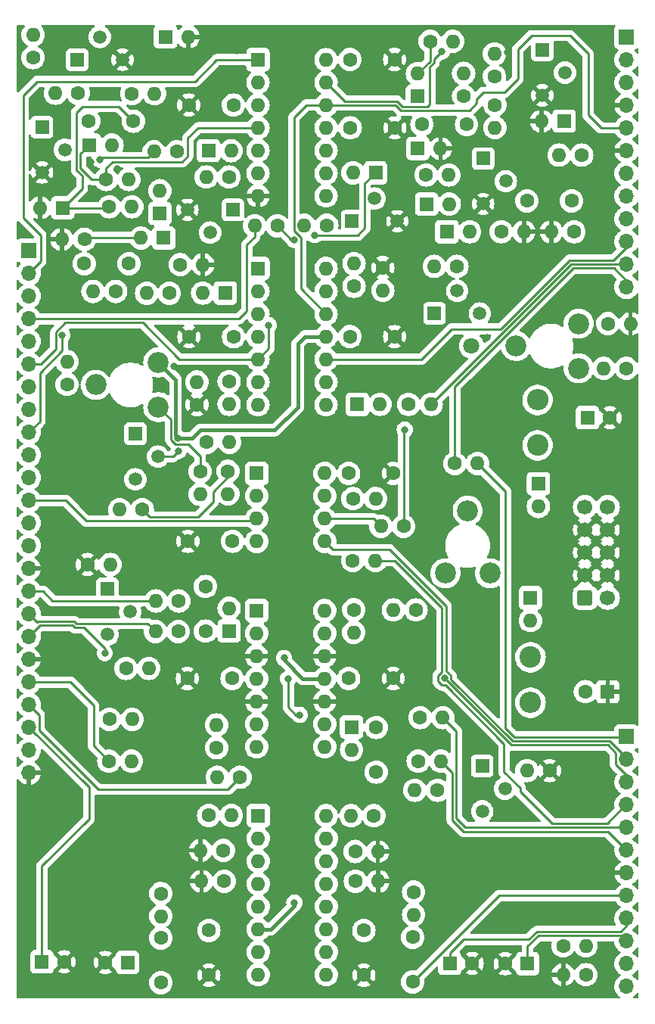
<source format=gbr>
%TF.GenerationSoftware,KiCad,Pcbnew,7.0.1-0*%
%TF.CreationDate,2024-01-08T18:39:07+13:00*%
%TF.ProjectId,MOL-main,4d4f4c2d-6d61-4696-9e2e-6b696361645f,001*%
%TF.SameCoordinates,Original*%
%TF.FileFunction,Copper,L2,Bot*%
%TF.FilePolarity,Positive*%
%FSLAX46Y46*%
G04 Gerber Fmt 4.6, Leading zero omitted, Abs format (unit mm)*
G04 Created by KiCad (PCBNEW 7.0.1-0) date 2024-01-08 18:39:07*
%MOMM*%
%LPD*%
G01*
G04 APERTURE LIST*
G04 Aperture macros list*
%AMRoundRect*
0 Rectangle with rounded corners*
0 $1 Rounding radius*
0 $2 $3 $4 $5 $6 $7 $8 $9 X,Y pos of 4 corners*
0 Add a 4 corners polygon primitive as box body*
4,1,4,$2,$3,$4,$5,$6,$7,$8,$9,$2,$3,0*
0 Add four circle primitives for the rounded corners*
1,1,$1+$1,$2,$3*
1,1,$1+$1,$4,$5*
1,1,$1+$1,$6,$7*
1,1,$1+$1,$8,$9*
0 Add four rect primitives between the rounded corners*
20,1,$1+$1,$2,$3,$4,$5,0*
20,1,$1+$1,$4,$5,$6,$7,0*
20,1,$1+$1,$6,$7,$8,$9,0*
20,1,$1+$1,$8,$9,$2,$3,0*%
G04 Aperture macros list end*
%TA.AperFunction,ComponentPad*%
%ADD10R,1.500000X1.500000*%
%TD*%
%TA.AperFunction,ComponentPad*%
%ADD11C,1.500000*%
%TD*%
%TA.AperFunction,ComponentPad*%
%ADD12R,1.600000X1.600000*%
%TD*%
%TA.AperFunction,ComponentPad*%
%ADD13O,1.600000X1.600000*%
%TD*%
%TA.AperFunction,ComponentPad*%
%ADD14C,1.600000*%
%TD*%
%TA.AperFunction,ComponentPad*%
%ADD15C,2.400000*%
%TD*%
%TA.AperFunction,ComponentPad*%
%ADD16O,2.400000X2.400000*%
%TD*%
%TA.AperFunction,ComponentPad*%
%ADD17C,2.340000*%
%TD*%
%TA.AperFunction,ComponentPad*%
%ADD18R,1.700000X1.700000*%
%TD*%
%TA.AperFunction,ComponentPad*%
%ADD19O,1.700000X1.700000*%
%TD*%
%TA.AperFunction,ComponentPad*%
%ADD20RoundRect,0.250000X-0.600000X-0.600000X0.600000X-0.600000X0.600000X0.600000X-0.600000X0.600000X0*%
%TD*%
%TA.AperFunction,ComponentPad*%
%ADD21C,1.700000*%
%TD*%
%TA.AperFunction,ComponentPad*%
%ADD22C,1.800000*%
%TD*%
%TA.AperFunction,ViaPad*%
%ADD23C,0.600000*%
%TD*%
%TA.AperFunction,ViaPad*%
%ADD24C,0.800000*%
%TD*%
%TA.AperFunction,Conductor*%
%ADD25C,0.400000*%
%TD*%
%TA.AperFunction,Conductor*%
%ADD26C,0.250000*%
%TD*%
G04 APERTURE END LIST*
D10*
%TO.P,Q8,1,E*%
%TO.N,Net-(Q8-E)*%
X74005000Y-118535000D03*
D11*
%TO.P,Q8,2,B*%
%TO.N,Net-(D14-A)*%
X76545000Y-121075000D03*
%TO.P,Q8,3,C*%
%TO.N,Net-(Q8-C)*%
X74005000Y-123615000D03*
%TD*%
D12*
%TO.P,D10,1,K*%
%TO.N,Net-(D10-K)*%
X62075686Y-52175000D03*
D13*
%TO.P,D10,2,A*%
%TO.N,Net-(D10-A)*%
X59535686Y-52175000D03*
%TD*%
D10*
%TO.P,Q1,1,C*%
%TO.N,Net-(Q1-C)*%
X28660000Y-39520000D03*
D11*
%TO.P,Q1,2,B*%
%TO.N,Net-(D3-K)*%
X31200000Y-36980000D03*
%TO.P,Q1,3,E*%
%TO.N,GND*%
X33740000Y-39520000D03*
%TD*%
D14*
%TO.P,R33,1*%
%TO.N,GND*%
X29805000Y-96000000D03*
D13*
%TO.P,R33,2*%
%TO.N,Net-(Q7-E)*%
X32345000Y-96000000D03*
%TD*%
D14*
%TO.P,C21,1*%
%TO.N,Net-(D13-K)*%
X43025000Y-103450000D03*
%TO.P,C21,2*%
%TO.N,Net-(D13-A)*%
X43025000Y-98450000D03*
%TD*%
%TO.P,R17,1*%
%TO.N,/Fastest ADSR in the West/Reset_B*%
X71925000Y-43600000D03*
D13*
%TO.P,R17,2*%
%TO.N,+12V*%
X71925000Y-41060000D03*
%TD*%
D14*
%TO.P,C1,1*%
%TO.N,/Fastest ADSR in the West/Reset_A*%
X29950000Y-46400000D03*
%TO.P,C1,2*%
%TO.N,Net-(D5-K)*%
X34950000Y-46400000D03*
%TD*%
%TO.P,R48,1*%
%TO.N,+12V*%
X90145000Y-74050000D03*
D13*
%TO.P,R48,2*%
%TO.N,Net-(R48-Pad2)*%
X87605000Y-74050000D03*
%TD*%
D12*
%TO.P,U2,1*%
%TO.N,Net-(D8-K)*%
X48900000Y-62875000D03*
D13*
%TO.P,U2,2,-*%
X48900000Y-65415000D03*
%TO.P,U2,3,+*%
%TO.N,/Control/Sustain_2_A*%
X48900000Y-67955000D03*
%TO.P,U2,4,V+*%
%TO.N,+12V*%
X48900000Y-70495000D03*
%TO.P,U2,5,+*%
%TO.N,/Control/Release_1_A*%
X48900000Y-73035000D03*
%TO.P,U2,6,-*%
%TO.N,Net-(U2B--)*%
X48900000Y-75575000D03*
%TO.P,U2,7*%
%TO.N,Net-(Offset_A1-Pad3)*%
X48900000Y-78115000D03*
%TO.P,U2,8*%
%TO.N,Net-(D11-K)*%
X56520000Y-78115000D03*
%TO.P,U2,9,-*%
X56520000Y-75575000D03*
%TO.P,U2,10,+*%
%TO.N,/Control/Sustain_2_B*%
X56520000Y-73035000D03*
%TO.P,U2,11,V-*%
%TO.N,-12V*%
X56520000Y-70495000D03*
%TO.P,U2,12,+*%
%TO.N,/Control/Discharge_B*%
X56520000Y-67955000D03*
%TO.P,U2,13,-*%
%TO.N,Net-(U2D--)*%
X56520000Y-65415000D03*
%TO.P,U2,14*%
%TO.N,Net-(Offset_B1-Pad3)*%
X56520000Y-62875000D03*
%TD*%
D14*
%TO.P,R25,1*%
%TO.N,GND*%
X62875000Y-62780000D03*
D13*
%TO.P,R25,2*%
%TO.N,Net-(U2D--)*%
X62875000Y-65320000D03*
%TD*%
D14*
%TO.P,R20,1*%
%TO.N,Net-(D10-K)*%
X51070000Y-58100000D03*
D13*
%TO.P,R20,2*%
%TO.N,/Control/Attack_1_B*%
X48530000Y-58100000D03*
%TD*%
D12*
%TO.P,D12,1,K*%
%TO.N,/Fastest ADSR in the West/Reset_B*%
X66750000Y-43625686D03*
D13*
%TO.P,D12,2,A*%
%TO.N,Net-(D12-A)*%
X66750000Y-41085686D03*
%TD*%
D12*
%TO.P,U3,1*%
%TO.N,Net-(R32-Pad2)*%
X48930000Y-124100000D03*
D13*
%TO.P,U3,2,DIODE_BIAS*%
%TO.N,unconnected-(U3C-DIODE_BIAS-Pad2)*%
X48930000Y-126640000D03*
%TO.P,U3,3,+*%
%TO.N,Net-(U3C-+)*%
X48930000Y-129180000D03*
%TO.P,U3,4,-*%
%TO.N,Net-(U3C--)*%
X48930000Y-131720000D03*
%TO.P,U3,5*%
%TO.N,Net-(U4B--)*%
X48930000Y-134260000D03*
%TO.P,U3,6,V-*%
%TO.N,-12V*%
X48930000Y-136800000D03*
%TO.P,U3,7*%
%TO.N,unconnected-(U3-Pad7)*%
X48930000Y-139340000D03*
%TO.P,U3,8*%
%TO.N,unconnected-(U3-Pad8)*%
X48930000Y-141880000D03*
%TO.P,U3,9*%
%TO.N,unconnected-(U3-Pad9)*%
X56550000Y-141880000D03*
%TO.P,U3,10*%
%TO.N,unconnected-(U3-Pad10)*%
X56550000Y-139340000D03*
%TO.P,U3,11,V+*%
%TO.N,+12V*%
X56550000Y-136800000D03*
%TO.P,U3,12*%
%TO.N,Net-(U4D--)*%
X56550000Y-134260000D03*
%TO.P,U3,13,-*%
%TO.N,Net-(U3A--)*%
X56550000Y-131720000D03*
%TO.P,U3,14,+*%
%TO.N,Net-(U3A-+)*%
X56550000Y-129180000D03*
%TO.P,U3,15,DIODE_BIAS*%
%TO.N,unconnected-(U3A-DIODE_BIAS-Pad15)*%
X56550000Y-126640000D03*
%TO.P,U3,16*%
%TO.N,Net-(R41-Pad2)*%
X56550000Y-124100000D03*
%TD*%
D14*
%TO.P,R8,1*%
%TO.N,Net-(D6-K)*%
X39795000Y-49825000D03*
D13*
%TO.P,R8,2*%
%TO.N,/Control/Attack_1_A*%
X37255000Y-49825000D03*
%TD*%
D14*
%TO.P,R62,1*%
%TO.N,Net-(D17-A)*%
X76130000Y-58775000D03*
D13*
%TO.P,R62,2*%
%TO.N,GND*%
X78670000Y-58775000D03*
%TD*%
D12*
%TO.P,D13,1,K*%
%TO.N,Net-(D13-K)*%
X45675000Y-103425685D03*
D13*
%TO.P,D13,2,A*%
%TO.N,Net-(D13-A)*%
X45675000Y-100885685D03*
%TD*%
D14*
%TO.P,C13,1*%
%TO.N,+12V*%
X46000000Y-108750000D03*
%TO.P,C13,2*%
%TO.N,GND*%
X41000000Y-108750000D03*
%TD*%
%TO.P,R23,1*%
%TO.N,/Control/Sustain_3_B*%
X32205000Y-118000000D03*
D13*
%TO.P,R23,2*%
%TO.N,+12V*%
X34745000Y-118000000D03*
%TD*%
D14*
%TO.P,C3,1*%
%TO.N,+12V*%
X46175000Y-70525000D03*
%TO.P,C3,2*%
%TO.N,GND*%
X41175000Y-70525000D03*
%TD*%
D12*
%TO.P,U4,1*%
%TO.N,Net-(D13-A)*%
X48750000Y-101150000D03*
D13*
%TO.P,U4,2,-*%
%TO.N,Net-(D13-K)*%
X48750000Y-103690000D03*
%TO.P,U4,3,+*%
%TO.N,GND*%
X48750000Y-106230000D03*
%TO.P,U4,4,V+*%
%TO.N,+12V*%
X48750000Y-108770000D03*
%TO.P,U4,5,+*%
%TO.N,GND*%
X48750000Y-111310000D03*
%TO.P,U4,6,-*%
%TO.N,Net-(U4B--)*%
X48750000Y-113850000D03*
%TO.P,U4,7*%
%TO.N,Net-(R30-Pad2)*%
X48750000Y-116390000D03*
%TO.P,U4,8*%
%TO.N,Net-(D14-A)*%
X56370000Y-116390000D03*
%TO.P,U4,9,-*%
%TO.N,Net-(D14-K)*%
X56370000Y-113850000D03*
%TO.P,U4,10,+*%
%TO.N,GND*%
X56370000Y-111310000D03*
%TO.P,U4,11,V-*%
%TO.N,-12V*%
X56370000Y-108770000D03*
%TO.P,U4,12,+*%
%TO.N,GND*%
X56370000Y-106230000D03*
%TO.P,U4,13,-*%
%TO.N,Net-(U4D--)*%
X56370000Y-103690000D03*
%TO.P,U4,14*%
%TO.N,Net-(R43-Pad1)*%
X56370000Y-101150000D03*
%TD*%
D14*
%TO.P,R24,1*%
%TO.N,Net-(U2D--)*%
X59650000Y-64870000D03*
D13*
%TO.P,R24,2*%
%TO.N,Net-(Offset_B1-Pad3)*%
X59650000Y-62330000D03*
%TD*%
D10*
%TO.P,Q5,1,C*%
%TO.N,/Fastest ADSR in the West/Reset_B*%
X74105000Y-50585000D03*
D11*
%TO.P,Q5,2,B*%
%TO.N,Net-(Q5-B)*%
X76645000Y-53125000D03*
%TO.P,Q5,3,E*%
%TO.N,GND*%
X74105000Y-55665000D03*
%TD*%
D14*
%TO.P,R43,1*%
%TO.N,Net-(R43-Pad1)*%
X59625000Y-101055000D03*
D13*
%TO.P,R43,2*%
%TO.N,Net-(U4D--)*%
X59625000Y-103595000D03*
%TD*%
D12*
%TO.P,D11,1,K*%
%TO.N,Net-(D11-K)*%
X60024315Y-78075000D03*
D13*
%TO.P,D11,2,A*%
%TO.N,Net-(D11-A)*%
X62564315Y-78075000D03*
%TD*%
D14*
%TO.P,R51,1*%
%TO.N,/Fastest ADSR in the West/5.4v_Ref*%
X85605000Y-141890000D03*
D13*
%TO.P,R51,2*%
%TO.N,GND*%
X83065000Y-141890000D03*
%TD*%
D14*
%TO.P,C25,1*%
%TO.N,+12V*%
X59200000Y-39500000D03*
%TO.P,C25,2*%
%TO.N,GND*%
X64200000Y-39500000D03*
%TD*%
%TO.P,C17,1*%
%TO.N,+12V*%
X59050000Y-85800000D03*
%TO.P,C17,2*%
%TO.N,GND*%
X64050000Y-85800000D03*
%TD*%
%TO.P,R16,1*%
%TO.N,Net-(Q4-C)*%
X75425000Y-44580000D03*
D13*
%TO.P,R16,2*%
%TO.N,Net-(Q5-B)*%
X75425000Y-47120000D03*
%TD*%
D15*
%TO.P,FB1,1*%
%TO.N,/Power Supply/PolPlus*%
X80200000Y-82665000D03*
D16*
%TO.P,FB1,2*%
%TO.N,+12V*%
X80200000Y-77585000D03*
%TD*%
D12*
%TO.P,D4,1,K*%
%TO.N,Net-(D4-K)*%
X83175000Y-46400000D03*
D13*
%TO.P,D4,2,A*%
%TO.N,GND*%
X80635000Y-46400000D03*
%TD*%
D14*
%TO.P,R52,1*%
%TO.N,Net-(Offset_B1-Pad3)*%
X65200000Y-91725000D03*
D13*
%TO.P,R52,2*%
%TO.N,Net-(U5B--)*%
X62660000Y-91725000D03*
%TD*%
D14*
%TO.P,R7,1*%
%TO.N,Net-(Q2-C)*%
X45645000Y-52650000D03*
D13*
%TO.P,R7,2*%
%TO.N,+12V*%
X43105000Y-52650000D03*
%TD*%
D14*
%TO.P,R2,1*%
%TO.N,/Control/Gate_in_B*%
X85145000Y-50200000D03*
D13*
%TO.P,R2,2*%
%TO.N,Net-(D4-K)*%
X82605000Y-50200000D03*
%TD*%
D14*
%TO.P,R13,1*%
%TO.N,Net-(U2B--)*%
X45675000Y-75530000D03*
D13*
%TO.P,R13,2*%
%TO.N,Net-(Offset_A1-Pad3)*%
X45675000Y-78070000D03*
%TD*%
D17*
%TO.P,REF_ADJ_A1,1,1*%
%TO.N,Net-(R49-Pad1)*%
X84800000Y-69050000D03*
%TO.P,REF_ADJ_A1,2,2*%
%TO.N,/Control/5v_ref*%
X77800000Y-71550000D03*
%TO.P,REF_ADJ_A1,3,3*%
%TO.N,Net-(R48-Pad2)*%
X84800000Y-74050000D03*
%TD*%
D14*
%TO.P,R46,1*%
%TO.N,Net-(Offset_A1-Pad3)*%
X42425000Y-85605000D03*
D13*
%TO.P,R46,2*%
%TO.N,Net-(U5A--)*%
X42425000Y-88145000D03*
%TD*%
D14*
%TO.P,R11,1*%
%TO.N,Net-(D8-A)*%
X38975000Y-65650000D03*
D13*
%TO.P,R11,2*%
%TO.N,/Control/Decay_1_A*%
X36435000Y-65650000D03*
%TD*%
D14*
%TO.P,R30,1*%
%TO.N,/Control/Audio_Out_A*%
X46895000Y-119800000D03*
D13*
%TO.P,R30,2*%
%TO.N,Net-(R30-Pad2)*%
X44355000Y-119800000D03*
%TD*%
D12*
%TO.P,D1,1,K*%
%TO.N,/Power Supply/PolPlus*%
X80300000Y-86951814D03*
D13*
%TO.P,D1,2,A*%
%TO.N,/Power Supply/EuroPower-pos*%
X80300000Y-89491814D03*
%TD*%
D12*
%TO.P,D18,1,K*%
%TO.N,Net-(D17-K)*%
X67774315Y-55675000D03*
D13*
%TO.P,D18,2,A*%
%TO.N,Net-(D18-A)*%
X70314315Y-55675000D03*
%TD*%
D12*
%TO.P,D15,1,K*%
%TO.N,Net-(D15-K)*%
X37925000Y-56725686D03*
D13*
%TO.P,D15,2,A*%
%TO.N,Net-(D15-A)*%
X37925000Y-54185686D03*
%TD*%
D14*
%TO.P,C16,1*%
%TO.N,GND*%
X43400000Y-141940000D03*
%TO.P,C16,2*%
%TO.N,-12V*%
X43400000Y-136940000D03*
%TD*%
%TO.P,R9,1*%
%TO.N,Net-(D7-A)*%
X32975000Y-65450000D03*
D13*
%TO.P,R9,2*%
%TO.N,/Control/Discharge_A*%
X30435000Y-65450000D03*
%TD*%
D14*
%TO.P,C8,1*%
%TO.N,/Fastest ADSR in the West/Reset_B*%
X72250000Y-46775000D03*
%TO.P,C8,2*%
%TO.N,Net-(D9-K)*%
X67250000Y-46775000D03*
%TD*%
%TO.P,R40,1*%
%TO.N,Net-(Q8-E)*%
X68995000Y-121250000D03*
D13*
%TO.P,R40,2*%
%TO.N,Net-(D14-K)*%
X66455000Y-121250000D03*
%TD*%
D14*
%TO.P,C2,1*%
%TO.N,Net-(U1A-CV)*%
X46150000Y-44600000D03*
%TO.P,C2,2*%
%TO.N,GND*%
X41150000Y-44600000D03*
%TD*%
D12*
%TO.P,U1,1,DIS*%
%TO.N,/Control/Sustain_1_A*%
X48900000Y-39525000D03*
D13*
%TO.P,U1,2,THR*%
%TO.N,/Control/Release_1_A*%
X48900000Y-42065000D03*
%TO.P,U1,3,CV*%
%TO.N,Net-(U1A-CV)*%
X48900000Y-44605000D03*
%TO.P,U1,4,R*%
%TO.N,/Fastest ADSR in the West/Reset_A*%
X48900000Y-47145000D03*
%TO.P,U1,5,Q*%
%TO.N,Net-(D6-A)*%
X48900000Y-49685000D03*
%TO.P,U1,6,TR*%
%TO.N,Net-(Q2-C)*%
X48900000Y-52225000D03*
%TO.P,U1,7,GND*%
%TO.N,GND*%
X48900000Y-54765000D03*
%TO.P,U1,8,TR*%
%TO.N,Net-(Q6-C)*%
X56520000Y-54765000D03*
%TO.P,U1,9,Q*%
%TO.N,Net-(D10-A)*%
X56520000Y-52225000D03*
%TO.P,U1,10,R*%
%TO.N,/Fastest ADSR in the West/Reset_B*%
X56520000Y-49685000D03*
%TO.P,U1,11,CV*%
%TO.N,Net-(U1B-CV)*%
X56520000Y-47145000D03*
%TO.P,U1,12,THR*%
%TO.N,/Control/Discharge_B*%
X56520000Y-44605000D03*
%TO.P,U1,13,DIS*%
%TO.N,/Control/Sustain_1_B*%
X56520000Y-42065000D03*
%TO.P,U1,14,VCC*%
%TO.N,+12V*%
X56520000Y-39525000D03*
%TD*%
D10*
%TO.P,Q9,1,C*%
%TO.N,+12V*%
X35180000Y-81385000D03*
D11*
%TO.P,Q9,2,B*%
%TO.N,Net-(Q9-B)*%
X37720000Y-83925000D03*
%TO.P,Q9,3,E*%
%TO.N,/Control/EG_LED_Anode_A*%
X35180000Y-86465000D03*
%TD*%
D12*
%TO.P,D8,1,K*%
%TO.N,Net-(D8-K)*%
X45250686Y-65625000D03*
D13*
%TO.P,D8,2,A*%
%TO.N,Net-(D8-A)*%
X42710686Y-65625000D03*
%TD*%
D14*
%TO.P,R53,1*%
%TO.N,Net-(R53-Pad1)*%
X59505000Y-95550000D03*
D13*
%TO.P,R53,2*%
%TO.N,/Control/InvEnv_Out_B*%
X62045000Y-95550000D03*
%TD*%
D12*
%TO.P,U5,1*%
%TO.N,Net-(R45-Pad1)*%
X48750000Y-85800000D03*
D13*
%TO.P,U5,2,-*%
%TO.N,Net-(U5A--)*%
X48750000Y-88340000D03*
%TO.P,U5,3,+*%
%TO.N,/Control/inv_offset_A*%
X48750000Y-90880000D03*
%TO.P,U5,4,V-*%
%TO.N,-12V*%
X48750000Y-93420000D03*
%TO.P,U5,5,+*%
%TO.N,/Control/inv_offset_B*%
X56370000Y-93420000D03*
%TO.P,U5,6,-*%
%TO.N,Net-(U5B--)*%
X56370000Y-90880000D03*
%TO.P,U5,7*%
%TO.N,Net-(R53-Pad1)*%
X56370000Y-88340000D03*
%TO.P,U5,8,V+*%
%TO.N,+12V*%
X56370000Y-85800000D03*
%TD*%
D14*
%TO.P,R32,1*%
%TO.N,Net-(Q7-C)*%
X43380000Y-124075000D03*
D13*
%TO.P,R32,2*%
%TO.N,Net-(R32-Pad2)*%
X45920000Y-124075000D03*
%TD*%
D14*
%TO.P,R21,1*%
%TO.N,Net-(D11-A)*%
X65755000Y-78075000D03*
D13*
%TO.P,R21,2*%
%TO.N,/Control/Decay_1_B*%
X68295000Y-78075000D03*
%TD*%
D12*
%TO.P,C10,1*%
%TO.N,/Control/Short_A*%
X34305113Y-140525000D03*
D14*
%TO.P,C10,2*%
%TO.N,GND*%
X31805113Y-140525000D03*
%TD*%
%TO.P,C15,1*%
%TO.N,+12V*%
X60750000Y-136940000D03*
%TO.P,C15,2*%
%TO.N,GND*%
X60750000Y-141940000D03*
%TD*%
%TO.P,R44,1*%
%TO.N,/Control/Audio_Out_B*%
X66595000Y-101075000D03*
D13*
%TO.P,R44,2*%
%TO.N,Net-(R43-Pad1)*%
X64055000Y-101075000D03*
%TD*%
D12*
%TO.P,D17,1,K*%
%TO.N,Net-(D17-K)*%
X70049315Y-58775000D03*
D13*
%TO.P,D17,2,A*%
%TO.N,Net-(D17-A)*%
X72589315Y-58775000D03*
%TD*%
D12*
%TO.P,C23,1*%
%TO.N,/Control/Long_B*%
X70375000Y-140625000D03*
D14*
%TO.P,C23,2*%
%TO.N,GND*%
X72875000Y-140625000D03*
%TD*%
D12*
%TO.P,C5,1*%
%TO.N,/Control/Long_A*%
X24705113Y-140450000D03*
D14*
%TO.P,C5,2*%
%TO.N,GND*%
X27205113Y-140450000D03*
%TD*%
%TO.P,R38,1*%
%TO.N,Net-(U3A--)*%
X59805000Y-131425000D03*
D13*
%TO.P,R38,2*%
%TO.N,GND*%
X62345000Y-131425000D03*
%TD*%
D14*
%TO.P,R34,1*%
%TO.N,Net-(Q7-E)*%
X34130000Y-107625000D03*
D13*
%TO.P,R34,2*%
%TO.N,Net-(D13-K)*%
X36670000Y-107625000D03*
%TD*%
D12*
%TO.P,C7,1*%
%TO.N,GND*%
X88050000Y-110225000D03*
D14*
%TO.P,C7,2*%
%TO.N,-12V*%
X85550000Y-110225000D03*
%TD*%
%TO.P,R63,1*%
%TO.N,Net-(D13-K)*%
X40025000Y-100075000D03*
D13*
%TO.P,R63,2*%
%TO.N,/Control/CV_In_10v_A*%
X37485000Y-100075000D03*
%TD*%
D14*
%TO.P,R35,1*%
%TO.N,Net-(D13-K)*%
X39970000Y-103500000D03*
D13*
%TO.P,R35,2*%
%TO.N,/Control/CV_In_5v_A*%
X37430000Y-103500000D03*
%TD*%
D10*
%TO.P,Q6,1,C*%
%TO.N,Net-(Q6-C)*%
X59425000Y-57600000D03*
D11*
%TO.P,Q6,2,B*%
%TO.N,Net-(D17-K)*%
X61965000Y-55060000D03*
%TO.P,Q6,3,E*%
%TO.N,GND*%
X64505000Y-57600000D03*
%TD*%
D14*
%TO.P,R18,1*%
%TO.N,Net-(D9-K)*%
X67730000Y-52425000D03*
D13*
%TO.P,R18,2*%
%TO.N,Net-(D18-A)*%
X70270000Y-52425000D03*
%TD*%
D12*
%TO.P,D14,1,K*%
%TO.N,Net-(D14-K)*%
X59375000Y-114174315D03*
D13*
%TO.P,D14,2,A*%
%TO.N,Net-(D14-A)*%
X59375000Y-116714315D03*
%TD*%
D12*
%TO.P,C24,1*%
%TO.N,/Control/Short_B*%
X79075000Y-140650000D03*
D14*
%TO.P,C24,2*%
%TO.N,GND*%
X76575000Y-140650000D03*
%TD*%
%TO.P,C9,1*%
%TO.N,Net-(U1B-CV)*%
X59225000Y-47150000D03*
%TO.P,C9,2*%
%TO.N,GND*%
X64225000Y-47150000D03*
%TD*%
D10*
%TO.P,Q3,1,C*%
%TO.N,/Fastest ADSR in the West/Reset_A*%
X24730000Y-47060000D03*
D11*
%TO.P,Q3,2,B*%
%TO.N,Net-(Q3-B)*%
X27270000Y-49600000D03*
%TO.P,Q3,3,E*%
%TO.N,GND*%
X24730000Y-52140000D03*
%TD*%
D10*
%TO.P,Q7,1,E*%
%TO.N,Net-(Q7-E)*%
X32055000Y-98735000D03*
D11*
%TO.P,Q7,2,B*%
%TO.N,Net-(D13-A)*%
X34595000Y-101275000D03*
%TO.P,Q7,3,C*%
%TO.N,Net-(Q7-C)*%
X32055000Y-103815000D03*
%TD*%
D14*
%TO.P,R12,1*%
%TO.N,/Control/Env_A*%
X27525000Y-75850000D03*
D13*
%TO.P,R12,2*%
%TO.N,/Control/Env_Out_A*%
X27525000Y-73310000D03*
%TD*%
D14*
%TO.P,R1,1*%
%TO.N,/Control/Gate_in_A*%
X23725000Y-39295000D03*
D13*
%TO.P,R1,2*%
%TO.N,Net-(D3-K)*%
X23725000Y-36755000D03*
%TD*%
D14*
%TO.P,R15,1*%
%TO.N,Net-(Q4-C)*%
X75375000Y-41420000D03*
D13*
%TO.P,R15,2*%
%TO.N,+12V*%
X75375000Y-38880000D03*
%TD*%
D14*
%TO.P,R42,1*%
%TO.N,GND*%
X81550000Y-119050000D03*
D13*
%TO.P,R42,2*%
%TO.N,Net-(Q8-E)*%
X79010000Y-119050000D03*
%TD*%
D12*
%TO.P,D6,1,K*%
%TO.N,Net-(D6-K)*%
X43349315Y-49700000D03*
D13*
%TO.P,D6,2,A*%
%TO.N,Net-(D6-A)*%
X45889315Y-49700000D03*
%TD*%
D14*
%TO.P,R41,1*%
%TO.N,Net-(Q8-C)*%
X61870000Y-124100000D03*
D13*
%TO.P,R41,2*%
%TO.N,Net-(R41-Pad2)*%
X59330000Y-124100000D03*
%TD*%
D14*
%TO.P,R50,1*%
%TO.N,+12V*%
X83060000Y-138675000D03*
D13*
%TO.P,R50,2*%
%TO.N,/Fastest ADSR in the West/5.4v_Ref*%
X85600000Y-138675000D03*
%TD*%
D14*
%TO.P,R60,1*%
%TO.N,Net-(D16-A)*%
X29475000Y-59610000D03*
D13*
%TO.P,R60,2*%
%TO.N,GND*%
X26935000Y-59610000D03*
%TD*%
D14*
%TO.P,R22,1*%
%TO.N,Net-(D12-A)*%
X68165000Y-37470000D03*
D13*
%TO.P,R22,2*%
%TO.N,/Control/Release_1_B*%
X70705000Y-37470000D03*
%TD*%
D14*
%TO.P,R49,1*%
%TO.N,Net-(R49-Pad1)*%
X88055000Y-69050000D03*
D13*
%TO.P,R49,2*%
%TO.N,GND*%
X90595000Y-69050000D03*
%TD*%
D14*
%TO.P,C18,1*%
%TO.N,GND*%
X41050000Y-93400000D03*
%TO.P,C18,2*%
%TO.N,-12V*%
X46050000Y-93400000D03*
%TD*%
%TO.P,R68,1*%
%TO.N,Net-(D14-K)*%
X66830000Y-118000000D03*
D13*
%TO.P,R68,2*%
%TO.N,/Control/CV_In_10v_B*%
X69370000Y-118000000D03*
%TD*%
D15*
%TO.P,FB2,1*%
%TO.N,/Power Supply/PolNeg*%
X79400000Y-106375000D03*
D16*
%TO.P,FB2,2*%
%TO.N,-12V*%
X79400000Y-111455000D03*
%TD*%
D10*
%TO.P,Q2,1,C*%
%TO.N,Net-(Q2-C)*%
X46090000Y-56330000D03*
D11*
%TO.P,Q2,2,B*%
%TO.N,Net-(D15-K)*%
X43550000Y-58870000D03*
%TO.P,Q2,3,E*%
%TO.N,GND*%
X41010000Y-56330000D03*
%TD*%
D14*
%TO.P,R10,1*%
%TO.N,/Control/Sustain_3_A*%
X32280000Y-113325000D03*
D13*
%TO.P,R10,2*%
%TO.N,+12V*%
X34820000Y-113325000D03*
%TD*%
D14*
%TO.P,R14,1*%
%TO.N,GND*%
X42075000Y-78125000D03*
D13*
%TO.P,R14,2*%
%TO.N,Net-(U2B--)*%
X42075000Y-75585000D03*
%TD*%
D18*
%TO.P,J27,1,Pin_1*%
%TO.N,/Control/Env_Out_B*%
X90150000Y-115260000D03*
D19*
%TO.P,J27,2,Pin_2*%
%TO.N,/Control/inv_offset_B*%
X90150000Y-117800000D03*
%TO.P,J27,3,Pin_3*%
%TO.N,/Control/Audio_Out_B*%
X90150000Y-120340000D03*
%TO.P,J27,4,Pin_4*%
%TO.N,/Control/InvEnv_Out_B*%
X90150000Y-122880000D03*
%TO.P,J27,5,Pin_5*%
%TO.N,/Control/CV_In_5v_B*%
X90150000Y-125420000D03*
%TO.P,J27,6,Pin_6*%
%TO.N,/Control/CV_In_10v_B*%
X90150000Y-127960000D03*
%TO.P,J27,7,Pin_7*%
%TO.N,GND*%
X90150000Y-130500000D03*
%TO.P,J27,8,Pin_8*%
%TO.N,/Control/Audio_In_B*%
X90150000Y-133040000D03*
%TO.P,J27,9,Pin_9*%
%TO.N,/Control/Long_B*%
X90150000Y-135580000D03*
%TO.P,J27,10,Pin_10*%
%TO.N,/Control/Short_B*%
X90150000Y-138120000D03*
%TO.P,J27,11,Pin_11*%
%TO.N,/Fastest ADSR in the West/5.4v_Ref*%
X90150000Y-140660000D03*
%TO.P,J27,12,Pin_12*%
%TO.N,/Control/Audio_In_A*%
X90150000Y-143200000D03*
%TD*%
D14*
%TO.P,C19,1*%
%TO.N,/Control/ReTrigger_A*%
X34450000Y-62350000D03*
%TO.P,C19,2*%
%TO.N,Net-(D16-A)*%
X29450000Y-62350000D03*
%TD*%
%TO.P,R57,1*%
%TO.N,Net-(Q10-B)*%
X71170000Y-62650000D03*
D13*
%TO.P,R57,2*%
%TO.N,Net-(Offset_B1-Pad3)*%
X68630000Y-62650000D03*
%TD*%
D14*
%TO.P,R47,1*%
%TO.N,Net-(R45-Pad1)*%
X35955000Y-89870000D03*
D13*
%TO.P,R47,2*%
%TO.N,/Control/InvEnv_Out_A*%
X33415000Y-89870000D03*
%TD*%
D14*
%TO.P,R37,1*%
%TO.N,Net-(U3A-+)*%
X59775000Y-128100000D03*
D13*
%TO.P,R37,2*%
%TO.N,GND*%
X62315000Y-128100000D03*
%TD*%
D12*
%TO.P,D3,1,K*%
%TO.N,Net-(D3-K)*%
X38549315Y-36975000D03*
D13*
%TO.P,D3,2,A*%
%TO.N,GND*%
X41089315Y-36975000D03*
%TD*%
D14*
%TO.P,C22,1*%
%TO.N,Net-(D14-K)*%
X62125000Y-114225000D03*
%TO.P,C22,2*%
%TO.N,Net-(D14-A)*%
X62125000Y-119225000D03*
%TD*%
%TO.P,C14,1*%
%TO.N,GND*%
X64050000Y-108750000D03*
%TO.P,C14,2*%
%TO.N,-12V*%
X59050000Y-108750000D03*
%TD*%
D12*
%TO.P,D2,1,K*%
%TO.N,/Power Supply/EuroPower-neg*%
X79400000Y-99725000D03*
D13*
%TO.P,D2,2,A*%
%TO.N,/Power Supply/PolNeg*%
X79400000Y-102265000D03*
%TD*%
D14*
%TO.P,R26,1*%
%TO.N,/Control/Env_B*%
X70930000Y-84700000D03*
D13*
%TO.P,R26,2*%
%TO.N,/Control/Env_Out_B*%
X73470000Y-84700000D03*
%TD*%
D14*
%TO.P,R28,1*%
%TO.N,Net-(U3C--)*%
X45125000Y-131425000D03*
D13*
%TO.P,R28,2*%
%TO.N,GND*%
X42585000Y-131425000D03*
%TD*%
D14*
%TO.P,R55,1*%
%TO.N,Net-(Q9-B)*%
X43175000Y-82325000D03*
D13*
%TO.P,R55,2*%
%TO.N,Net-(Offset_A1-Pad3)*%
X45715000Y-82325000D03*
%TD*%
D10*
%TO.P,Q4,1,C*%
%TO.N,Net-(Q4-C)*%
X80730000Y-38435000D03*
D11*
%TO.P,Q4,2,B*%
%TO.N,Net-(D4-K)*%
X83270000Y-40975000D03*
%TO.P,Q4,3,E*%
%TO.N,GND*%
X80730000Y-43515000D03*
%TD*%
D14*
%TO.P,C11,1*%
%TO.N,/Control/Audio_In_A*%
X38025000Y-142775000D03*
%TO.P,C11,2*%
%TO.N,Net-(C11-Pad2)*%
X38025000Y-137775000D03*
%TD*%
%TO.P,R4,1*%
%TO.N,Net-(Q1-C)*%
X28775000Y-43275000D03*
D13*
%TO.P,R4,2*%
%TO.N,Net-(Q3-B)*%
X26235000Y-43275000D03*
%TD*%
D18*
%TO.P,J25,1,Pin_1*%
%TO.N,/Control/Release_1_B*%
X90150000Y-37000000D03*
D19*
%TO.P,J25,2,Pin_2*%
%TO.N,/Control/Sustain_1_B*%
X90150000Y-39540000D03*
%TO.P,J25,3,Pin_3*%
%TO.N,/Control/Gate_in_B*%
X90150000Y-42080000D03*
%TO.P,J25,4,Pin_4*%
%TO.N,GND*%
X90150000Y-44620000D03*
%TO.P,J25,5,Pin_5*%
%TO.N,/Control/Discharge_B*%
X90150000Y-47160000D03*
%TO.P,J25,6,Pin_6*%
%TO.N,GND*%
X90150000Y-49700000D03*
%TO.P,J25,7,Pin_7*%
%TO.N,/Control/ReTrigger_B*%
X90150000Y-52240000D03*
%TO.P,J25,8,Pin_8*%
%TO.N,/Control/EG_LED_Anode_B*%
X90150000Y-54780000D03*
%TO.P,J25,9,Pin_9*%
%TO.N,/Control/5v_ref*%
X90150000Y-57320000D03*
%TO.P,J25,10,Pin_10*%
%TO.N,/Control/Sustain_2_B*%
X90150000Y-59860000D03*
%TO.P,J25,11,Pin_11*%
%TO.N,/Control/Decay_1_B*%
X90150000Y-62400000D03*
%TO.P,J25,12,Pin_12*%
%TO.N,/Control/Env_B*%
X90150000Y-64940000D03*
%TD*%
D14*
%TO.P,R36,1*%
%TO.N,Net-(U3A--)*%
X66325000Y-132630000D03*
D13*
%TO.P,R36,2*%
%TO.N,Net-(C12-Pad2)*%
X66325000Y-135170000D03*
%TD*%
D14*
%TO.P,C12,1*%
%TO.N,/Control/Audio_In_B*%
X66225000Y-142700000D03*
%TO.P,C12,2*%
%TO.N,Net-(C12-Pad2)*%
X66225000Y-137700000D03*
%TD*%
%TO.P,R5,1*%
%TO.N,/Fastest ADSR in the West/Reset_A*%
X31905000Y-52920000D03*
D13*
%TO.P,R5,2*%
%TO.N,+12V*%
X34445000Y-52920000D03*
%TD*%
D12*
%TO.P,C6,1*%
%TO.N,+12V*%
X85794888Y-79575000D03*
D14*
%TO.P,C6,2*%
%TO.N,GND*%
X88294888Y-79575000D03*
%TD*%
D17*
%TO.P,Offset_A1,1,1*%
%TO.N,-12V*%
X37750000Y-73395000D03*
%TO.P,Offset_A1,2,2*%
%TO.N,/Control/Env_A*%
X30750000Y-75895000D03*
%TO.P,Offset_A1,3,3*%
%TO.N,Net-(Offset_A1-Pad3)*%
X37750000Y-78395000D03*
%TD*%
D12*
%TO.P,D7,1,K*%
%TO.N,/Fastest ADSR in the West/Reset_A*%
X30024315Y-49075000D03*
D13*
%TO.P,D7,2,A*%
%TO.N,Net-(D7-A)*%
X32564315Y-49075000D03*
%TD*%
D14*
%TO.P,C4,1*%
%TO.N,GND*%
X64200000Y-70500000D03*
%TO.P,C4,2*%
%TO.N,-12V*%
X59200000Y-70500000D03*
%TD*%
%TO.P,R54,1*%
%TO.N,Net-(R53-Pad1)*%
X59530000Y-88625000D03*
D13*
%TO.P,R54,2*%
%TO.N,Net-(U5B--)*%
X62070000Y-88625000D03*
%TD*%
D17*
%TO.P,Offset_B1,1,1*%
%TO.N,-12V*%
X74880000Y-96975000D03*
%TO.P,Offset_B1,2,2*%
%TO.N,/Control/Env_B*%
X72380000Y-89975000D03*
%TO.P,Offset_B1,3,3*%
%TO.N,Net-(Offset_B1-Pad3)*%
X69880000Y-96975000D03*
%TD*%
D12*
%TO.P,D9,1,K*%
%TO.N,Net-(D9-K)*%
X66799314Y-49450000D03*
D13*
%TO.P,D9,2,A*%
%TO.N,GND*%
X69339314Y-49450000D03*
%TD*%
D14*
%TO.P,R27,1*%
%TO.N,Net-(U3C--)*%
X38025000Y-132805000D03*
D13*
%TO.P,R27,2*%
%TO.N,Net-(C11-Pad2)*%
X38025000Y-135345000D03*
%TD*%
D14*
%TO.P,R39,1*%
%TO.N,Net-(D14-K)*%
X67055000Y-113125000D03*
D13*
%TO.P,R39,2*%
%TO.N,/Control/CV_In_5v_B*%
X69595000Y-113125000D03*
%TD*%
D14*
%TO.P,R45,1*%
%TO.N,Net-(R45-Pad1)*%
X45550000Y-85555000D03*
D13*
%TO.P,R45,2*%
%TO.N,Net-(U5A--)*%
X45550000Y-88095000D03*
%TD*%
D14*
%TO.P,R19,1*%
%TO.N,Net-(Q6-C)*%
X56605000Y-58050000D03*
D13*
%TO.P,R19,2*%
%TO.N,+12V*%
X54065000Y-58050000D03*
%TD*%
D14*
%TO.P,R31,1*%
%TO.N,Net-(R30-Pad2)*%
X44275000Y-116495000D03*
D13*
%TO.P,R31,2*%
%TO.N,Net-(U4B--)*%
X44275000Y-113955000D03*
%TD*%
D14*
%TO.P,R61,1*%
%TO.N,/Control/ReTrigger_B*%
X84275000Y-58775000D03*
D13*
%TO.P,R61,2*%
%TO.N,GND*%
X81735000Y-58775000D03*
%TD*%
D14*
%TO.P,R59,1*%
%TO.N,/Control/ReTrigger_A*%
X40205000Y-62450000D03*
D13*
%TO.P,R59,2*%
%TO.N,GND*%
X42745000Y-62450000D03*
%TD*%
D10*
%TO.P,Q10,1,C*%
%TO.N,+12V*%
X68660000Y-67920000D03*
D11*
%TO.P,Q10,2,B*%
%TO.N,Net-(Q10-B)*%
X71200000Y-65380000D03*
%TO.P,Q10,3,E*%
%TO.N,/Control/EG_LED_Anode_B*%
X73740000Y-67920000D03*
%TD*%
D12*
%TO.P,D16,1,K*%
%TO.N,Net-(D15-K)*%
X38350000Y-59475000D03*
D13*
%TO.P,D16,2,A*%
%TO.N,Net-(D16-A)*%
X35810000Y-59475000D03*
%TD*%
D14*
%TO.P,R6,1*%
%TO.N,Net-(D5-K)*%
X32255000Y-55975000D03*
D13*
%TO.P,R6,2*%
%TO.N,Net-(D15-A)*%
X34795000Y-55975000D03*
%TD*%
D14*
%TO.P,R3,1*%
%TO.N,Net-(Q1-C)*%
X34780000Y-43325000D03*
D13*
%TO.P,R3,2*%
%TO.N,+12V*%
X37320000Y-43325000D03*
%TD*%
D14*
%TO.P,R29,1*%
%TO.N,Net-(U3C-+)*%
X45025000Y-127975000D03*
D13*
%TO.P,R29,2*%
%TO.N,GND*%
X42485000Y-127975000D03*
%TD*%
D18*
%TO.P,J23,1,Pin_1*%
%TO.N,/Control/Gate_in_A*%
X23250000Y-60880000D03*
D19*
%TO.P,J23,2,Pin_2*%
%TO.N,/Control/Sustain_1_A*%
X23250000Y-63420000D03*
%TO.P,J23,3,Pin_3*%
%TO.N,/Control/Attack_1_A*%
X23250000Y-65960000D03*
%TO.P,J23,4,Pin_4*%
%TO.N,/Control/Attack_1_B*%
X23250000Y-68500000D03*
%TO.P,J23,5,Pin_5*%
%TO.N,/Control/ReTrigger_A*%
X23250000Y-71040000D03*
%TO.P,J23,6,Pin_6*%
%TO.N,/Control/Release_1_A*%
X23250000Y-73580000D03*
%TO.P,J23,7,Pin_7*%
%TO.N,/Control/Decay_1_A*%
X23250000Y-76120000D03*
%TO.P,J23,8,Pin_8*%
%TO.N,/Control/Sustain_2_A*%
X23250000Y-78660000D03*
%TO.P,J23,9,Pin_9*%
%TO.N,/Control/Discharge_A*%
X23250000Y-81200000D03*
%TO.P,J23,10,Pin_10*%
%TO.N,/Control/Env_Out_A*%
X23250000Y-83740000D03*
%TO.P,J23,11,Pin_11*%
%TO.N,/Control/Env_A*%
X23250000Y-86280000D03*
%TO.P,J23,12,Pin_12*%
%TO.N,/Control/inv_offset_A*%
X23250000Y-88820000D03*
%TO.P,J23,13,Pin_13*%
%TO.N,/Control/EG_LED_Anode_A*%
X23250000Y-91360000D03*
%TO.P,J23,14,Pin_14*%
%TO.N,/Control/InvEnv_Out_A*%
X23250000Y-93900000D03*
%TO.P,J23,15,Pin_15*%
%TO.N,GND*%
X23250000Y-96440000D03*
%TO.P,J23,16,Pin_16*%
%TO.N,/Control/CV_In_10v_A*%
X23250000Y-98980000D03*
%TO.P,J23,17,Pin_17*%
%TO.N,/Control/CV_In_5v_A*%
X23250000Y-101520000D03*
%TO.P,J23,18,Pin_18*%
%TO.N,/Control/Sustain_3_A*%
X23250000Y-104060000D03*
%TO.P,J23,19,Pin_19*%
%TO.N,GND*%
X23250000Y-106600000D03*
%TO.P,J23,20,Pin_20*%
%TO.N,/Control/Sustain_3_B*%
X23250000Y-109140000D03*
%TO.P,J23,21,Pin_21*%
%TO.N,/Control/Audio_Out_A*%
X23250000Y-111680000D03*
%TO.P,J23,22,Pin_22*%
%TO.N,/Control/Long_A*%
X23250000Y-114220000D03*
%TO.P,J23,23,Pin_23*%
%TO.N,/Control/Short_A*%
X23250000Y-116760000D03*
%TO.P,J23,24,Pin_24*%
%TO.N,GND*%
X23250000Y-119300000D03*
%TD*%
D12*
%TO.P,D5,1,K*%
%TO.N,Net-(D5-K)*%
X27050686Y-56100000D03*
D13*
%TO.P,D5,2,A*%
%TO.N,GND*%
X24510686Y-56100000D03*
%TD*%
D14*
%TO.P,C20,1*%
%TO.N,/Control/ReTrigger_B*%
X84000000Y-55325000D03*
%TO.P,C20,2*%
%TO.N,Net-(D17-A)*%
X79000000Y-55325000D03*
%TD*%
D20*
%TO.P,J1,1,Pin_1*%
%TO.N,/Power Supply/EuroPower-neg*%
X85510000Y-99725000D03*
D21*
%TO.P,J1,2,Pin_2*%
X88050000Y-99725000D03*
%TO.P,J1,3,Pin_3*%
%TO.N,GND*%
X85510000Y-97185000D03*
%TO.P,J1,4,Pin_4*%
X88050000Y-97185000D03*
%TO.P,J1,5,Pin_5*%
X85510000Y-94645000D03*
%TO.P,J1,6,Pin_6*%
X88050000Y-94645000D03*
%TO.P,J1,7,Pin_7*%
X85510000Y-92105000D03*
%TO.P,J1,8,Pin_8*%
X88050000Y-92105000D03*
%TO.P,J1,9,Pin_9*%
%TO.N,/Power Supply/EuroPower-pos*%
X85510000Y-89565000D03*
%TO.P,J1,10,Pin_10*%
X88050000Y-89565000D03*
%TD*%
D22*
%TO.P,TP1-(5v)1,1,1*%
%TO.N,/Control/5v_ref*%
X72800000Y-71550000D03*
%TD*%
D23*
%TO.N,GND*%
X35140000Y-35950000D03*
X28150000Y-35960000D03*
X22270000Y-41690000D03*
X87800000Y-59920000D03*
X77050000Y-63150000D03*
X89190000Y-82790000D03*
X88920000Y-71550000D03*
X28700000Y-82950000D03*
D24*
%TO.N,-12V*%
X52979500Y-133820000D03*
X51825500Y-106450000D03*
X39960000Y-81862701D03*
%TO.N,GND*%
X73930000Y-45840000D03*
X24950000Y-69840000D03*
X76850000Y-38650000D03*
X47280000Y-102450000D03*
X57720000Y-115180000D03*
X63910000Y-74530000D03*
X30820000Y-61200000D03*
X74540000Y-79910000D03*
X41490000Y-101750000D03*
X59270000Y-133980000D03*
X44540000Y-71730000D03*
X64600000Y-115850000D03*
X73000000Y-38900000D03*
X46540000Y-38560000D03*
X27410000Y-46070000D03*
X30226000Y-101346000D03*
X87300000Y-55900000D03*
X31630000Y-47440000D03*
X39480000Y-73840000D03*
X43900000Y-76760000D03*
X31670000Y-43200000D03*
X51220000Y-74080000D03*
X38510000Y-101730000D03*
X54590000Y-42170000D03*
X58040000Y-64010000D03*
X40340000Y-85500000D03*
X77280000Y-135520000D03*
X40890000Y-66950000D03*
X31810000Y-67120000D03*
X26050000Y-66100000D03*
X51430000Y-41910000D03*
X33600000Y-60540000D03*
X46460000Y-115280000D03*
X30170000Y-50940000D03*
X73490000Y-42190000D03*
X47580000Y-69270000D03*
X68490000Y-75890000D03*
X35780000Y-54330000D03*
X47120000Y-87090000D03*
X83930000Y-48550000D03*
X70280000Y-72860000D03*
X52500000Y-66590000D03*
X69850000Y-42380000D03*
X36160000Y-70810000D03*
X33300000Y-115820000D03*
X74540000Y-70570000D03*
X54620000Y-135220000D03*
X47240000Y-76990000D03*
X33180000Y-51750000D03*
X26360000Y-74620000D03*
X41590000Y-51340000D03*
X57970000Y-102450000D03*
%TO.N,Net-(D10-K)*%
X52944760Y-59689358D03*
X55240000Y-59160000D03*
%TO.N,Net-(Offset_B1-Pad3)*%
X65330000Y-80900000D03*
%TO.N,Net-(Q9-B)*%
X40003716Y-83312201D03*
%TO.N,Net-(U4D--)*%
X52285665Y-108769999D03*
X53579500Y-112825332D03*
%TO.N,/Control/Attack_1_A*%
X31202701Y-50712701D03*
%TO.N,/Control/Release_1_A*%
X50110000Y-69220000D03*
%TO.N,/Control/Discharge_A*%
X27000000Y-70315500D03*
%TO.N,/Control/Sustain_3_A*%
X31750000Y-105918000D03*
%TO.N,/Control/Audio_Out_B*%
X69774549Y-108749951D03*
%TO.N,/Control/Sustain_1_B*%
X69500000Y-38590000D03*
%TD*%
D25*
%TO.N,-12V*%
X52979500Y-134170500D02*
X50350000Y-136800000D01*
X39670000Y-75315000D02*
X37750000Y-73395000D01*
X41537299Y-81862701D02*
X42430000Y-80970000D01*
X52979500Y-133820000D02*
X52979500Y-134170500D01*
X53920000Y-108770000D02*
X56370000Y-108770000D01*
X54145000Y-70495000D02*
X56520000Y-70495000D01*
X51825500Y-106675500D02*
X53920000Y-108770000D01*
X51825500Y-106450000D02*
X51825500Y-106675500D01*
X53340000Y-71300000D02*
X54145000Y-70495000D01*
X39960000Y-81862701D02*
X39670000Y-81572701D01*
X39960000Y-81862701D02*
X41537299Y-81862701D01*
X53340000Y-78390000D02*
X53340000Y-71300000D01*
X42430000Y-80970000D02*
X50760000Y-80970000D01*
X50760000Y-80970000D02*
X53340000Y-78390000D01*
X39670000Y-81572701D02*
X39670000Y-75315000D01*
X50350000Y-136800000D02*
X48930000Y-136800000D01*
D26*
%TO.N,/Fastest ADSR in the West/Reset_A*%
X48900000Y-47145000D02*
X42205000Y-47145000D01*
X41050000Y-48300000D02*
X41050000Y-50290000D01*
X30280000Y-52920000D02*
X29040000Y-51680000D01*
X31905000Y-52920000D02*
X30280000Y-52920000D01*
X32640000Y-50950000D02*
X31905000Y-51685000D01*
X40390000Y-50950000D02*
X32640000Y-50950000D01*
X29040000Y-50059315D02*
X30024315Y-49075000D01*
X41050000Y-50290000D02*
X40390000Y-50950000D01*
X31905000Y-51685000D02*
X31905000Y-52920000D01*
X42205000Y-47145000D02*
X41050000Y-48300000D01*
X29040000Y-51680000D02*
X29040000Y-50059315D01*
%TO.N,Net-(D5-K)*%
X29240000Y-53910686D02*
X29240000Y-52516396D01*
X32130000Y-56100000D02*
X32255000Y-55975000D01*
X27050686Y-56100000D02*
X29240000Y-53910686D01*
X28590000Y-45450000D02*
X29260000Y-44780000D01*
X29240000Y-52516396D02*
X28590000Y-51866396D01*
X28590000Y-51866396D02*
X28590000Y-45450000D01*
X27050686Y-56100000D02*
X32130000Y-56100000D01*
X29260000Y-44780000D02*
X33330000Y-44780000D01*
X33330000Y-44780000D02*
X34950000Y-46400000D01*
%TO.N,Net-(D16-A)*%
X29475000Y-59610000D02*
X29685000Y-59400000D01*
X29685000Y-59400000D02*
X35735000Y-59400000D01*
X35735000Y-59400000D02*
X35810000Y-59475000D01*
%TO.N,Net-(D10-K)*%
X55255000Y-59175000D02*
X60045000Y-59175000D01*
X60870000Y-53380686D02*
X62075686Y-52175000D01*
X55240000Y-59160000D02*
X55255000Y-59175000D01*
X60045000Y-59175000D02*
X60870000Y-58350000D01*
X60870000Y-58350000D02*
X60870000Y-53380686D01*
X52659358Y-59689358D02*
X51070000Y-58100000D01*
X52944760Y-59689358D02*
X52659358Y-59689358D01*
%TO.N,Net-(D12-A)*%
X68165000Y-37470000D02*
X68165000Y-39670686D01*
X68165000Y-39670686D02*
X66750000Y-41085686D01*
%TO.N,Net-(Offset_A1-Pad3)*%
X42425000Y-85605000D02*
X42425000Y-83885000D01*
X42425000Y-83885000D02*
X41127701Y-82587701D01*
X39145000Y-82073006D02*
X39145000Y-79790000D01*
X41127701Y-82587701D02*
X39659695Y-82587701D01*
X39659695Y-82587701D02*
X39145000Y-82073006D01*
X39145000Y-79790000D02*
X37750000Y-78395000D01*
%TO.N,Net-(Offset_B1-Pad3)*%
X65200000Y-81030000D02*
X65200000Y-91725000D01*
X65330000Y-80900000D02*
X65200000Y-81030000D01*
%TO.N,Net-(Q9-B)*%
X39390917Y-83925000D02*
X37720000Y-83925000D01*
X40003716Y-83312201D02*
X39390917Y-83925000D01*
%TO.N,Net-(U4D--)*%
X53155332Y-112825332D02*
X53579500Y-112825332D01*
X52285665Y-111955665D02*
X53155332Y-112825332D01*
X52285665Y-108769999D02*
X52285665Y-111955665D01*
%TO.N,Net-(R45-Pad1)*%
X45550000Y-85555000D02*
X45550000Y-86180000D01*
X36763000Y-90678000D02*
X35955000Y-89870000D01*
X45550000Y-86180000D02*
X43870000Y-87860000D01*
X43870000Y-87860000D02*
X43870000Y-89010000D01*
X42202000Y-90678000D02*
X36763000Y-90678000D01*
X43870000Y-89010000D02*
X42202000Y-90678000D01*
%TO.N,Net-(U5B--)*%
X61815000Y-90880000D02*
X62660000Y-91725000D01*
X56370000Y-90880000D02*
X61815000Y-90880000D01*
%TO.N,/Control/Sustain_1_A*%
X41830000Y-41960000D02*
X44265000Y-39525000D01*
X24580000Y-62090000D02*
X24580000Y-59170000D01*
X24580000Y-59170000D02*
X22620000Y-57210000D01*
X24160000Y-41960000D02*
X41830000Y-41960000D01*
X23250000Y-63420000D02*
X24580000Y-62090000D01*
X44265000Y-39525000D02*
X48900000Y-39525000D01*
X22620000Y-57210000D02*
X22620000Y-43500000D01*
X22620000Y-43500000D02*
X24160000Y-41960000D01*
%TO.N,/Control/Attack_1_A*%
X31415402Y-50500000D02*
X36580000Y-50500000D01*
X31202701Y-50712701D02*
X31415402Y-50500000D01*
X36580000Y-50500000D02*
X37255000Y-49825000D01*
%TO.N,/Control/Attack_1_B*%
X48530000Y-59360000D02*
X48530000Y-58100000D01*
X23250000Y-68500000D02*
X46780000Y-68500000D01*
X46780000Y-68500000D02*
X47660000Y-67620000D01*
X47660000Y-67620000D02*
X47660000Y-60230000D01*
X47660000Y-60230000D02*
X48530000Y-59360000D01*
%TO.N,/Control/Release_1_A*%
X40105000Y-73035000D02*
X48900000Y-73035000D01*
X50110000Y-71825000D02*
X48900000Y-73035000D01*
X24570000Y-73580000D02*
X26275000Y-71875000D01*
X36020000Y-68950000D02*
X40105000Y-73035000D01*
X26275000Y-70015195D02*
X27340195Y-68950000D01*
X50110000Y-69220000D02*
X50110000Y-71825000D01*
X27340195Y-68950000D02*
X36020000Y-68950000D01*
X23250000Y-73580000D02*
X24570000Y-73580000D01*
X26275000Y-71875000D02*
X26275000Y-70015195D01*
%TO.N,/Control/Discharge_A*%
X24470000Y-79980000D02*
X23250000Y-81200000D01*
X27000000Y-70315500D02*
X27000000Y-72050000D01*
X24470000Y-74580000D02*
X24470000Y-79980000D01*
X27000000Y-72050000D02*
X24470000Y-74580000D01*
%TO.N,/Control/inv_offset_A*%
X48502000Y-91128000D02*
X48750000Y-90880000D01*
X27352000Y-88820000D02*
X29660000Y-91128000D01*
X23250000Y-88820000D02*
X27352000Y-88820000D01*
X29660000Y-91128000D02*
X48502000Y-91128000D01*
%TO.N,/Control/CV_In_10v_A*%
X23250000Y-98980000D02*
X24812000Y-98980000D01*
X24812000Y-98980000D02*
X25907000Y-100075000D01*
X25907000Y-100075000D02*
X37485000Y-100075000D01*
%TO.N,/Control/CV_In_5v_A*%
X23250000Y-101520000D02*
X24201802Y-102471802D01*
X28576396Y-102616000D02*
X36546000Y-102616000D01*
X28330396Y-102370000D02*
X28576396Y-102616000D01*
X24201802Y-102471802D02*
X24303604Y-102370000D01*
X36546000Y-102616000D02*
X37430000Y-103500000D01*
X24303604Y-102370000D02*
X28330396Y-102370000D01*
%TO.N,/Control/Sustain_3_A*%
X28390000Y-103066000D02*
X28144000Y-102820000D01*
X24490000Y-102820000D02*
X23250000Y-104060000D01*
X31750000Y-105410000D02*
X29406000Y-103066000D01*
X29406000Y-103066000D02*
X28390000Y-103066000D01*
X31750000Y-105918000D02*
X31750000Y-105410000D01*
X28144000Y-102820000D02*
X24490000Y-102820000D01*
%TO.N,/Control/Sustain_3_B*%
X23250000Y-109140000D02*
X27860000Y-109140000D01*
X30480000Y-111760000D02*
X30480000Y-116275000D01*
X27860000Y-109140000D02*
X30480000Y-111760000D01*
X30480000Y-116275000D02*
X32205000Y-118000000D01*
%TO.N,/Control/Audio_Out_A*%
X45537000Y-121158000D02*
X46895000Y-119800000D01*
X23250000Y-111680000D02*
X24425000Y-112855000D01*
X24425000Y-114595000D02*
X30988000Y-121158000D01*
X30988000Y-121158000D02*
X45537000Y-121158000D01*
X24425000Y-112855000D02*
X24425000Y-114595000D01*
%TO.N,/Control/Long_A*%
X29972000Y-124460000D02*
X24705113Y-129726887D01*
X23250000Y-114220000D02*
X29972000Y-120942000D01*
X24705113Y-129726887D02*
X24705113Y-140450000D01*
X29972000Y-120942000D02*
X29972000Y-124460000D01*
%TO.N,/Control/Discharge_B*%
X87292000Y-47160000D02*
X90150000Y-47160000D01*
X68061396Y-45200686D02*
X68062082Y-45200000D01*
X77978000Y-38354000D02*
X79502000Y-36830000D01*
X76454000Y-43180000D02*
X77978000Y-41656000D01*
X52939500Y-45940500D02*
X52939500Y-58659500D01*
X85852000Y-45720000D02*
X87292000Y-47160000D01*
X72600000Y-45200000D02*
X73400000Y-44400000D01*
X79502000Y-36830000D02*
X83820000Y-36830000D01*
X73400000Y-43900000D02*
X74120000Y-43180000D01*
X85852000Y-38862000D02*
X85852000Y-45720000D01*
X56520000Y-44605000D02*
X64288604Y-44605000D01*
X83820000Y-36830000D02*
X85852000Y-38862000D01*
X64288604Y-44605000D02*
X64884290Y-45200686D01*
X77978000Y-41656000D02*
X77978000Y-38354000D01*
X68062082Y-45200000D02*
X72600000Y-45200000D01*
X54275000Y-44605000D02*
X52939500Y-45940500D01*
X73400000Y-44400000D02*
X73400000Y-43900000D01*
X64884290Y-45200686D02*
X68061396Y-45200686D01*
X56520000Y-44605000D02*
X54275000Y-44605000D01*
X53700000Y-59420000D02*
X53700000Y-65135000D01*
X53700000Y-65135000D02*
X56520000Y-67955000D01*
X74120000Y-43180000D02*
X76454000Y-43180000D01*
X52939500Y-58659500D02*
X53700000Y-59420000D01*
%TO.N,/Control/Sustain_2_B*%
X83783604Y-61950000D02*
X76083604Y-69650000D01*
X67165000Y-73035000D02*
X56520000Y-73035000D01*
X70550000Y-69650000D02*
X67165000Y-73035000D01*
X88700000Y-61950000D02*
X83783604Y-61950000D01*
X90150000Y-59860000D02*
X90150000Y-60500000D01*
X76083604Y-69650000D02*
X70550000Y-69650000D01*
X90150000Y-60500000D02*
X88700000Y-61950000D01*
%TO.N,/Control/Decay_1_B*%
X90150000Y-62400000D02*
X83970000Y-62400000D01*
X83970000Y-62400000D02*
X68295000Y-78075000D01*
%TO.N,/Control/Env_B*%
X90150000Y-64240000D02*
X88760000Y-62850000D01*
X84179009Y-62850000D02*
X70930000Y-76099009D01*
X90150000Y-64940000D02*
X90150000Y-64240000D01*
X70930000Y-76099009D02*
X70930000Y-84700000D01*
X88760000Y-62850000D02*
X84179009Y-62850000D01*
%TO.N,/Control/Env_Out_B*%
X90150000Y-115260000D02*
X90130000Y-115280000D01*
X77577390Y-115280000D02*
X76600000Y-114302610D01*
X90130000Y-115280000D02*
X77577390Y-115280000D01*
X76600000Y-114302610D02*
X76600000Y-87830000D01*
X76600000Y-87830000D02*
X73470000Y-84700000D01*
%TO.N,/Control/inv_offset_B*%
X90150000Y-117800000D02*
X90150000Y-117640000D01*
X57300000Y-94350000D02*
X56370000Y-93420000D01*
X69950000Y-107900097D02*
X69950000Y-100663604D01*
X63636396Y-94350000D02*
X57300000Y-94350000D01*
X70499549Y-108838555D02*
X70499549Y-108449646D01*
X70499549Y-108449646D02*
X69950000Y-107900097D01*
X88240000Y-115730000D02*
X77390994Y-115730000D01*
X90150000Y-117640000D02*
X88240000Y-115730000D01*
X77390994Y-115730000D02*
X70499549Y-108838555D01*
X69950000Y-100663604D02*
X63636396Y-94350000D01*
%TO.N,/Control/Audio_Out_B*%
X90150000Y-119580000D02*
X88930000Y-118360000D01*
X88930000Y-118360000D02*
X88930000Y-117056396D01*
X88073604Y-116200000D02*
X77224598Y-116200000D01*
X77224598Y-116200000D02*
X69774549Y-108749951D01*
X90150000Y-120340000D02*
X90150000Y-119580000D01*
X88930000Y-117056396D02*
X88073604Y-116200000D01*
%TO.N,/Control/InvEnv_Out_B*%
X69500000Y-100850000D02*
X64200000Y-95550000D01*
X78250000Y-121000000D02*
X76450000Y-119200000D01*
X76450000Y-116061798D02*
X69863153Y-109474951D01*
X69049549Y-109050256D02*
X69049549Y-108449646D01*
X69500000Y-107999195D02*
X69500000Y-100850000D01*
X87980000Y-124970000D02*
X81800000Y-124970000D01*
X64200000Y-95550000D02*
X62045000Y-95550000D01*
X69474244Y-109474951D02*
X69049549Y-109050256D01*
X76450000Y-119200000D02*
X76450000Y-116061798D01*
X69863153Y-109474951D02*
X69474244Y-109474951D01*
X90150000Y-122880000D02*
X90070000Y-122880000D01*
X90070000Y-122880000D02*
X87980000Y-124970000D01*
X78250000Y-121420000D02*
X78250000Y-121000000D01*
X81800000Y-124970000D02*
X78250000Y-121420000D01*
X69049549Y-108449646D02*
X69500000Y-107999195D01*
%TO.N,/Control/CV_In_5v_B*%
X71100000Y-124413604D02*
X71100000Y-114630000D01*
X72106396Y-125420000D02*
X71100000Y-124413604D01*
X90150000Y-125420000D02*
X72106396Y-125420000D01*
X71100000Y-114630000D02*
X69595000Y-113125000D01*
%TO.N,/Control/CV_In_10v_B*%
X70650000Y-124600000D02*
X70650000Y-119280000D01*
X70650000Y-119280000D02*
X69370000Y-118000000D01*
X88060000Y-125870000D02*
X71920000Y-125870000D01*
X71920000Y-125870000D02*
X70650000Y-124600000D01*
X90150000Y-127960000D02*
X88060000Y-125870000D01*
%TO.N,/Control/Audio_In_B*%
X90150000Y-133040000D02*
X75885000Y-133040000D01*
X75885000Y-133040000D02*
X66225000Y-142700000D01*
%TO.N,/Control/Long_B*%
X70375000Y-139475000D02*
X70375000Y-140625000D01*
X89510000Y-137050000D02*
X80113604Y-137050000D01*
X79213604Y-137950000D02*
X71900000Y-137950000D01*
X71900000Y-137950000D02*
X70375000Y-139475000D01*
X90150000Y-135580000D02*
X90150000Y-136410000D01*
X80113604Y-137050000D02*
X79213604Y-137950000D01*
X90150000Y-136410000D02*
X89510000Y-137050000D01*
%TO.N,/Control/Short_B*%
X90150000Y-138120000D02*
X89530000Y-137500000D01*
X89530000Y-137500000D02*
X80300000Y-137500000D01*
X79075000Y-138725000D02*
X79075000Y-140650000D01*
X80300000Y-137500000D02*
X79075000Y-138725000D01*
%TO.N,/Control/Sustain_1_B*%
X69500000Y-38590000D02*
X68615000Y-39475000D01*
X68615000Y-39475000D02*
X68615000Y-39857082D01*
X68615000Y-39857082D02*
X68130000Y-40342082D01*
X65070686Y-44750686D02*
X64475000Y-44155000D01*
X68130000Y-40342082D02*
X68130000Y-44495686D01*
X67875000Y-44750686D02*
X65070686Y-44750686D01*
X64475000Y-44155000D02*
X58610000Y-44155000D01*
X58610000Y-44155000D02*
X56520000Y-42065000D01*
X68130000Y-44495686D02*
X67875000Y-44750686D01*
%TD*%
%TA.AperFunction,Conductor*%
%TO.N,GND*%
G36*
X71831840Y-70298445D02*
G01*
X71876631Y-70339679D01*
X71896399Y-70397261D01*
X71886377Y-70457311D01*
X71848983Y-70505354D01*
X71842781Y-70510180D01*
X71684684Y-70681918D01*
X71557016Y-70877330D01*
X71463251Y-71091091D01*
X71405948Y-71317378D01*
X71386672Y-71549999D01*
X71405948Y-71782621D01*
X71405948Y-71782624D01*
X71405949Y-71782626D01*
X71417937Y-71829966D01*
X71463251Y-72008908D01*
X71557016Y-72222669D01*
X71684684Y-72418081D01*
X71762113Y-72502191D01*
X71842780Y-72589818D01*
X72026983Y-72733190D01*
X72232273Y-72844287D01*
X72340330Y-72881383D01*
X72392160Y-72915628D01*
X72420876Y-72970714D01*
X72419271Y-73032816D01*
X72387748Y-73086345D01*
X68707430Y-76766663D01*
X68651843Y-76798757D01*
X68587657Y-76798757D01*
X68523088Y-76781456D01*
X68295000Y-76761501D01*
X68066915Y-76781456D01*
X67845753Y-76840717D01*
X67638255Y-76937474D01*
X67609985Y-76957269D01*
X67457837Y-77063805D01*
X67450696Y-77068805D01*
X67288805Y-77230696D01*
X67288804Y-77230698D01*
X67288802Y-77230700D01*
X67160976Y-77413255D01*
X67157476Y-77418253D01*
X67137382Y-77461345D01*
X67091625Y-77513521D01*
X67025000Y-77532940D01*
X66958375Y-77513521D01*
X66912618Y-77461345D01*
X66908947Y-77453473D01*
X66892523Y-77418251D01*
X66761198Y-77230700D01*
X66599300Y-77068802D01*
X66411749Y-76937477D01*
X66411746Y-76937476D01*
X66411744Y-76937474D01*
X66204246Y-76840717D01*
X66204243Y-76840716D01*
X66047651Y-76798757D01*
X65983084Y-76781456D01*
X65755000Y-76761501D01*
X65526915Y-76781456D01*
X65305753Y-76840717D01*
X65098255Y-76937474D01*
X65069985Y-76957269D01*
X64917837Y-77063805D01*
X64910696Y-77068805D01*
X64748805Y-77230696D01*
X64748804Y-77230698D01*
X64748802Y-77230700D01*
X64720794Y-77270700D01*
X64617474Y-77418255D01*
X64520717Y-77625753D01*
X64461456Y-77846915D01*
X64441501Y-78075000D01*
X64461456Y-78303084D01*
X64481012Y-78376066D01*
X64514322Y-78500382D01*
X64520717Y-78524246D01*
X64617474Y-78731744D01*
X64617475Y-78731745D01*
X64617477Y-78731749D01*
X64748802Y-78919300D01*
X64910700Y-79081198D01*
X65098251Y-79212523D01*
X65098254Y-79212524D01*
X65098255Y-79212525D01*
X65153447Y-79238261D01*
X65305757Y-79309284D01*
X65526913Y-79368543D01*
X65670235Y-79381082D01*
X65754999Y-79388498D01*
X65754999Y-79388497D01*
X65755000Y-79388498D01*
X65983087Y-79368543D01*
X66204243Y-79309284D01*
X66411749Y-79212523D01*
X66599300Y-79081198D01*
X66761198Y-78919300D01*
X66892523Y-78731749D01*
X66912617Y-78688655D01*
X66958375Y-78636479D01*
X67025000Y-78617059D01*
X67091625Y-78636479D01*
X67137382Y-78688655D01*
X67157477Y-78731749D01*
X67288802Y-78919300D01*
X67450700Y-79081198D01*
X67638251Y-79212523D01*
X67638254Y-79212524D01*
X67638255Y-79212525D01*
X67693447Y-79238261D01*
X67845757Y-79309284D01*
X68066913Y-79368543D01*
X68210235Y-79381082D01*
X68294999Y-79388498D01*
X68294999Y-79388497D01*
X68295000Y-79388498D01*
X68523087Y-79368543D01*
X68744243Y-79309284D01*
X68951749Y-79212523D01*
X69139300Y-79081198D01*
X69301198Y-78919300D01*
X69432523Y-78731749D01*
X69529284Y-78524243D01*
X69588543Y-78303087D01*
X69608498Y-78075000D01*
X69588543Y-77846913D01*
X69571241Y-77782342D01*
X69571241Y-77718155D01*
X69603333Y-77662569D01*
X70084818Y-77181085D01*
X70134182Y-77150835D01*
X70191898Y-77146293D01*
X70245385Y-77168448D01*
X70282985Y-77212471D01*
X70296500Y-77268766D01*
X70296500Y-83481647D01*
X70282490Y-83538904D01*
X70243624Y-83583221D01*
X70085700Y-83693801D01*
X69923805Y-83855696D01*
X69923802Y-83855699D01*
X69923802Y-83855700D01*
X69861210Y-83945091D01*
X69792474Y-84043255D01*
X69695717Y-84250753D01*
X69636456Y-84471915D01*
X69616501Y-84700000D01*
X69636456Y-84928084D01*
X69643855Y-84955696D01*
X69694110Y-85143251D01*
X69695717Y-85149246D01*
X69792474Y-85356744D01*
X69792475Y-85356745D01*
X69792477Y-85356749D01*
X69923802Y-85544300D01*
X70085700Y-85706198D01*
X70273251Y-85837523D01*
X70480757Y-85934284D01*
X70701913Y-85993543D01*
X70930000Y-86013498D01*
X71158087Y-85993543D01*
X71379243Y-85934284D01*
X71586749Y-85837523D01*
X71774300Y-85706198D01*
X71936198Y-85544300D01*
X72067523Y-85356749D01*
X72087617Y-85313655D01*
X72133375Y-85261479D01*
X72200000Y-85242059D01*
X72266625Y-85261479D01*
X72312382Y-85313655D01*
X72332477Y-85356749D01*
X72463802Y-85544300D01*
X72625700Y-85706198D01*
X72813251Y-85837523D01*
X73020757Y-85934284D01*
X73241913Y-85993543D01*
X73470000Y-86013498D01*
X73698088Y-85993543D01*
X73762655Y-85976242D01*
X73826843Y-85976241D01*
X73882431Y-86008335D01*
X75930181Y-88056085D01*
X75957061Y-88096313D01*
X75966500Y-88143766D01*
X75966500Y-95449648D01*
X75948709Y-95513645D01*
X75900441Y-95559278D01*
X75835547Y-95573453D01*
X75772649Y-95552102D01*
X75721604Y-95517300D01*
X75494945Y-95408147D01*
X75387365Y-95374963D01*
X75254548Y-95333994D01*
X75005787Y-95296500D01*
X75005786Y-95296500D01*
X74754214Y-95296500D01*
X74754212Y-95296500D01*
X74659896Y-95310715D01*
X74603874Y-95306280D01*
X74555562Y-95277571D01*
X74524885Y-95230485D01*
X74518143Y-95174693D01*
X74536719Y-95121658D01*
X74555537Y-95092007D01*
X74689503Y-94807315D01*
X74786731Y-94508079D01*
X74845688Y-94199015D01*
X74865444Y-93885000D01*
X74865357Y-93883625D01*
X74860121Y-93800386D01*
X74845688Y-93570985D01*
X74786731Y-93261921D01*
X74783250Y-93251209D01*
X74707652Y-93018543D01*
X74689503Y-92962685D01*
X74555537Y-92677993D01*
X74386947Y-92412337D01*
X74279516Y-92282476D01*
X74186387Y-92169902D01*
X73957028Y-91954519D01*
X73702484Y-91769583D01*
X73426767Y-91618006D01*
X73342387Y-91584598D01*
X73289490Y-91544571D01*
X73264794Y-91483005D01*
X73275367Y-91417519D01*
X73318180Y-91366854D01*
X73429462Y-91290984D01*
X73613878Y-91119872D01*
X73770731Y-90923184D01*
X73896517Y-90705316D01*
X73988427Y-90471134D01*
X74044407Y-90225869D01*
X74063207Y-89975000D01*
X74044407Y-89724131D01*
X73988427Y-89478866D01*
X73896517Y-89244684D01*
X73770731Y-89026816D01*
X73613878Y-88830128D01*
X73429462Y-88659016D01*
X73429459Y-88659013D01*
X73221606Y-88517301D01*
X73221600Y-88517298D01*
X72994945Y-88408147D01*
X72895567Y-88377493D01*
X72754548Y-88333994D01*
X72505787Y-88296500D01*
X72505786Y-88296500D01*
X72254214Y-88296500D01*
X72254213Y-88296500D01*
X72005451Y-88333994D01*
X71765055Y-88408147D01*
X71538399Y-88517298D01*
X71330536Y-88659017D01*
X71146122Y-88830128D01*
X70989268Y-89026817D01*
X70863483Y-89244683D01*
X70771573Y-89478865D01*
X70715592Y-89724132D01*
X70696792Y-89975000D01*
X70715592Y-90225867D01*
X70755855Y-90402268D01*
X70771573Y-90471134D01*
X70863483Y-90705316D01*
X70989269Y-90923184D01*
X71146122Y-91119872D01*
X71330538Y-91290984D01*
X71427123Y-91356835D01*
X71469938Y-91407500D01*
X71480511Y-91472986D01*
X71455815Y-91534552D01*
X71402918Y-91574579D01*
X71293232Y-91618006D01*
X71017515Y-91769583D01*
X70762971Y-91954519D01*
X70533612Y-92169902D01*
X70333053Y-92412336D01*
X70164463Y-92677992D01*
X70030495Y-92962689D01*
X69933269Y-93261917D01*
X69874311Y-93570989D01*
X69854555Y-93885000D01*
X69874311Y-94199010D01*
X69933269Y-94508082D01*
X70030495Y-94807310D01*
X70030497Y-94807315D01*
X70140550Y-95041189D01*
X70164465Y-95092011D01*
X70179049Y-95114992D01*
X70197625Y-95168031D01*
X70190882Y-95223822D01*
X70160204Y-95270907D01*
X70111893Y-95299615D01*
X70055871Y-95304049D01*
X70005787Y-95296500D01*
X70005786Y-95296500D01*
X69754214Y-95296500D01*
X69754213Y-95296500D01*
X69505451Y-95333994D01*
X69265055Y-95408147D01*
X69038399Y-95517298D01*
X68830536Y-95659017D01*
X68646122Y-95830128D01*
X68489268Y-96026817D01*
X68363483Y-96244683D01*
X68271573Y-96478865D01*
X68215592Y-96724132D01*
X68196792Y-96975000D01*
X68215592Y-97225867D01*
X68260729Y-97423624D01*
X68271573Y-97471134D01*
X68363483Y-97705316D01*
X68489269Y-97923184D01*
X68623786Y-98091863D01*
X68649087Y-98148405D01*
X68646707Y-98176615D01*
X68682340Y-98175615D01*
X68738334Y-98205432D01*
X68830538Y-98290984D01*
X69038397Y-98432700D01*
X69265055Y-98541853D01*
X69505451Y-98616005D01*
X69754213Y-98653500D01*
X69754214Y-98653500D01*
X70005786Y-98653500D01*
X70005787Y-98653500D01*
X70130167Y-98634752D01*
X70254549Y-98616005D01*
X70494945Y-98541853D01*
X70721604Y-98432700D01*
X70929462Y-98290984D01*
X71113878Y-98119872D01*
X71270731Y-97923184D01*
X71396517Y-97705316D01*
X71488427Y-97471134D01*
X71544407Y-97225869D01*
X71563207Y-96975000D01*
X71544407Y-96724131D01*
X71488427Y-96478866D01*
X71473987Y-96442075D01*
X71467310Y-96375183D01*
X71496525Y-96314634D01*
X71553043Y-96278229D01*
X71620251Y-96276671D01*
X71890527Y-96346066D01*
X72121014Y-96375183D01*
X72202680Y-96385500D01*
X72202682Y-96385500D01*
X72517318Y-96385500D01*
X72517320Y-96385500D01*
X72598986Y-96375183D01*
X72829473Y-96346066D01*
X73050393Y-96289343D01*
X73141782Y-96265879D01*
X73142278Y-96267811D01*
X73186009Y-96261421D01*
X73240197Y-96279336D01*
X73280620Y-96319625D01*
X73298716Y-96373752D01*
X73290652Y-96430251D01*
X73271573Y-96478863D01*
X73215592Y-96724132D01*
X73196792Y-96975000D01*
X73215592Y-97225867D01*
X73260729Y-97423624D01*
X73271573Y-97471134D01*
X73363483Y-97705316D01*
X73489269Y-97923184D01*
X73646122Y-98119872D01*
X73830538Y-98290984D01*
X74038397Y-98432700D01*
X74265055Y-98541853D01*
X74505451Y-98616005D01*
X74754213Y-98653500D01*
X74754214Y-98653500D01*
X75005786Y-98653500D01*
X75005787Y-98653500D01*
X75130167Y-98634752D01*
X75254549Y-98616005D01*
X75494945Y-98541853D01*
X75721604Y-98432700D01*
X75772649Y-98397897D01*
X75835547Y-98376547D01*
X75900441Y-98390722D01*
X75948709Y-98436355D01*
X75966500Y-98500352D01*
X75966500Y-113110240D01*
X75952985Y-113166535D01*
X75915385Y-113210558D01*
X75861898Y-113232713D01*
X75804182Y-113228171D01*
X75754819Y-113197921D01*
X73533754Y-110976856D01*
X71170919Y-108614020D01*
X71139522Y-108560930D01*
X71138404Y-108525311D01*
X71135743Y-108525395D01*
X71134679Y-108491555D01*
X71133109Y-108441615D01*
X71133049Y-108437721D01*
X71133049Y-108409793D01*
X71133003Y-108409429D01*
X71132531Y-108405693D01*
X71131614Y-108394044D01*
X71131453Y-108388909D01*
X71130223Y-108349757D01*
X71124526Y-108330147D01*
X71120582Y-108311106D01*
X71118023Y-108290849D01*
X71101710Y-108249648D01*
X71097935Y-108238621D01*
X71085568Y-108196053D01*
X71075171Y-108178474D01*
X71066613Y-108161003D01*
X71059101Y-108142030D01*
X71059101Y-108142029D01*
X71033054Y-108106178D01*
X71026647Y-108096424D01*
X71004092Y-108058285D01*
X70997868Y-108052061D01*
X70989650Y-108043843D01*
X70977021Y-108029056D01*
X70965021Y-108012539D01*
X70930873Y-107984289D01*
X70922234Y-107976427D01*
X70619819Y-107674011D01*
X70592939Y-107633783D01*
X70583500Y-107586330D01*
X70583500Y-100747232D01*
X70585788Y-100726496D01*
X70585700Y-100723698D01*
X70585701Y-100723695D01*
X70583560Y-100655604D01*
X70583500Y-100651710D01*
X70583500Y-100623750D01*
X70582981Y-100619643D01*
X70582064Y-100607992D01*
X70581887Y-100602357D01*
X70580673Y-100563714D01*
X70574978Y-100544115D01*
X70571033Y-100525066D01*
X70568474Y-100504807D01*
X70552163Y-100463611D01*
X70548380Y-100452562D01*
X70543697Y-100436442D01*
X70536018Y-100410010D01*
X70525622Y-100392432D01*
X70517067Y-100374970D01*
X70509552Y-100355987D01*
X70483512Y-100320146D01*
X70477098Y-100310382D01*
X70454541Y-100272240D01*
X70440107Y-100257806D01*
X70427470Y-100243011D01*
X70425859Y-100240794D01*
X70415472Y-100226497D01*
X70381324Y-100198247D01*
X70372696Y-100190395D01*
X68566314Y-98384013D01*
X68534423Y-98329172D01*
X68534051Y-98289495D01*
X68492511Y-98288330D01*
X68439158Y-98256857D01*
X64143484Y-93961183D01*
X64130440Y-93944901D01*
X64078744Y-93896356D01*
X64075947Y-93893645D01*
X64056169Y-93873867D01*
X64052891Y-93871324D01*
X64044018Y-93863745D01*
X64011717Y-93833414D01*
X63993829Y-93823580D01*
X63977565Y-93812896D01*
X63961436Y-93800385D01*
X63920773Y-93782789D01*
X63910279Y-93777648D01*
X63871458Y-93756305D01*
X63859782Y-93753307D01*
X63851680Y-93751227D01*
X63833275Y-93744926D01*
X63814541Y-93736819D01*
X63814539Y-93736818D01*
X63814538Y-93736818D01*
X63770779Y-93729887D01*
X63759339Y-93727518D01*
X63716427Y-93716500D01*
X63716426Y-93716500D01*
X63696012Y-93716500D01*
X63676613Y-93714973D01*
X63656454Y-93711780D01*
X63656453Y-93711780D01*
X63623714Y-93714874D01*
X63612339Y-93715950D01*
X63600670Y-93716500D01*
X57792880Y-93716500D01*
X57727783Y-93698038D01*
X57682070Y-93648151D01*
X57669352Y-93581693D01*
X57683498Y-93419999D01*
X57669668Y-93261921D01*
X57663543Y-93191913D01*
X57604284Y-92970757D01*
X57507523Y-92763251D01*
X57376198Y-92575700D01*
X57214300Y-92413802D01*
X57026749Y-92282477D01*
X56999704Y-92269866D01*
X56983655Y-92262382D01*
X56931479Y-92216625D01*
X56912059Y-92150000D01*
X56931479Y-92083375D01*
X56983655Y-92037618D01*
X56986882Y-92036112D01*
X57026749Y-92017523D01*
X57214300Y-91886198D01*
X57376198Y-91724300D01*
X57432015Y-91644586D01*
X57486779Y-91566376D01*
X57531096Y-91527510D01*
X57588353Y-91513500D01*
X61229684Y-91513500D01*
X61294781Y-91531962D01*
X61340495Y-91581850D01*
X61353212Y-91648308D01*
X61346501Y-91725001D01*
X61366456Y-91953084D01*
X61381382Y-92008788D01*
X61425579Y-92173733D01*
X61425717Y-92174246D01*
X61522474Y-92381744D01*
X61522475Y-92381745D01*
X61522477Y-92381749D01*
X61653802Y-92569300D01*
X61815700Y-92731198D01*
X62003251Y-92862523D01*
X62210757Y-92959284D01*
X62431913Y-93018543D01*
X62660000Y-93038498D01*
X62888087Y-93018543D01*
X63109243Y-92959284D01*
X63316749Y-92862523D01*
X63504300Y-92731198D01*
X63666198Y-92569300D01*
X63797523Y-92381749D01*
X63817617Y-92338655D01*
X63863375Y-92286479D01*
X63930000Y-92267059D01*
X63996625Y-92286479D01*
X64042382Y-92338655D01*
X64043157Y-92340318D01*
X64062477Y-92381749D01*
X64193802Y-92569300D01*
X64355700Y-92731198D01*
X64543251Y-92862523D01*
X64750757Y-92959284D01*
X64971913Y-93018543D01*
X65200000Y-93038498D01*
X65428087Y-93018543D01*
X65649243Y-92959284D01*
X65856749Y-92862523D01*
X66044300Y-92731198D01*
X66206198Y-92569300D01*
X66337523Y-92381749D01*
X66434284Y-92174243D01*
X66493543Y-91953087D01*
X66513498Y-91725000D01*
X66493543Y-91496913D01*
X66434284Y-91275757D01*
X66337523Y-91068251D01*
X66206198Y-90880700D01*
X66044300Y-90718802D01*
X66033459Y-90711211D01*
X65886376Y-90608221D01*
X65847510Y-90563904D01*
X65833500Y-90506647D01*
X65833500Y-81720334D01*
X65847015Y-81664039D01*
X65884613Y-81620017D01*
X65941253Y-81578866D01*
X66069040Y-81436944D01*
X66164527Y-81271556D01*
X66223542Y-81089928D01*
X66243504Y-80900000D01*
X66223542Y-80710072D01*
X66164527Y-80528444D01*
X66164527Y-80528443D01*
X66069042Y-80363058D01*
X66038267Y-80328879D01*
X65941253Y-80221134D01*
X65811001Y-80126500D01*
X65786751Y-80108881D01*
X65612285Y-80031204D01*
X65425489Y-79991500D01*
X65425487Y-79991500D01*
X65234513Y-79991500D01*
X65234511Y-79991500D01*
X65047714Y-80031204D01*
X64873248Y-80108881D01*
X64718748Y-80221133D01*
X64590957Y-80363058D01*
X64495472Y-80528443D01*
X64436458Y-80710070D01*
X64416496Y-80900000D01*
X64436458Y-81089929D01*
X64495472Y-81271556D01*
X64549887Y-81365804D01*
X64566500Y-81427804D01*
X64566500Y-84430936D01*
X64553712Y-84485780D01*
X64517986Y-84529312D01*
X64466691Y-84552553D01*
X64410406Y-84550711D01*
X64276602Y-84514858D01*
X64050000Y-84495033D01*
X63823397Y-84514858D01*
X63603672Y-84573733D01*
X63397516Y-84669865D01*
X63324526Y-84720973D01*
X64315871Y-85712318D01*
X64347965Y-85767905D01*
X64347965Y-85832093D01*
X64315871Y-85887680D01*
X63324526Y-86879025D01*
X63324526Y-86879026D01*
X63397515Y-86930133D01*
X63603673Y-87026266D01*
X63823397Y-87085141D01*
X64049999Y-87104966D01*
X64276602Y-87085141D01*
X64410406Y-87049289D01*
X64466691Y-87047447D01*
X64517986Y-87070688D01*
X64553712Y-87114220D01*
X64566500Y-87169064D01*
X64566500Y-90506647D01*
X64552490Y-90563904D01*
X64513624Y-90608221D01*
X64355700Y-90718801D01*
X64193805Y-90880696D01*
X64193802Y-90880699D01*
X64193802Y-90880700D01*
X64164055Y-90923184D01*
X64062476Y-91068253D01*
X64042382Y-91111345D01*
X63996625Y-91163521D01*
X63930000Y-91182940D01*
X63863375Y-91163521D01*
X63817618Y-91111345D01*
X63816097Y-91108084D01*
X63797523Y-91068251D01*
X63666198Y-90880700D01*
X63504300Y-90718802D01*
X63316749Y-90587477D01*
X63316746Y-90587476D01*
X63316744Y-90587474D01*
X63109246Y-90490717D01*
X63109243Y-90490716D01*
X62932603Y-90443385D01*
X62888084Y-90431456D01*
X62660000Y-90411501D01*
X62431912Y-90431456D01*
X62367342Y-90448757D01*
X62303155Y-90448757D01*
X62247569Y-90416663D01*
X62234773Y-90403867D01*
X62231495Y-90401324D01*
X62222622Y-90393745D01*
X62190321Y-90363414D01*
X62172433Y-90353580D01*
X62156169Y-90342896D01*
X62140040Y-90330385D01*
X62099377Y-90312789D01*
X62088883Y-90307648D01*
X62050062Y-90286305D01*
X62036483Y-90282819D01*
X62030284Y-90281227D01*
X62011879Y-90274926D01*
X61993145Y-90266819D01*
X61993143Y-90266818D01*
X61993142Y-90266818D01*
X61949383Y-90259887D01*
X61937943Y-90257518D01*
X61895031Y-90246500D01*
X61895030Y-90246500D01*
X61874616Y-90246500D01*
X61855217Y-90244973D01*
X61835058Y-90241780D01*
X61835057Y-90241780D01*
X61802318Y-90244874D01*
X61790943Y-90245950D01*
X61779274Y-90246500D01*
X57588353Y-90246500D01*
X57531096Y-90232490D01*
X57486779Y-90193624D01*
X57376198Y-90035700D01*
X57214303Y-89873805D01*
X57214300Y-89873802D01*
X57026749Y-89742477D01*
X56983655Y-89722382D01*
X56931479Y-89676625D01*
X56912059Y-89610000D01*
X56931479Y-89543375D01*
X56983655Y-89497618D01*
X56986882Y-89496112D01*
X57026749Y-89477523D01*
X57214300Y-89346198D01*
X57376198Y-89184300D01*
X57507523Y-88996749D01*
X57604284Y-88789243D01*
X57648293Y-88625000D01*
X58216501Y-88625000D01*
X58236456Y-88853084D01*
X58236457Y-88853087D01*
X58291948Y-89060182D01*
X58295717Y-89074246D01*
X58392474Y-89281744D01*
X58392475Y-89281745D01*
X58392477Y-89281749D01*
X58523802Y-89469300D01*
X58685700Y-89631198D01*
X58873251Y-89762523D01*
X59080757Y-89859284D01*
X59301913Y-89918543D01*
X59453970Y-89931846D01*
X59529999Y-89938498D01*
X59529999Y-89938497D01*
X59530000Y-89938498D01*
X59758087Y-89918543D01*
X59979243Y-89859284D01*
X60186749Y-89762523D01*
X60374300Y-89631198D01*
X60536198Y-89469300D01*
X60667523Y-89281749D01*
X60687617Y-89238655D01*
X60733375Y-89186479D01*
X60800000Y-89167059D01*
X60866625Y-89186479D01*
X60912382Y-89238655D01*
X60932477Y-89281749D01*
X61063802Y-89469300D01*
X61225700Y-89631198D01*
X61413251Y-89762523D01*
X61620757Y-89859284D01*
X61841913Y-89918543D01*
X61993970Y-89931846D01*
X62069999Y-89938498D01*
X62069999Y-89938497D01*
X62070000Y-89938498D01*
X62298087Y-89918543D01*
X62519243Y-89859284D01*
X62726749Y-89762523D01*
X62914300Y-89631198D01*
X63076198Y-89469300D01*
X63207523Y-89281749D01*
X63304284Y-89074243D01*
X63363543Y-88853087D01*
X63383498Y-88625000D01*
X63363543Y-88396913D01*
X63304284Y-88175757D01*
X63227617Y-88011343D01*
X63207525Y-87968255D01*
X63207523Y-87968252D01*
X63207523Y-87968251D01*
X63076198Y-87780700D01*
X62914300Y-87618802D01*
X62726749Y-87487477D01*
X62726746Y-87487476D01*
X62726744Y-87487474D01*
X62519246Y-87390717D01*
X62519243Y-87390716D01*
X62306850Y-87333805D01*
X62298084Y-87331456D01*
X62070000Y-87311501D01*
X61841915Y-87331456D01*
X61620753Y-87390717D01*
X61413255Y-87487474D01*
X61225696Y-87618805D01*
X61063805Y-87780696D01*
X61063802Y-87780699D01*
X61063802Y-87780700D01*
X60970725Y-87913628D01*
X60932475Y-87968254D01*
X60912380Y-88011347D01*
X60866622Y-88063522D01*
X60799997Y-88082940D01*
X60733372Y-88063520D01*
X60687618Y-88011345D01*
X60667523Y-87968251D01*
X60536198Y-87780700D01*
X60374300Y-87618802D01*
X60186749Y-87487477D01*
X60186746Y-87487476D01*
X60186744Y-87487474D01*
X59979246Y-87390717D01*
X59979243Y-87390716D01*
X59766850Y-87333805D01*
X59758084Y-87331456D01*
X59529999Y-87311501D01*
X59360100Y-87326365D01*
X59306264Y-87317677D01*
X59262800Y-87341937D01*
X59080753Y-87390717D01*
X58873255Y-87487474D01*
X58685696Y-87618805D01*
X58523805Y-87780696D01*
X58523802Y-87780699D01*
X58523802Y-87780700D01*
X58498319Y-87817094D01*
X58392474Y-87968255D01*
X58295717Y-88175753D01*
X58236456Y-88396915D01*
X58216501Y-88625000D01*
X57648293Y-88625000D01*
X57663543Y-88568087D01*
X57683498Y-88340000D01*
X57663543Y-88111913D01*
X57604284Y-87890757D01*
X57507523Y-87683251D01*
X57376198Y-87495700D01*
X57214300Y-87333802D01*
X57026749Y-87202477D01*
X56983655Y-87182382D01*
X56931479Y-87136625D01*
X56912059Y-87070000D01*
X56931479Y-87003375D01*
X56983655Y-86957618D01*
X56986882Y-86956112D01*
X57026749Y-86937523D01*
X57214300Y-86806198D01*
X57376198Y-86644300D01*
X57507523Y-86456749D01*
X57597620Y-86263532D01*
X57643373Y-86211362D01*
X57709998Y-86191942D01*
X57776624Y-86211361D01*
X57822381Y-86263537D01*
X57830058Y-86280000D01*
X57912477Y-86456749D01*
X58043802Y-86644300D01*
X58205700Y-86806198D01*
X58393251Y-86937523D01*
X58600757Y-87034284D01*
X58821913Y-87093543D01*
X58936511Y-87103569D01*
X59049999Y-87113498D01*
X59049999Y-87113497D01*
X59050000Y-87113498D01*
X59098899Y-87109219D01*
X59219899Y-87098634D01*
X59273734Y-87107321D01*
X59317197Y-87083063D01*
X59499243Y-87034284D01*
X59706749Y-86937523D01*
X59894300Y-86806198D01*
X60056198Y-86644300D01*
X60187523Y-86456749D01*
X60284284Y-86249243D01*
X60343543Y-86028087D01*
X60363498Y-85800000D01*
X62745033Y-85800000D01*
X62764858Y-86026602D01*
X62823733Y-86246326D01*
X62919866Y-86452484D01*
X62970972Y-86525471D01*
X62970974Y-86525472D01*
X63696446Y-85800001D01*
X63696446Y-85800000D01*
X62970973Y-85074526D01*
X62970973Y-85074527D01*
X62919865Y-85147516D01*
X62823733Y-85353672D01*
X62764858Y-85573397D01*
X62745033Y-85800000D01*
X60363498Y-85800000D01*
X60343543Y-85571913D01*
X60284284Y-85350757D01*
X60193353Y-85155753D01*
X60187525Y-85143255D01*
X60187524Y-85143254D01*
X60187523Y-85143251D01*
X60056198Y-84955700D01*
X59894300Y-84793802D01*
X59706749Y-84662477D01*
X59706746Y-84662476D01*
X59706744Y-84662474D01*
X59499246Y-84565717D01*
X59499243Y-84565716D01*
X59388665Y-84536086D01*
X59278084Y-84506456D01*
X59049999Y-84486501D01*
X58821915Y-84506456D01*
X58600753Y-84565717D01*
X58393255Y-84662474D01*
X58393250Y-84662477D01*
X58393251Y-84662477D01*
X58252975Y-84760700D01*
X58205696Y-84793805D01*
X58043805Y-84955696D01*
X58043802Y-84955699D01*
X58043802Y-84955700D01*
X57978139Y-85049475D01*
X57912474Y-85143255D01*
X57822382Y-85336461D01*
X57776625Y-85388637D01*
X57710000Y-85408057D01*
X57643375Y-85388637D01*
X57597618Y-85336461D01*
X57507525Y-85143255D01*
X57507524Y-85143254D01*
X57507523Y-85143251D01*
X57376198Y-84955700D01*
X57214300Y-84793802D01*
X57026749Y-84662477D01*
X57026746Y-84662476D01*
X57026744Y-84662474D01*
X56819246Y-84565717D01*
X56819243Y-84565716D01*
X56708665Y-84536086D01*
X56598084Y-84506456D01*
X56369999Y-84486501D01*
X56141915Y-84506456D01*
X55920753Y-84565717D01*
X55713255Y-84662474D01*
X55713250Y-84662477D01*
X55713251Y-84662477D01*
X55572975Y-84760700D01*
X55525696Y-84793805D01*
X55363805Y-84955696D01*
X55363802Y-84955699D01*
X55363802Y-84955700D01*
X55298139Y-85049475D01*
X55232474Y-85143255D01*
X55135717Y-85350753D01*
X55076456Y-85571915D01*
X55056501Y-85800000D01*
X55076456Y-86028084D01*
X55083466Y-86054246D01*
X55134934Y-86246326D01*
X55135717Y-86249246D01*
X55232474Y-86456744D01*
X55232476Y-86456746D01*
X55232477Y-86456749D01*
X55363802Y-86644300D01*
X55525700Y-86806198D01*
X55713251Y-86937523D01*
X55756345Y-86957618D01*
X55808520Y-87003372D01*
X55827940Y-87069997D01*
X55808522Y-87136622D01*
X55756347Y-87182380D01*
X55713254Y-87202475D01*
X55713251Y-87202476D01*
X55713251Y-87202477D01*
X55529051Y-87331456D01*
X55525696Y-87333805D01*
X55363805Y-87495696D01*
X55363802Y-87495699D01*
X55363802Y-87495700D01*
X55307291Y-87576406D01*
X55232474Y-87683255D01*
X55135717Y-87890753D01*
X55076456Y-88111915D01*
X55056501Y-88340000D01*
X55076456Y-88568084D01*
X55100822Y-88659017D01*
X55125669Y-88751749D01*
X55135717Y-88789246D01*
X55232474Y-88996744D01*
X55232476Y-88996746D01*
X55232477Y-88996749D01*
X55363802Y-89184300D01*
X55525700Y-89346198D01*
X55713251Y-89477523D01*
X55756345Y-89497618D01*
X55808520Y-89543372D01*
X55827940Y-89609997D01*
X55808522Y-89676622D01*
X55756347Y-89722380D01*
X55713254Y-89742475D01*
X55713251Y-89742476D01*
X55713251Y-89742477D01*
X55684623Y-89762523D01*
X55525696Y-89873805D01*
X55363805Y-90035696D01*
X55363802Y-90035699D01*
X55363802Y-90035700D01*
X55298139Y-90129475D01*
X55232474Y-90223255D01*
X55135717Y-90430753D01*
X55076456Y-90651915D01*
X55056501Y-90879999D01*
X55076456Y-91108084D01*
X55079615Y-91119872D01*
X55125464Y-91290984D01*
X55135717Y-91329246D01*
X55232474Y-91536744D01*
X55232476Y-91536746D01*
X55232477Y-91536749D01*
X55363802Y-91724300D01*
X55525700Y-91886198D01*
X55713251Y-92017523D01*
X55753334Y-92036214D01*
X55756345Y-92037618D01*
X55808521Y-92083375D01*
X55827940Y-92150000D01*
X55808521Y-92216625D01*
X55756345Y-92262382D01*
X55713255Y-92282475D01*
X55713251Y-92282477D01*
X55525700Y-92413802D01*
X55525696Y-92413805D01*
X55363805Y-92575696D01*
X55363802Y-92575699D01*
X55363802Y-92575700D01*
X55298139Y-92669475D01*
X55232474Y-92763255D01*
X55135717Y-92970753D01*
X55076456Y-93191915D01*
X55056501Y-93420000D01*
X55076456Y-93648084D01*
X55076457Y-93648087D01*
X55135314Y-93867744D01*
X55135717Y-93869246D01*
X55232474Y-94076744D01*
X55232476Y-94076746D01*
X55232477Y-94076749D01*
X55363802Y-94264300D01*
X55525700Y-94426198D01*
X55713251Y-94557523D01*
X55920757Y-94654284D01*
X56141913Y-94713543D01*
X56370000Y-94733498D01*
X56598088Y-94713543D01*
X56662655Y-94696242D01*
X56726843Y-94696241D01*
X56782431Y-94728335D01*
X56792910Y-94738814D01*
X56805959Y-94755101D01*
X56807999Y-94757016D01*
X56808000Y-94757018D01*
X56857701Y-94803690D01*
X56860465Y-94806369D01*
X56880231Y-94826135D01*
X56883497Y-94828668D01*
X56892375Y-94836250D01*
X56924679Y-94866586D01*
X56942570Y-94876421D01*
X56958823Y-94887097D01*
X56970816Y-94896399D01*
X56974961Y-94899615D01*
X57015618Y-94917208D01*
X57026102Y-94922343D01*
X57064940Y-94943695D01*
X57084714Y-94948772D01*
X57103119Y-94955073D01*
X57121855Y-94963181D01*
X57165630Y-94970113D01*
X57177041Y-94972477D01*
X57219970Y-94983500D01*
X57240384Y-94983500D01*
X57259783Y-94985027D01*
X57279943Y-94988220D01*
X57324056Y-94984050D01*
X57335726Y-94983500D01*
X58140535Y-94983500D01*
X58195379Y-94996288D01*
X58238911Y-95032014D01*
X58262152Y-95083309D01*
X58260310Y-95139592D01*
X58257966Y-95148342D01*
X58211456Y-95321915D01*
X58191501Y-95550000D01*
X58211456Y-95778084D01*
X58270717Y-95999246D01*
X58367474Y-96206744D01*
X58367475Y-96206745D01*
X58367477Y-96206749D01*
X58498802Y-96394300D01*
X58660700Y-96556198D01*
X58848251Y-96687523D01*
X59055757Y-96784284D01*
X59276913Y-96843543D01*
X59505000Y-96863498D01*
X59733087Y-96843543D01*
X59954243Y-96784284D01*
X60161749Y-96687523D01*
X60349300Y-96556198D01*
X60511198Y-96394300D01*
X60642523Y-96206749D01*
X60662617Y-96163655D01*
X60708375Y-96111479D01*
X60775000Y-96092059D01*
X60841625Y-96111479D01*
X60887382Y-96163655D01*
X60907413Y-96206613D01*
X60907477Y-96206749D01*
X61038802Y-96394300D01*
X61200700Y-96556198D01*
X61388251Y-96687523D01*
X61595757Y-96784284D01*
X61816913Y-96843543D01*
X62045000Y-96863498D01*
X62273087Y-96843543D01*
X62494243Y-96784284D01*
X62701749Y-96687523D01*
X62889300Y-96556198D01*
X63051198Y-96394300D01*
X63107425Y-96314000D01*
X63161779Y-96236376D01*
X63206096Y-96197510D01*
X63263353Y-96183500D01*
X63886234Y-96183500D01*
X63933687Y-96192939D01*
X63973915Y-96219819D01*
X68830181Y-101076086D01*
X68857061Y-101116314D01*
X68866500Y-101163767D01*
X68866500Y-107685428D01*
X68857061Y-107732881D01*
X68830180Y-107773110D01*
X68660724Y-107942563D01*
X68644448Y-107955603D01*
X68595886Y-108007316D01*
X68593181Y-108010108D01*
X68573410Y-108029879D01*
X68570870Y-108033154D01*
X68563301Y-108042015D01*
X68532963Y-108074323D01*
X68523131Y-108092209D01*
X68512450Y-108108469D01*
X68499934Y-108124605D01*
X68482335Y-108165274D01*
X68477197Y-108175763D01*
X68455852Y-108214589D01*
X68450775Y-108234364D01*
X68444474Y-108252769D01*
X68436367Y-108271502D01*
X68429437Y-108315256D01*
X68427069Y-108326692D01*
X68416049Y-108369616D01*
X68416049Y-108390030D01*
X68414521Y-108409429D01*
X68411329Y-108429589D01*
X68412466Y-108441616D01*
X68415499Y-108473703D01*
X68416049Y-108485372D01*
X68416049Y-108966623D01*
X68413759Y-108987364D01*
X68415988Y-109058273D01*
X68416049Y-109062169D01*
X68416049Y-109090111D01*
X68416567Y-109094212D01*
X68417483Y-109105853D01*
X68418875Y-109150144D01*
X68424571Y-109169748D01*
X68428516Y-109188800D01*
X68431074Y-109209054D01*
X68447387Y-109250257D01*
X68451170Y-109261305D01*
X68463531Y-109303849D01*
X68473923Y-109321422D01*
X68482480Y-109338889D01*
X68489997Y-109357874D01*
X68516040Y-109393719D01*
X68522454Y-109403483D01*
X68545007Y-109441618D01*
X68559439Y-109456050D01*
X68572075Y-109470845D01*
X68584075Y-109487361D01*
X68618216Y-109515605D01*
X68626857Y-109523468D01*
X68967154Y-109863765D01*
X68980203Y-109880052D01*
X68982243Y-109881967D01*
X68982244Y-109881969D01*
X69031945Y-109928641D01*
X69034678Y-109931289D01*
X69054474Y-109951085D01*
X69057737Y-109953616D01*
X69066613Y-109961196D01*
X69098923Y-109991537D01*
X69116816Y-110001373D01*
X69133075Y-110012054D01*
X69149203Y-110024564D01*
X69189869Y-110042161D01*
X69200350Y-110047297D01*
X69221811Y-110059095D01*
X69239184Y-110068646D01*
X69258954Y-110073722D01*
X69277359Y-110080022D01*
X69296099Y-110088132D01*
X69339862Y-110095062D01*
X69351289Y-110097429D01*
X69394214Y-110108451D01*
X69414635Y-110108451D01*
X69434032Y-110109977D01*
X69442450Y-110111311D01*
X69454186Y-110113170D01*
X69454186Y-110113169D01*
X69454187Y-110113170D01*
X69498293Y-110109000D01*
X69509962Y-110108451D01*
X69549387Y-110108451D01*
X69596840Y-110117890D01*
X69637068Y-110144770D01*
X75780181Y-116287883D01*
X75807061Y-116328111D01*
X75816500Y-116375564D01*
X75816500Y-119116367D01*
X75814210Y-119137108D01*
X75816439Y-119208017D01*
X75816500Y-119211913D01*
X75816500Y-119239855D01*
X75817018Y-119243956D01*
X75817934Y-119255597D01*
X75819326Y-119299888D01*
X75825022Y-119319492D01*
X75828967Y-119338544D01*
X75831525Y-119358798D01*
X75847838Y-119400001D01*
X75851621Y-119411049D01*
X75863982Y-119453593D01*
X75874374Y-119471166D01*
X75882931Y-119488633D01*
X75890448Y-119507618D01*
X75916491Y-119543463D01*
X75922905Y-119553227D01*
X75945458Y-119591362D01*
X75959890Y-119605794D01*
X75972526Y-119620589D01*
X75984526Y-119637105D01*
X76018667Y-119665349D01*
X76027308Y-119673212D01*
X76075713Y-119721617D01*
X76106293Y-119772010D01*
X76110148Y-119830830D01*
X76086408Y-119884784D01*
X76040437Y-119921680D01*
X75913349Y-119980943D01*
X75913347Y-119980944D01*
X75732962Y-120107251D01*
X75732958Y-120107254D01*
X75577254Y-120262958D01*
X75577251Y-120262961D01*
X75577251Y-120262962D01*
X75484813Y-120394978D01*
X75450943Y-120443349D01*
X75357880Y-120642922D01*
X75300884Y-120855631D01*
X75281692Y-121074999D01*
X75300884Y-121294368D01*
X75357880Y-121507077D01*
X75395775Y-121588342D01*
X75450944Y-121706654D01*
X75577251Y-121887038D01*
X75732962Y-122042749D01*
X75913346Y-122169056D01*
X76112924Y-122262120D01*
X76325629Y-122319115D01*
X76545000Y-122338307D01*
X76764371Y-122319115D01*
X76977076Y-122262120D01*
X77176654Y-122169056D01*
X77357038Y-122042749D01*
X77512749Y-121887038D01*
X77554994Y-121826706D01*
X77594566Y-121790445D01*
X77645758Y-121774304D01*
X77698976Y-121781310D01*
X77744247Y-121810151D01*
X77759890Y-121825794D01*
X77772526Y-121840589D01*
X77784526Y-121857105D01*
X77784527Y-121857106D01*
X77784528Y-121857107D01*
X77808688Y-121877094D01*
X77818667Y-121885349D01*
X77827308Y-121893212D01*
X80508915Y-124574819D01*
X80539165Y-124624182D01*
X80543707Y-124681898D01*
X80521552Y-124735385D01*
X80477529Y-124772985D01*
X80421234Y-124786500D01*
X74912649Y-124786500D01*
X74856354Y-124772985D01*
X74812331Y-124735385D01*
X74790176Y-124681898D01*
X74794718Y-124624182D01*
X74824968Y-124574819D01*
X74889929Y-124509858D01*
X74972749Y-124427038D01*
X75099056Y-124246654D01*
X75192120Y-124047076D01*
X75249115Y-123834371D01*
X75268307Y-123615000D01*
X75266737Y-123597060D01*
X75249115Y-123395631D01*
X75249115Y-123395629D01*
X75192120Y-123182924D01*
X75099056Y-122983347D01*
X74972749Y-122802962D01*
X74817038Y-122647251D01*
X74636654Y-122520944D01*
X74457458Y-122437384D01*
X74437077Y-122427880D01*
X74224368Y-122370884D01*
X74005000Y-122351692D01*
X73785631Y-122370884D01*
X73572922Y-122427880D01*
X73373349Y-122520943D01*
X73373347Y-122520944D01*
X73312574Y-122563498D01*
X73192958Y-122647254D01*
X73037254Y-122802958D01*
X73037251Y-122802961D01*
X73037251Y-122802962D01*
X72925558Y-122962477D01*
X72910943Y-122983349D01*
X72817880Y-123182922D01*
X72760884Y-123395631D01*
X72741692Y-123614999D01*
X72760884Y-123834368D01*
X72817880Y-124047077D01*
X72855775Y-124128342D01*
X72910944Y-124246654D01*
X73037251Y-124427038D01*
X73037254Y-124427041D01*
X73185032Y-124574819D01*
X73215282Y-124624182D01*
X73219824Y-124681898D01*
X73197669Y-124735385D01*
X73153646Y-124772985D01*
X73097351Y-124786500D01*
X72420162Y-124786500D01*
X72372709Y-124777061D01*
X72332481Y-124750181D01*
X71769819Y-124187518D01*
X71742939Y-124147290D01*
X71733500Y-124099837D01*
X71733500Y-119333638D01*
X72746500Y-119333638D01*
X72749086Y-119357690D01*
X72753011Y-119394205D01*
X72804110Y-119531203D01*
X72891738Y-119648261D01*
X73008796Y-119735889D01*
X73145794Y-119786988D01*
X73145797Y-119786988D01*
X73145799Y-119786989D01*
X73206362Y-119793500D01*
X74803634Y-119793500D01*
X74803638Y-119793500D01*
X74864201Y-119786989D01*
X74864203Y-119786988D01*
X74864205Y-119786988D01*
X74942124Y-119757924D01*
X75001204Y-119735889D01*
X75118261Y-119648261D01*
X75205889Y-119531204D01*
X75234837Y-119453593D01*
X75256988Y-119394205D01*
X75256988Y-119394203D01*
X75256989Y-119394201D01*
X75263500Y-119333638D01*
X75263500Y-117736362D01*
X75256989Y-117675799D01*
X75256988Y-117675797D01*
X75256988Y-117675794D01*
X75205889Y-117538796D01*
X75118261Y-117421738D01*
X75001203Y-117334110D01*
X74864205Y-117283011D01*
X74833919Y-117279755D01*
X74803638Y-117276500D01*
X73206362Y-117276500D01*
X73179445Y-117279393D01*
X73145794Y-117283011D01*
X73008796Y-117334110D01*
X72891738Y-117421738D01*
X72804110Y-117538796D01*
X72753011Y-117675794D01*
X72750033Y-117703498D01*
X72746500Y-117736362D01*
X72746500Y-119333638D01*
X71733500Y-119333638D01*
X71733500Y-114713628D01*
X71735788Y-114692892D01*
X71735700Y-114690094D01*
X71735701Y-114690091D01*
X71733560Y-114622000D01*
X71733500Y-114618106D01*
X71733500Y-114590146D01*
X71732981Y-114586039D01*
X71732064Y-114574388D01*
X71730673Y-114530110D01*
X71724978Y-114510511D01*
X71721033Y-114491462D01*
X71718474Y-114471203D01*
X71702163Y-114430007D01*
X71698380Y-114418958D01*
X71686018Y-114376406D01*
X71675622Y-114358828D01*
X71667067Y-114341366D01*
X71659552Y-114322383D01*
X71633512Y-114286542D01*
X71627098Y-114276778D01*
X71604541Y-114238636D01*
X71590107Y-114224202D01*
X71577470Y-114209407D01*
X71576478Y-114208042D01*
X71565472Y-114192893D01*
X71531324Y-114164643D01*
X71522696Y-114156791D01*
X70903335Y-113537430D01*
X70871241Y-113481842D01*
X70871242Y-113417654D01*
X70888543Y-113353087D01*
X70908498Y-113125000D01*
X70895082Y-112971658D01*
X70888543Y-112896913D01*
X70829284Y-112675757D01*
X70732523Y-112468251D01*
X70601198Y-112280700D01*
X70439300Y-112118802D01*
X70251749Y-111987477D01*
X70251746Y-111987476D01*
X70251744Y-111987474D01*
X70044246Y-111890717D01*
X70044243Y-111890716D01*
X69868532Y-111843634D01*
X69823084Y-111831456D01*
X69595000Y-111811501D01*
X69366915Y-111831456D01*
X69145753Y-111890717D01*
X68938255Y-111987474D01*
X68875443Y-112031456D01*
X68785823Y-112094209D01*
X68750696Y-112118805D01*
X68588805Y-112280696D01*
X68588802Y-112280699D01*
X68588802Y-112280700D01*
X68460375Y-112464113D01*
X68457476Y-112468253D01*
X68437382Y-112511345D01*
X68391625Y-112563521D01*
X68325000Y-112582940D01*
X68258375Y-112563521D01*
X68212618Y-112511345D01*
X68208158Y-112501780D01*
X68192523Y-112468251D01*
X68061198Y-112280700D01*
X67899300Y-112118802D01*
X67711749Y-111987477D01*
X67711746Y-111987476D01*
X67711744Y-111987474D01*
X67504246Y-111890717D01*
X67504243Y-111890716D01*
X67328532Y-111843634D01*
X67283084Y-111831456D01*
X67055000Y-111811501D01*
X66826915Y-111831456D01*
X66605753Y-111890717D01*
X66398255Y-111987474D01*
X66335443Y-112031456D01*
X66245823Y-112094209D01*
X66210696Y-112118805D01*
X66048805Y-112280696D01*
X66048802Y-112280699D01*
X66048802Y-112280700D01*
X66035899Y-112299128D01*
X65917474Y-112468255D01*
X65820717Y-112675753D01*
X65761456Y-112896915D01*
X65741501Y-113125000D01*
X65761456Y-113353084D01*
X65767314Y-113374946D01*
X65819110Y-113568251D01*
X65820717Y-113574246D01*
X65917474Y-113781744D01*
X65917475Y-113781745D01*
X65917477Y-113781749D01*
X66048802Y-113969300D01*
X66210700Y-114131198D01*
X66398251Y-114262523D01*
X66398254Y-114262524D01*
X66398255Y-114262525D01*
X66449760Y-114286542D01*
X66605757Y-114359284D01*
X66826913Y-114418543D01*
X67055000Y-114438498D01*
X67283087Y-114418543D01*
X67504243Y-114359284D01*
X67711749Y-114262523D01*
X67899300Y-114131198D01*
X68061198Y-113969300D01*
X68192523Y-113781749D01*
X68212617Y-113738655D01*
X68258375Y-113686479D01*
X68325000Y-113667059D01*
X68391625Y-113686479D01*
X68437382Y-113738655D01*
X68455441Y-113777384D01*
X68457477Y-113781749D01*
X68588802Y-113969300D01*
X68750700Y-114131198D01*
X68938251Y-114262523D01*
X68938254Y-114262524D01*
X68938255Y-114262525D01*
X68989760Y-114286542D01*
X69145757Y-114359284D01*
X69366913Y-114418543D01*
X69595000Y-114438498D01*
X69823088Y-114418543D01*
X69887655Y-114401242D01*
X69951843Y-114401241D01*
X70007431Y-114433335D01*
X70430181Y-114856085D01*
X70457061Y-114896313D01*
X70466500Y-114943766D01*
X70466500Y-116946640D01*
X70452985Y-117002935D01*
X70415385Y-117046958D01*
X70361898Y-117069113D01*
X70304182Y-117064571D01*
X70254819Y-117034321D01*
X70214303Y-116993805D01*
X70214300Y-116993802D01*
X70026749Y-116862477D01*
X70026746Y-116862476D01*
X70026744Y-116862474D01*
X69819246Y-116765717D01*
X69819243Y-116765716D01*
X69660151Y-116723087D01*
X69598084Y-116706456D01*
X69370000Y-116686501D01*
X69141915Y-116706456D01*
X68920753Y-116765717D01*
X68713255Y-116862474D01*
X68654100Y-116903895D01*
X68570073Y-116962732D01*
X68525696Y-116993805D01*
X68363805Y-117155696D01*
X68363802Y-117155699D01*
X68363802Y-117155700D01*
X68235242Y-117339303D01*
X68232476Y-117343253D01*
X68212382Y-117386345D01*
X68166625Y-117438521D01*
X68100000Y-117457940D01*
X68033375Y-117438521D01*
X67987618Y-117386345D01*
X67974113Y-117357384D01*
X67967523Y-117343251D01*
X67836198Y-117155700D01*
X67674300Y-116993802D01*
X67486749Y-116862477D01*
X67486746Y-116862476D01*
X67486744Y-116862474D01*
X67279246Y-116765717D01*
X67279243Y-116765716D01*
X67120151Y-116723087D01*
X67058084Y-116706456D01*
X66830000Y-116686501D01*
X66601915Y-116706456D01*
X66380753Y-116765717D01*
X66173255Y-116862474D01*
X66114100Y-116903895D01*
X66030073Y-116962732D01*
X65985696Y-116993805D01*
X65823805Y-117155696D01*
X65692474Y-117343255D01*
X65595717Y-117550753D01*
X65536456Y-117771915D01*
X65516501Y-118000000D01*
X65536456Y-118228084D01*
X65536457Y-118228087D01*
X65582482Y-118399855D01*
X65595717Y-118449246D01*
X65692474Y-118656744D01*
X65692476Y-118656746D01*
X65692477Y-118656749D01*
X65823802Y-118844300D01*
X65985700Y-119006198D01*
X66173251Y-119137523D01*
X66380757Y-119234284D01*
X66601913Y-119293543D01*
X66830000Y-119313498D01*
X67058087Y-119293543D01*
X67279243Y-119234284D01*
X67486749Y-119137523D01*
X67674300Y-119006198D01*
X67836198Y-118844300D01*
X67967523Y-118656749D01*
X67987617Y-118613655D01*
X68033375Y-118561479D01*
X68100000Y-118542059D01*
X68166625Y-118561479D01*
X68212382Y-118613655D01*
X68220547Y-118631166D01*
X68232477Y-118656749D01*
X68363802Y-118844300D01*
X68525700Y-119006198D01*
X68713251Y-119137523D01*
X68920757Y-119234284D01*
X69141913Y-119293543D01*
X69370000Y-119313498D01*
X69598088Y-119293543D01*
X69662655Y-119276242D01*
X69726843Y-119276241D01*
X69782431Y-119308335D01*
X69980181Y-119506085D01*
X70007061Y-119546313D01*
X70016500Y-119593766D01*
X70016500Y-120129677D01*
X69998509Y-120194005D01*
X69949757Y-120239666D01*
X69884390Y-120253412D01*
X69821377Y-120231252D01*
X69651749Y-120112477D01*
X69651745Y-120112474D01*
X69444246Y-120015717D01*
X69444243Y-120015716D01*
X69301904Y-119977576D01*
X69223084Y-119956456D01*
X68995000Y-119936501D01*
X68766915Y-119956456D01*
X68545753Y-120015717D01*
X68338255Y-120112474D01*
X68267801Y-120161807D01*
X68162500Y-120235540D01*
X68150696Y-120243805D01*
X67988805Y-120405696D01*
X67988802Y-120405699D01*
X67988802Y-120405700D01*
X67861646Y-120587298D01*
X67857476Y-120593253D01*
X67837382Y-120636345D01*
X67791625Y-120688521D01*
X67725000Y-120707940D01*
X67658375Y-120688521D01*
X67612618Y-120636345D01*
X67609955Y-120630635D01*
X67592523Y-120593251D01*
X67461198Y-120405700D01*
X67299300Y-120243802D01*
X67111749Y-120112477D01*
X67111746Y-120112476D01*
X67111744Y-120112474D01*
X66904246Y-120015717D01*
X66904243Y-120015716D01*
X66761904Y-119977576D01*
X66683084Y-119956456D01*
X66455000Y-119936501D01*
X66226915Y-119956456D01*
X66005753Y-120015717D01*
X65798255Y-120112474D01*
X65727801Y-120161807D01*
X65622500Y-120235540D01*
X65610696Y-120243805D01*
X65448805Y-120405696D01*
X65448802Y-120405699D01*
X65448802Y-120405700D01*
X65433500Y-120427553D01*
X65317474Y-120593255D01*
X65220717Y-120800753D01*
X65161456Y-121021915D01*
X65141501Y-121249999D01*
X65161456Y-121478084D01*
X65179795Y-121546524D01*
X65213810Y-121673471D01*
X65220717Y-121699246D01*
X65317474Y-121906744D01*
X65317475Y-121906745D01*
X65317477Y-121906749D01*
X65448802Y-122094300D01*
X65610700Y-122256198D01*
X65798251Y-122387523D01*
X66005757Y-122484284D01*
X66226913Y-122543543D01*
X66455000Y-122563498D01*
X66683087Y-122543543D01*
X66904243Y-122484284D01*
X67111749Y-122387523D01*
X67299300Y-122256198D01*
X67461198Y-122094300D01*
X67592523Y-121906749D01*
X67612617Y-121863655D01*
X67658375Y-121811479D01*
X67725000Y-121792059D01*
X67791625Y-121811479D01*
X67837382Y-121863655D01*
X67857477Y-121906749D01*
X67988802Y-122094300D01*
X68150700Y-122256198D01*
X68338251Y-122387523D01*
X68545757Y-122484284D01*
X68766913Y-122543543D01*
X68995000Y-122563498D01*
X69223087Y-122543543D01*
X69444243Y-122484284D01*
X69651749Y-122387523D01*
X69821377Y-122268747D01*
X69884390Y-122246588D01*
X69949757Y-122260334D01*
X69998509Y-122305995D01*
X70016500Y-122370323D01*
X70016500Y-124516367D01*
X70014210Y-124537108D01*
X70016439Y-124608017D01*
X70016500Y-124611913D01*
X70016500Y-124639855D01*
X70017018Y-124643956D01*
X70017934Y-124655597D01*
X70019326Y-124699888D01*
X70025022Y-124719492D01*
X70028967Y-124738544D01*
X70031525Y-124758798D01*
X70047838Y-124800001D01*
X70051621Y-124811049D01*
X70063982Y-124853593D01*
X70074374Y-124871166D01*
X70082931Y-124888633D01*
X70090448Y-124907618D01*
X70116491Y-124943463D01*
X70122905Y-124953227D01*
X70145458Y-124991362D01*
X70159890Y-125005794D01*
X70172526Y-125020589D01*
X70184526Y-125037105D01*
X70218667Y-125065349D01*
X70227308Y-125073212D01*
X71412910Y-126258814D01*
X71425959Y-126275101D01*
X71427999Y-126277016D01*
X71428000Y-126277018D01*
X71477701Y-126323690D01*
X71480434Y-126326338D01*
X71500230Y-126346134D01*
X71503493Y-126348665D01*
X71512369Y-126356245D01*
X71544679Y-126386586D01*
X71562572Y-126396422D01*
X71578831Y-126407103D01*
X71594959Y-126419613D01*
X71635625Y-126437210D01*
X71646106Y-126442346D01*
X71667567Y-126454144D01*
X71684940Y-126463695D01*
X71704710Y-126468771D01*
X71723115Y-126475071D01*
X71741855Y-126483181D01*
X71785630Y-126490113D01*
X71797041Y-126492477D01*
X71839970Y-126503500D01*
X71860384Y-126503500D01*
X71879783Y-126505027D01*
X71899943Y-126508220D01*
X71944056Y-126504050D01*
X71955726Y-126503500D01*
X87746234Y-126503500D01*
X87793687Y-126512939D01*
X87833915Y-126539819D01*
X88800936Y-127506840D01*
X88832806Y-127561603D01*
X88833461Y-127624960D01*
X88805435Y-127735634D01*
X88786843Y-127960000D01*
X88805435Y-128184363D01*
X88805435Y-128184366D01*
X88805436Y-128184368D01*
X88815725Y-128225000D01*
X88860705Y-128402618D01*
X88951138Y-128608788D01*
X88951140Y-128608791D01*
X89074278Y-128797268D01*
X89226760Y-128962906D01*
X89404424Y-129101189D01*
X89447697Y-129124607D01*
X89493336Y-129167156D01*
X89512475Y-129226545D01*
X89500267Y-129287737D01*
X89459803Y-129335236D01*
X89278918Y-129461893D01*
X89111890Y-129628921D01*
X88976400Y-129822421D01*
X88876569Y-130036507D01*
X88819364Y-130249999D01*
X88819364Y-130250000D01*
X90276000Y-130250000D01*
X90338000Y-130266613D01*
X90383387Y-130312000D01*
X90400000Y-130374000D01*
X90400000Y-130626000D01*
X90383387Y-130688000D01*
X90338000Y-130733387D01*
X90276000Y-130750000D01*
X88819364Y-130750000D01*
X88876569Y-130963492D01*
X88976399Y-131177576D01*
X89111893Y-131371081D01*
X89278918Y-131538106D01*
X89459802Y-131664763D01*
X89500265Y-131712261D01*
X89512474Y-131773452D01*
X89493336Y-131832842D01*
X89447698Y-131875392D01*
X89404422Y-131898812D01*
X89226760Y-132037094D01*
X89074276Y-132202732D01*
X88977853Y-132350321D01*
X88933062Y-132391555D01*
X88874044Y-132406500D01*
X75968633Y-132406500D01*
X75947891Y-132404210D01*
X75945091Y-132404298D01*
X75876983Y-132406439D01*
X75873087Y-132406500D01*
X75845144Y-132406500D01*
X75841042Y-132407018D01*
X75829403Y-132407934D01*
X75785111Y-132409326D01*
X75765508Y-132415022D01*
X75746456Y-132418967D01*
X75726204Y-132421525D01*
X75685000Y-132437838D01*
X75673955Y-132441619D01*
X75631410Y-132453980D01*
X75631406Y-132453982D01*
X75631407Y-132453982D01*
X75613827Y-132464377D01*
X75596370Y-132472930D01*
X75577378Y-132480449D01*
X75541534Y-132506491D01*
X75531777Y-132512901D01*
X75493638Y-132535457D01*
X75479200Y-132549895D01*
X75464411Y-132562525D01*
X75447894Y-132574525D01*
X75419644Y-132608673D01*
X75411783Y-132617311D01*
X66637430Y-141391663D01*
X66581843Y-141423757D01*
X66517657Y-141423757D01*
X66453088Y-141406456D01*
X66225000Y-141386501D01*
X65996915Y-141406456D01*
X65775753Y-141465717D01*
X65568255Y-141562474D01*
X65543034Y-141580134D01*
X65388614Y-141688261D01*
X65380696Y-141693805D01*
X65218805Y-141855696D01*
X65218802Y-141855699D01*
X65218802Y-141855700D01*
X65168885Y-141926989D01*
X65087474Y-142043255D01*
X64990717Y-142250753D01*
X64931456Y-142471915D01*
X64911501Y-142699999D01*
X64931456Y-142928084D01*
X64990717Y-143149246D01*
X65087474Y-143356744D01*
X65087476Y-143356746D01*
X65087477Y-143356749D01*
X65218802Y-143544300D01*
X65380700Y-143706198D01*
X65568251Y-143837523D01*
X65775757Y-143934284D01*
X65996913Y-143993543D01*
X66225000Y-144013498D01*
X66453087Y-143993543D01*
X66674243Y-143934284D01*
X66881749Y-143837523D01*
X67069300Y-143706198D01*
X67231198Y-143544300D01*
X67362523Y-143356749D01*
X67459284Y-143149243D01*
X67518543Y-142928087D01*
X67538498Y-142700000D01*
X67518543Y-142471913D01*
X67501241Y-142407342D01*
X67501241Y-142343155D01*
X67533333Y-142287569D01*
X67680902Y-142140000D01*
X81786128Y-142140000D01*
X81838733Y-142336326D01*
X81934865Y-142542480D01*
X82065341Y-142728819D01*
X82226180Y-142889658D01*
X82412519Y-143020134D01*
X82618673Y-143116266D01*
X82814999Y-143168871D01*
X82815000Y-143168872D01*
X82815000Y-143168871D01*
X83315000Y-143168871D01*
X83511326Y-143116266D01*
X83717480Y-143020134D01*
X83903819Y-142889658D01*
X84064658Y-142728819D01*
X84195133Y-142542481D01*
X84217927Y-142493600D01*
X84263683Y-142441423D01*
X84330309Y-142422003D01*
X84396934Y-142441422D01*
X84442692Y-142493598D01*
X84467475Y-142546746D01*
X84467476Y-142546748D01*
X84467477Y-142546749D01*
X84598802Y-142734300D01*
X84760700Y-142896198D01*
X84948251Y-143027523D01*
X85155757Y-143124284D01*
X85376913Y-143183543D01*
X85605000Y-143203498D01*
X85833087Y-143183543D01*
X86054243Y-143124284D01*
X86261749Y-143027523D01*
X86449300Y-142896198D01*
X86611198Y-142734300D01*
X86742523Y-142546749D01*
X86839284Y-142339243D01*
X86898543Y-142118087D01*
X86918498Y-141890000D01*
X86917296Y-141876266D01*
X86906424Y-141751989D01*
X86898543Y-141661913D01*
X86839284Y-141440757D01*
X86742523Y-141233251D01*
X86611198Y-141045700D01*
X86449300Y-140883802D01*
X86261749Y-140752477D01*
X86261746Y-140752476D01*
X86261744Y-140752474D01*
X86054246Y-140655717D01*
X86054243Y-140655716D01*
X85883619Y-140609997D01*
X85833084Y-140596456D01*
X85605000Y-140576501D01*
X85376915Y-140596456D01*
X85155753Y-140655717D01*
X84948255Y-140752474D01*
X84875307Y-140803553D01*
X84768197Y-140878553D01*
X84760696Y-140883805D01*
X84598805Y-141045696D01*
X84598802Y-141045699D01*
X84598802Y-141045700D01*
X84467477Y-141233251D01*
X84467476Y-141233253D01*
X84467474Y-141233256D01*
X84442691Y-141286402D01*
X84396934Y-141338577D01*
X84330309Y-141357996D01*
X84263684Y-141338576D01*
X84217927Y-141286400D01*
X84195132Y-141237516D01*
X84064658Y-141051180D01*
X83903819Y-140890341D01*
X83717480Y-140759865D01*
X83511326Y-140663733D01*
X83315000Y-140611128D01*
X83315000Y-143168871D01*
X82815000Y-143168871D01*
X82815000Y-142140000D01*
X81786128Y-142140000D01*
X67680902Y-142140000D01*
X68854818Y-140966085D01*
X68904182Y-140935835D01*
X68961898Y-140931293D01*
X69015385Y-140953448D01*
X69052985Y-140997471D01*
X69066500Y-141053766D01*
X69066500Y-141473638D01*
X69069041Y-141497269D01*
X69073011Y-141534205D01*
X69124110Y-141671203D01*
X69211738Y-141788261D01*
X69328796Y-141875889D01*
X69465794Y-141926988D01*
X69465797Y-141926988D01*
X69465799Y-141926989D01*
X69526362Y-141933500D01*
X71223634Y-141933500D01*
X71223638Y-141933500D01*
X71284201Y-141926989D01*
X71284203Y-141926988D01*
X71284205Y-141926988D01*
X71383374Y-141889999D01*
X71421204Y-141875889D01*
X71538261Y-141788261D01*
X71601319Y-141704026D01*
X72149526Y-141704026D01*
X72222515Y-141755133D01*
X72428673Y-141851266D01*
X72648397Y-141910141D01*
X72874999Y-141929966D01*
X73101602Y-141910141D01*
X73321326Y-141851266D01*
X73527480Y-141755134D01*
X73564766Y-141729026D01*
X75849526Y-141729026D01*
X75922515Y-141780133D01*
X76128673Y-141876266D01*
X76348397Y-141935141D01*
X76575000Y-141954966D01*
X76801602Y-141935141D01*
X77021326Y-141876266D01*
X77227480Y-141780134D01*
X77300472Y-141729025D01*
X76575001Y-141003553D01*
X76575000Y-141003553D01*
X75849526Y-141729025D01*
X75849526Y-141729026D01*
X73564766Y-141729026D01*
X73600472Y-141704025D01*
X72875001Y-140978553D01*
X72875000Y-140978553D01*
X72149526Y-141704025D01*
X72149526Y-141704026D01*
X71601319Y-141704026D01*
X71625889Y-141671204D01*
X71650946Y-141604025D01*
X71676988Y-141534205D01*
X71676988Y-141534203D01*
X71676989Y-141534201D01*
X71683500Y-141473638D01*
X71683500Y-141473634D01*
X71684210Y-141467030D01*
X71685977Y-141467219D01*
X71701962Y-141410856D01*
X71751850Y-141365143D01*
X71788272Y-141358173D01*
X72521446Y-140625001D01*
X73228553Y-140625001D01*
X73954025Y-141350472D01*
X74005134Y-141277480D01*
X74101266Y-141071326D01*
X74160141Y-140851602D01*
X74177779Y-140650000D01*
X75270033Y-140650000D01*
X75289858Y-140876602D01*
X75348733Y-141096326D01*
X75444866Y-141302484D01*
X75495972Y-141375471D01*
X75495974Y-141375472D01*
X76221446Y-140650001D01*
X76221446Y-140650000D01*
X75495973Y-139924526D01*
X75495973Y-139924527D01*
X75444865Y-139997516D01*
X75348733Y-140203672D01*
X75289858Y-140423397D01*
X75270033Y-140650000D01*
X74177779Y-140650000D01*
X74179966Y-140624999D01*
X74160141Y-140398397D01*
X74101266Y-140178673D01*
X74005133Y-139972515D01*
X73954025Y-139899526D01*
X73228553Y-140625000D01*
X73228553Y-140625001D01*
X72521446Y-140625001D01*
X72521446Y-140625000D01*
X71788272Y-139891825D01*
X71751850Y-139884856D01*
X71701962Y-139839143D01*
X71685977Y-139782780D01*
X71684210Y-139782970D01*
X71683500Y-139776362D01*
X71676989Y-139715799D01*
X71676988Y-139715797D01*
X71676988Y-139715794D01*
X71625889Y-139578796D01*
X71601318Y-139545973D01*
X72149526Y-139545973D01*
X72875000Y-140271446D01*
X72875001Y-140271446D01*
X73575473Y-139570973D01*
X75849526Y-139570973D01*
X76575000Y-140296446D01*
X76575001Y-140296446D01*
X77300472Y-139570974D01*
X77300471Y-139570972D01*
X77227484Y-139519866D01*
X77021326Y-139423733D01*
X76801602Y-139364858D01*
X76575000Y-139345033D01*
X76348397Y-139364858D01*
X76128672Y-139423733D01*
X75922516Y-139519865D01*
X75849527Y-139570973D01*
X75849526Y-139570973D01*
X73575473Y-139570973D01*
X73600472Y-139545974D01*
X73600471Y-139545972D01*
X73527484Y-139494866D01*
X73321326Y-139398733D01*
X73101602Y-139339858D01*
X72875000Y-139320033D01*
X72648397Y-139339858D01*
X72428672Y-139398733D01*
X72222516Y-139494865D01*
X72149527Y-139545973D01*
X72149526Y-139545973D01*
X71601318Y-139545973D01*
X71538262Y-139461739D01*
X71507505Y-139438715D01*
X71465634Y-139382781D01*
X71460650Y-139313090D01*
X71494133Y-139251769D01*
X72126084Y-138619819D01*
X72166313Y-138592939D01*
X72213766Y-138583500D01*
X78312469Y-138583500D01*
X78371066Y-138598218D01*
X78415752Y-138638880D01*
X78435919Y-138695831D01*
X78436780Y-138704941D01*
X78436780Y-138704943D01*
X78436899Y-138706198D01*
X78440950Y-138749057D01*
X78441500Y-138760726D01*
X78441500Y-139217500D01*
X78424887Y-139279500D01*
X78379500Y-139324887D01*
X78317500Y-139341500D01*
X78226362Y-139341500D01*
X78199445Y-139344393D01*
X78165794Y-139348011D01*
X78028796Y-139399110D01*
X77911738Y-139486738D01*
X77824110Y-139603796D01*
X77773011Y-139740794D01*
X77769188Y-139776362D01*
X77766698Y-139799527D01*
X77765790Y-139807970D01*
X77764022Y-139807780D01*
X77748038Y-139864142D01*
X77698150Y-139909856D01*
X77661726Y-139916825D01*
X76928553Y-140650000D01*
X76928553Y-140650001D01*
X77661726Y-141383173D01*
X77698150Y-141390143D01*
X77748038Y-141435857D01*
X77764022Y-141492219D01*
X77765790Y-141492030D01*
X77773011Y-141559205D01*
X77824110Y-141696203D01*
X77911738Y-141813261D01*
X78028796Y-141900889D01*
X78165794Y-141951988D01*
X78165797Y-141951988D01*
X78165799Y-141951989D01*
X78226362Y-141958500D01*
X79923634Y-141958500D01*
X79923638Y-141958500D01*
X79984201Y-141951989D01*
X79984203Y-141951988D01*
X79984205Y-141951988D01*
X80062124Y-141922924D01*
X80121204Y-141900889D01*
X80238261Y-141813261D01*
X80325889Y-141696204D01*
X80346851Y-141640000D01*
X81786128Y-141640000D01*
X82815000Y-141640000D01*
X82815000Y-140611128D01*
X82814999Y-140611128D01*
X82618673Y-140663733D01*
X82412519Y-140759865D01*
X82226180Y-140890341D01*
X82065341Y-141051180D01*
X81934865Y-141237519D01*
X81838733Y-141443673D01*
X81786128Y-141639999D01*
X81786128Y-141640000D01*
X80346851Y-141640000D01*
X80347924Y-141637124D01*
X80376988Y-141559205D01*
X80376988Y-141559203D01*
X80376989Y-141559201D01*
X80383500Y-141498638D01*
X80383500Y-139801362D01*
X80376989Y-139740799D01*
X80376988Y-139740797D01*
X80376988Y-139740794D01*
X80325889Y-139603796D01*
X80238261Y-139486738D01*
X80121203Y-139399110D01*
X79984205Y-139348011D01*
X79953919Y-139344755D01*
X79923638Y-139341500D01*
X79923634Y-139341500D01*
X79832500Y-139341500D01*
X79770500Y-139324887D01*
X79725113Y-139279500D01*
X79708500Y-139217500D01*
X79708500Y-139038766D01*
X79717939Y-138991313D01*
X79744819Y-138951085D01*
X80526085Y-138169819D01*
X80566313Y-138142939D01*
X80613766Y-138133500D01*
X81688836Y-138133500D01*
X81743680Y-138146288D01*
X81787212Y-138182014D01*
X81810453Y-138233309D01*
X81808611Y-138289594D01*
X81766456Y-138446915D01*
X81746501Y-138675000D01*
X81766456Y-138903084D01*
X81766457Y-138903087D01*
X81825357Y-139122905D01*
X81825717Y-139124246D01*
X81922474Y-139331744D01*
X81922475Y-139331745D01*
X81922477Y-139331749D01*
X82053802Y-139519300D01*
X82215700Y-139681198D01*
X82403251Y-139812523D01*
X82610757Y-139909284D01*
X82831913Y-139968543D01*
X83060000Y-139988498D01*
X83288087Y-139968543D01*
X83509243Y-139909284D01*
X83716749Y-139812523D01*
X83904300Y-139681198D01*
X84066198Y-139519300D01*
X84197523Y-139331749D01*
X84217617Y-139288655D01*
X84263375Y-139236479D01*
X84330000Y-139217059D01*
X84396625Y-139236479D01*
X84442382Y-139288655D01*
X84462477Y-139331749D01*
X84593802Y-139519300D01*
X84755700Y-139681198D01*
X84943251Y-139812523D01*
X85150757Y-139909284D01*
X85371913Y-139968543D01*
X85600000Y-139988498D01*
X85828087Y-139968543D01*
X86049243Y-139909284D01*
X86256749Y-139812523D01*
X86444300Y-139681198D01*
X86606198Y-139519300D01*
X86737523Y-139331749D01*
X86834284Y-139124243D01*
X86893543Y-138903087D01*
X86913498Y-138675000D01*
X86893543Y-138446913D01*
X86851388Y-138289593D01*
X86849547Y-138233309D01*
X86872788Y-138182014D01*
X86916320Y-138146288D01*
X86971164Y-138133500D01*
X88673813Y-138133500D01*
X88732831Y-138148445D01*
X88777622Y-138189678D01*
X88797389Y-138247260D01*
X88805435Y-138344363D01*
X88805435Y-138344366D01*
X88805436Y-138344368D01*
X88860704Y-138562616D01*
X88874005Y-138592939D01*
X88951138Y-138768788D01*
X88951140Y-138768791D01*
X89074278Y-138957268D01*
X89226760Y-139122906D01*
X89404424Y-139261189D01*
X89404426Y-139261190D01*
X89440931Y-139280946D01*
X89488436Y-139326527D01*
X89505913Y-139390000D01*
X89488436Y-139453473D01*
X89440931Y-139499054D01*
X89404426Y-139518809D01*
X89226760Y-139657094D01*
X89074279Y-139822730D01*
X88951138Y-140011211D01*
X88860705Y-140217381D01*
X88860704Y-140217384D01*
X88847014Y-140271446D01*
X88805435Y-140435636D01*
X88786843Y-140660000D01*
X88805435Y-140884363D01*
X88805435Y-140884366D01*
X88805436Y-140884368D01*
X88859111Y-141096326D01*
X88860705Y-141102618D01*
X88951138Y-141308788D01*
X88951140Y-141308791D01*
X89074278Y-141497268D01*
X89226760Y-141662906D01*
X89404424Y-141801189D01*
X89404426Y-141801190D01*
X89440931Y-141820946D01*
X89488436Y-141866527D01*
X89505913Y-141930000D01*
X89488436Y-141993473D01*
X89440931Y-142039054D01*
X89404426Y-142058809D01*
X89226760Y-142197094D01*
X89074279Y-142362730D01*
X88951138Y-142551211D01*
X88870829Y-142734300D01*
X88860704Y-142757384D01*
X88817477Y-142928084D01*
X88805435Y-142975636D01*
X88786843Y-143200000D01*
X88805435Y-143424363D01*
X88805435Y-143424366D01*
X88805436Y-143424368D01*
X88854800Y-143619303D01*
X88860705Y-143642618D01*
X88951138Y-143848788D01*
X88951140Y-143848791D01*
X89074278Y-144037268D01*
X89226760Y-144202906D01*
X89387026Y-144327648D01*
X89424419Y-144375690D01*
X89434439Y-144435740D01*
X89414672Y-144493322D01*
X89369880Y-144534555D01*
X89310863Y-144549500D01*
X22019500Y-144549500D01*
X21957500Y-144532887D01*
X21912113Y-144487500D01*
X21895500Y-144425500D01*
X21895500Y-142775000D01*
X36711501Y-142775000D01*
X36731456Y-143003084D01*
X36735728Y-143019026D01*
X36785157Y-143203498D01*
X36790717Y-143224246D01*
X36887474Y-143431744D01*
X36887476Y-143431746D01*
X36887477Y-143431749D01*
X37018802Y-143619300D01*
X37180700Y-143781198D01*
X37368251Y-143912523D01*
X37368254Y-143912524D01*
X37368255Y-143912525D01*
X37414918Y-143934284D01*
X37575757Y-144009284D01*
X37796913Y-144068543D01*
X38025000Y-144088498D01*
X38253087Y-144068543D01*
X38474243Y-144009284D01*
X38681749Y-143912523D01*
X38869300Y-143781198D01*
X39031198Y-143619300D01*
X39162523Y-143431749D01*
X39259284Y-143224243D01*
X39314272Y-143019026D01*
X42674526Y-143019026D01*
X42747515Y-143070133D01*
X42953673Y-143166266D01*
X43173397Y-143225141D01*
X43400000Y-143244966D01*
X43626602Y-143225141D01*
X43846326Y-143166266D01*
X44052480Y-143070134D01*
X44125472Y-143019025D01*
X43400001Y-142293553D01*
X43400000Y-142293553D01*
X42674526Y-143019025D01*
X42674526Y-143019026D01*
X39314272Y-143019026D01*
X39318543Y-143003087D01*
X39338498Y-142775000D01*
X39334937Y-142734303D01*
X39322530Y-142592484D01*
X39318543Y-142546913D01*
X39259284Y-142325757D01*
X39162523Y-142118251D01*
X39037710Y-141940000D01*
X42095033Y-141940000D01*
X42114858Y-142166602D01*
X42173733Y-142386326D01*
X42269866Y-142592484D01*
X42320972Y-142665471D01*
X42320974Y-142665472D01*
X43046446Y-141940001D01*
X43753553Y-141940001D01*
X44479025Y-142665472D01*
X44530134Y-142592480D01*
X44626266Y-142386326D01*
X44685141Y-142166602D01*
X44704966Y-141940000D01*
X44699717Y-141880000D01*
X47616501Y-141880000D01*
X47636456Y-142108084D01*
X47695717Y-142329246D01*
X47792474Y-142536744D01*
X47792476Y-142536746D01*
X47792477Y-142536749D01*
X47923802Y-142724300D01*
X48085700Y-142886198D01*
X48273251Y-143017523D01*
X48480757Y-143114284D01*
X48701913Y-143173543D01*
X48930000Y-143193498D01*
X49158087Y-143173543D01*
X49379243Y-143114284D01*
X49586749Y-143017523D01*
X49774300Y-142886198D01*
X49936198Y-142724300D01*
X50067523Y-142536749D01*
X50164284Y-142329243D01*
X50223543Y-142108087D01*
X50243498Y-141880000D01*
X50243498Y-141879999D01*
X55236501Y-141879999D01*
X55256456Y-142108084D01*
X55315717Y-142329246D01*
X55412474Y-142536744D01*
X55412476Y-142536746D01*
X55412477Y-142536749D01*
X55543802Y-142724300D01*
X55705700Y-142886198D01*
X55893251Y-143017523D01*
X56100757Y-143114284D01*
X56321913Y-143173543D01*
X56550000Y-143193498D01*
X56778087Y-143173543D01*
X56999243Y-143114284D01*
X57203526Y-143019026D01*
X60024526Y-143019026D01*
X60097515Y-143070133D01*
X60303673Y-143166266D01*
X60523397Y-143225141D01*
X60750000Y-143244966D01*
X60976602Y-143225141D01*
X61196326Y-143166266D01*
X61402480Y-143070134D01*
X61475472Y-143019025D01*
X60750001Y-142293553D01*
X60750000Y-142293553D01*
X60024526Y-143019025D01*
X60024526Y-143019026D01*
X57203526Y-143019026D01*
X57206749Y-143017523D01*
X57394300Y-142886198D01*
X57556198Y-142724300D01*
X57687523Y-142536749D01*
X57784284Y-142329243D01*
X57843543Y-142108087D01*
X57858249Y-141940000D01*
X59445033Y-141940000D01*
X59464858Y-142166602D01*
X59523733Y-142386326D01*
X59619866Y-142592484D01*
X59670972Y-142665471D01*
X59670974Y-142665472D01*
X60396446Y-141940001D01*
X61103553Y-141940001D01*
X61829025Y-142665472D01*
X61880134Y-142592480D01*
X61976266Y-142386326D01*
X62035141Y-142166602D01*
X62054966Y-141939999D01*
X62035141Y-141713397D01*
X61976266Y-141493673D01*
X61880133Y-141287515D01*
X61829025Y-141214526D01*
X61103553Y-141940000D01*
X61103553Y-141940001D01*
X60396446Y-141940001D01*
X60396446Y-141940000D01*
X59670973Y-141214526D01*
X59670973Y-141214527D01*
X59619865Y-141287516D01*
X59523733Y-141493672D01*
X59464858Y-141713397D01*
X59445033Y-141940000D01*
X57858249Y-141940000D01*
X57863498Y-141880000D01*
X57843543Y-141651913D01*
X57784284Y-141430757D01*
X57712810Y-141277480D01*
X57687525Y-141223255D01*
X57687524Y-141223254D01*
X57687523Y-141223251D01*
X57556198Y-141035700D01*
X57394300Y-140873802D01*
X57375978Y-140860973D01*
X60024526Y-140860973D01*
X60750000Y-141586446D01*
X60750001Y-141586446D01*
X61475472Y-140860974D01*
X61475471Y-140860972D01*
X61402484Y-140809866D01*
X61196326Y-140713733D01*
X60976602Y-140654858D01*
X60750000Y-140635033D01*
X60523397Y-140654858D01*
X60303672Y-140713733D01*
X60097516Y-140809865D01*
X60024527Y-140860973D01*
X60024526Y-140860973D01*
X57375978Y-140860973D01*
X57206749Y-140742477D01*
X57163653Y-140722381D01*
X57111478Y-140676623D01*
X57092059Y-140609997D01*
X57111480Y-140543372D01*
X57163654Y-140497618D01*
X57206749Y-140477523D01*
X57394300Y-140346198D01*
X57556198Y-140184300D01*
X57687523Y-139996749D01*
X57784284Y-139789243D01*
X57843543Y-139568087D01*
X57863498Y-139340000D01*
X57843543Y-139111913D01*
X57784284Y-138890757D01*
X57698223Y-138706198D01*
X57687525Y-138683255D01*
X57687524Y-138683254D01*
X57687523Y-138683251D01*
X57556198Y-138495700D01*
X57394300Y-138333802D01*
X57206749Y-138202477D01*
X57163655Y-138182382D01*
X57111479Y-138136625D01*
X57092059Y-138070000D01*
X57111479Y-138003375D01*
X57163655Y-137957618D01*
X57166882Y-137956112D01*
X57206749Y-137937523D01*
X57394300Y-137806198D01*
X57556198Y-137644300D01*
X57687523Y-137456749D01*
X57784284Y-137249243D01*
X57843543Y-137028087D01*
X57851250Y-136940000D01*
X59436501Y-136940000D01*
X59456456Y-137168084D01*
X59515717Y-137389246D01*
X59612474Y-137596744D01*
X59612476Y-137596746D01*
X59612477Y-137596749D01*
X59743802Y-137784300D01*
X59905700Y-137946198D01*
X60093251Y-138077523D01*
X60300757Y-138174284D01*
X60521913Y-138233543D01*
X60750000Y-138253498D01*
X60978087Y-138233543D01*
X61199243Y-138174284D01*
X61406749Y-138077523D01*
X61594300Y-137946198D01*
X61756198Y-137784300D01*
X61815226Y-137700000D01*
X64911501Y-137700000D01*
X64931456Y-137928084D01*
X64990717Y-138149246D01*
X65087474Y-138356744D01*
X65087476Y-138356746D01*
X65087477Y-138356749D01*
X65218802Y-138544300D01*
X65380700Y-138706198D01*
X65568251Y-138837523D01*
X65775757Y-138934284D01*
X65996913Y-138993543D01*
X66225000Y-139013498D01*
X66453087Y-138993543D01*
X66674243Y-138934284D01*
X66881749Y-138837523D01*
X67069300Y-138706198D01*
X67231198Y-138544300D01*
X67362523Y-138356749D01*
X67459284Y-138149243D01*
X67518543Y-137928087D01*
X67538498Y-137700000D01*
X67518543Y-137471913D01*
X67459284Y-137250757D01*
X67362523Y-137043251D01*
X67231198Y-136855700D01*
X67069300Y-136693802D01*
X66881749Y-136562477D01*
X66881744Y-136562474D01*
X66879094Y-136560619D01*
X66837836Y-136511448D01*
X66826690Y-136448236D01*
X66848644Y-136387920D01*
X66897810Y-136346663D01*
X66981749Y-136307523D01*
X67169300Y-136176198D01*
X67331198Y-136014300D01*
X67462523Y-135826749D01*
X67559284Y-135619243D01*
X67618543Y-135398087D01*
X67638498Y-135170000D01*
X67635644Y-135137384D01*
X67618543Y-134941915D01*
X67618543Y-134941913D01*
X67559284Y-134720757D01*
X67462523Y-134513251D01*
X67331198Y-134325700D01*
X67169300Y-134163802D01*
X66981749Y-134032477D01*
X66980539Y-134031913D01*
X66938655Y-134012382D01*
X66886479Y-133966625D01*
X66867059Y-133900000D01*
X66886479Y-133833375D01*
X66938655Y-133787618D01*
X66941882Y-133786112D01*
X66981749Y-133767523D01*
X67169300Y-133636198D01*
X67331198Y-133474300D01*
X67462523Y-133286749D01*
X67559284Y-133079243D01*
X67618543Y-132858087D01*
X67638498Y-132630000D01*
X67618543Y-132401913D01*
X67559284Y-132180757D01*
X67492293Y-132037094D01*
X67462525Y-131973255D01*
X67462524Y-131973254D01*
X67462523Y-131973251D01*
X67331198Y-131785700D01*
X67169300Y-131623802D01*
X66981749Y-131492477D01*
X66981746Y-131492476D01*
X66981744Y-131492474D01*
X66774246Y-131395717D01*
X66774243Y-131395716D01*
X66663665Y-131366086D01*
X66553084Y-131336456D01*
X66325000Y-131316501D01*
X66096915Y-131336456D01*
X65875753Y-131395717D01*
X65668255Y-131492474D01*
X65668250Y-131492477D01*
X65668251Y-131492477D01*
X65556515Y-131570716D01*
X65480696Y-131623805D01*
X65318805Y-131785696D01*
X65187474Y-131973255D01*
X65090717Y-132180753D01*
X65031456Y-132401915D01*
X65011501Y-132629999D01*
X65031456Y-132858084D01*
X65031457Y-132858087D01*
X65084655Y-133056625D01*
X65090717Y-133079246D01*
X65187474Y-133286744D01*
X65187476Y-133286746D01*
X65187477Y-133286749D01*
X65318802Y-133474300D01*
X65480700Y-133636198D01*
X65668251Y-133767523D01*
X65708334Y-133786214D01*
X65711345Y-133787618D01*
X65763521Y-133833375D01*
X65782940Y-133900000D01*
X65763521Y-133966625D01*
X65711345Y-134012382D01*
X65669456Y-134031915D01*
X65668251Y-134032477D01*
X65512372Y-134141625D01*
X65480696Y-134163805D01*
X65318805Y-134325696D01*
X65187474Y-134513255D01*
X65090717Y-134720753D01*
X65031456Y-134941915D01*
X65011501Y-135170000D01*
X65031456Y-135398084D01*
X65031457Y-135398087D01*
X65084655Y-135596625D01*
X65090717Y-135619246D01*
X65187474Y-135826744D01*
X65187476Y-135826746D01*
X65187477Y-135826749D01*
X65318802Y-136014300D01*
X65480700Y-136176198D01*
X65668251Y-136307523D01*
X65668253Y-136307524D01*
X65670904Y-136309380D01*
X65712163Y-136358550D01*
X65723309Y-136421762D01*
X65701356Y-136482078D01*
X65652186Y-136523337D01*
X65568253Y-136562476D01*
X65568251Y-136562477D01*
X65426725Y-136661575D01*
X65380696Y-136693805D01*
X65218805Y-136855696D01*
X65087474Y-137043255D01*
X64990717Y-137250753D01*
X64931456Y-137471915D01*
X64911501Y-137700000D01*
X61815226Y-137700000D01*
X61887523Y-137596749D01*
X61984284Y-137389243D01*
X62043543Y-137168087D01*
X62063498Y-136940000D01*
X62043543Y-136711913D01*
X61984284Y-136490757D01*
X61919001Y-136350757D01*
X61887525Y-136283255D01*
X61887524Y-136283254D01*
X61887523Y-136283251D01*
X61756198Y-136095700D01*
X61594300Y-135933802D01*
X61406749Y-135802477D01*
X61406746Y-135802476D01*
X61406744Y-135802474D01*
X61199246Y-135705717D01*
X61199243Y-135705716D01*
X61037874Y-135662477D01*
X60978084Y-135646456D01*
X60749999Y-135626501D01*
X60521915Y-135646456D01*
X60300753Y-135705717D01*
X60093255Y-135802474D01*
X59905696Y-135933805D01*
X59743805Y-136095696D01*
X59612474Y-136283255D01*
X59515717Y-136490753D01*
X59456456Y-136711915D01*
X59436501Y-136940000D01*
X57851250Y-136940000D01*
X57863498Y-136800000D01*
X57843543Y-136571913D01*
X57784284Y-136350757D01*
X57702886Y-136176197D01*
X57687525Y-136143255D01*
X57687524Y-136143254D01*
X57687523Y-136143251D01*
X57556198Y-135955700D01*
X57394300Y-135793802D01*
X57206749Y-135662477D01*
X57163653Y-135642381D01*
X57111478Y-135596623D01*
X57092059Y-135529997D01*
X57111480Y-135463372D01*
X57163654Y-135417618D01*
X57206749Y-135397523D01*
X57394300Y-135266198D01*
X57556198Y-135104300D01*
X57687523Y-134916749D01*
X57784284Y-134709243D01*
X57843543Y-134488087D01*
X57863498Y-134260000D01*
X57843543Y-134031913D01*
X57784284Y-133810757D01*
X57702886Y-133636198D01*
X57687525Y-133603255D01*
X57687524Y-133603254D01*
X57687523Y-133603251D01*
X57556198Y-133415700D01*
X57394300Y-133253802D01*
X57206749Y-133122477D01*
X57163655Y-133102382D01*
X57111479Y-133056625D01*
X57092059Y-132990000D01*
X57111479Y-132923375D01*
X57163655Y-132877618D01*
X57166882Y-132876112D01*
X57206749Y-132857523D01*
X57394300Y-132726198D01*
X57556198Y-132564300D01*
X57687523Y-132376749D01*
X57784284Y-132169243D01*
X57843543Y-131948087D01*
X57863498Y-131720000D01*
X57843543Y-131491913D01*
X57825613Y-131424999D01*
X58491501Y-131424999D01*
X58511456Y-131653084D01*
X58519070Y-131681500D01*
X58569934Y-131871326D01*
X58570717Y-131874246D01*
X58667474Y-132081744D01*
X58667476Y-132081746D01*
X58667477Y-132081749D01*
X58798802Y-132269300D01*
X58960700Y-132431198D01*
X59148251Y-132562523D01*
X59148254Y-132562524D01*
X59148255Y-132562525D01*
X59179115Y-132576915D01*
X59355757Y-132659284D01*
X59576913Y-132718543D01*
X59805000Y-132738498D01*
X60033087Y-132718543D01*
X60254243Y-132659284D01*
X60461749Y-132562523D01*
X60649300Y-132431198D01*
X60811198Y-132269300D01*
X60942523Y-132081749D01*
X60967308Y-132028596D01*
X61013061Y-131976424D01*
X61079686Y-131957003D01*
X61146312Y-131976422D01*
X61192070Y-132028597D01*
X61214866Y-132077482D01*
X61345341Y-132263819D01*
X61506180Y-132424658D01*
X61692519Y-132555134D01*
X61898673Y-132651266D01*
X62094999Y-132703871D01*
X62095000Y-132703872D01*
X62095000Y-131675000D01*
X62595000Y-131675000D01*
X62595000Y-132703871D01*
X62791326Y-132651266D01*
X62997480Y-132555134D01*
X63183819Y-132424658D01*
X63344658Y-132263819D01*
X63475134Y-132077480D01*
X63571266Y-131871326D01*
X63623872Y-131675000D01*
X62595000Y-131675000D01*
X62095000Y-131675000D01*
X62095000Y-130146128D01*
X62595000Y-130146128D01*
X62595000Y-131175000D01*
X63623872Y-131175000D01*
X63623871Y-131174999D01*
X63571266Y-130978673D01*
X63475134Y-130772519D01*
X63344658Y-130586180D01*
X63183819Y-130425341D01*
X62997480Y-130294865D01*
X62791326Y-130198733D01*
X62595000Y-130146128D01*
X62095000Y-130146128D01*
X62094999Y-130146128D01*
X61898673Y-130198733D01*
X61692519Y-130294865D01*
X61506180Y-130425341D01*
X61345341Y-130586180D01*
X61214864Y-130772520D01*
X61192069Y-130821403D01*
X61146311Y-130873578D01*
X61079686Y-130892996D01*
X61013061Y-130873576D01*
X60967307Y-130821401D01*
X60942523Y-130768251D01*
X60811198Y-130580700D01*
X60649300Y-130418802D01*
X60461749Y-130287477D01*
X60461746Y-130287476D01*
X60461744Y-130287474D01*
X60254246Y-130190717D01*
X60254243Y-130190716D01*
X60087840Y-130146128D01*
X60033084Y-130131456D01*
X59805000Y-130111501D01*
X59576915Y-130131456D01*
X59355753Y-130190717D01*
X59148255Y-130287474D01*
X59076645Y-130337616D01*
X58967153Y-130414284D01*
X58960696Y-130418805D01*
X58798805Y-130580696D01*
X58667474Y-130768255D01*
X58570717Y-130975753D01*
X58511456Y-131196915D01*
X58491501Y-131424999D01*
X57825613Y-131424999D01*
X57784284Y-131270757D01*
X57687523Y-131063251D01*
X57556198Y-130875700D01*
X57394300Y-130713802D01*
X57206749Y-130582477D01*
X57163655Y-130562382D01*
X57111479Y-130516625D01*
X57092059Y-130450000D01*
X57111479Y-130383375D01*
X57163655Y-130337618D01*
X57166882Y-130336112D01*
X57206749Y-130317523D01*
X57394300Y-130186198D01*
X57556198Y-130024300D01*
X57687523Y-129836749D01*
X57784284Y-129629243D01*
X57843543Y-129408087D01*
X57863498Y-129180000D01*
X57843543Y-128951913D01*
X57784284Y-128730757D01*
X57727409Y-128608788D01*
X57687525Y-128523255D01*
X57687524Y-128523254D01*
X57687523Y-128523251D01*
X57556198Y-128335700D01*
X57394300Y-128173802D01*
X57288899Y-128099999D01*
X58461501Y-128099999D01*
X58481456Y-128328084D01*
X58501427Y-128402616D01*
X58539934Y-128546326D01*
X58540717Y-128549246D01*
X58637474Y-128756744D01*
X58637476Y-128756746D01*
X58637477Y-128756749D01*
X58768802Y-128944300D01*
X58930700Y-129106198D01*
X59118251Y-129237523D01*
X59118254Y-129237524D01*
X59118255Y-129237525D01*
X59219112Y-129284555D01*
X59325757Y-129334284D01*
X59546913Y-129393543D01*
X59775000Y-129413498D01*
X60003087Y-129393543D01*
X60224243Y-129334284D01*
X60431749Y-129237523D01*
X60619300Y-129106198D01*
X60781198Y-128944300D01*
X60912523Y-128756749D01*
X60937308Y-128703596D01*
X60983061Y-128651424D01*
X61049686Y-128632003D01*
X61116312Y-128651422D01*
X61162070Y-128703597D01*
X61184866Y-128752482D01*
X61315341Y-128938819D01*
X61476180Y-129099658D01*
X61662519Y-129230134D01*
X61868673Y-129326266D01*
X62064999Y-129378871D01*
X62065000Y-129378872D01*
X62065000Y-128350000D01*
X62565000Y-128350000D01*
X62565000Y-129378871D01*
X62761326Y-129326266D01*
X62967480Y-129230134D01*
X63153819Y-129099658D01*
X63314658Y-128938819D01*
X63445134Y-128752480D01*
X63541266Y-128546326D01*
X63593872Y-128350000D01*
X62565000Y-128350000D01*
X62065000Y-128350000D01*
X62065000Y-126821128D01*
X62565000Y-126821128D01*
X62565000Y-127850000D01*
X63593872Y-127850000D01*
X63593871Y-127849999D01*
X63541266Y-127653673D01*
X63445134Y-127447519D01*
X63314658Y-127261180D01*
X63153819Y-127100341D01*
X62967480Y-126969865D01*
X62761326Y-126873733D01*
X62565000Y-126821128D01*
X62065000Y-126821128D01*
X62064999Y-126821128D01*
X61868673Y-126873733D01*
X61662519Y-126969865D01*
X61476180Y-127100341D01*
X61315341Y-127261180D01*
X61184864Y-127447520D01*
X61162069Y-127496403D01*
X61116311Y-127548578D01*
X61049686Y-127567996D01*
X60983061Y-127548576D01*
X60937307Y-127496401D01*
X60912523Y-127443251D01*
X60781198Y-127255700D01*
X60619300Y-127093802D01*
X60431749Y-126962477D01*
X60431746Y-126962476D01*
X60431744Y-126962474D01*
X60224246Y-126865717D01*
X60224243Y-126865716D01*
X60057840Y-126821128D01*
X60003084Y-126806456D01*
X59775000Y-126786501D01*
X59546915Y-126806456D01*
X59325753Y-126865717D01*
X59118255Y-126962474D01*
X58930696Y-127093805D01*
X58768805Y-127255696D01*
X58637474Y-127443255D01*
X58540717Y-127650753D01*
X58481456Y-127871915D01*
X58461501Y-128099999D01*
X57288899Y-128099999D01*
X57206749Y-128042477D01*
X57163653Y-128022381D01*
X57111478Y-127976623D01*
X57092059Y-127909997D01*
X57111480Y-127843372D01*
X57163654Y-127797618D01*
X57206749Y-127777523D01*
X57394300Y-127646198D01*
X57556198Y-127484300D01*
X57687523Y-127296749D01*
X57784284Y-127089243D01*
X57843543Y-126868087D01*
X57863498Y-126640000D01*
X57843543Y-126411913D01*
X57784284Y-126190757D01*
X57687523Y-125983251D01*
X57556198Y-125795700D01*
X57394300Y-125633802D01*
X57206749Y-125502477D01*
X57163655Y-125482382D01*
X57111479Y-125436625D01*
X57092059Y-125370000D01*
X57111479Y-125303375D01*
X57163655Y-125257618D01*
X57166882Y-125256112D01*
X57206749Y-125237523D01*
X57394300Y-125106198D01*
X57556198Y-124944300D01*
X57687523Y-124756749D01*
X57784284Y-124549243D01*
X57820225Y-124415109D01*
X57852319Y-124359523D01*
X57907907Y-124327429D01*
X57972093Y-124327429D01*
X58027681Y-124359523D01*
X58059774Y-124415109D01*
X58093247Y-124540030D01*
X58095717Y-124549246D01*
X58192474Y-124756744D01*
X58192476Y-124756746D01*
X58192477Y-124756749D01*
X58323802Y-124944300D01*
X58485700Y-125106198D01*
X58673251Y-125237523D01*
X58880757Y-125334284D01*
X59101913Y-125393543D01*
X59330000Y-125413498D01*
X59558087Y-125393543D01*
X59779243Y-125334284D01*
X59986749Y-125237523D01*
X60174300Y-125106198D01*
X60336198Y-124944300D01*
X60467523Y-124756749D01*
X60487618Y-124713654D01*
X60533372Y-124661480D01*
X60599997Y-124642059D01*
X60666623Y-124661478D01*
X60712381Y-124713653D01*
X60732477Y-124756749D01*
X60863802Y-124944300D01*
X61025700Y-125106198D01*
X61213251Y-125237523D01*
X61420757Y-125334284D01*
X61641913Y-125393543D01*
X61870000Y-125413498D01*
X62098087Y-125393543D01*
X62319243Y-125334284D01*
X62526749Y-125237523D01*
X62714300Y-125106198D01*
X62876198Y-124944300D01*
X63007523Y-124756749D01*
X63104284Y-124549243D01*
X63163543Y-124328087D01*
X63183498Y-124100000D01*
X63163543Y-123871913D01*
X63104284Y-123650757D01*
X63007523Y-123443251D01*
X62876198Y-123255700D01*
X62714300Y-123093802D01*
X62526749Y-122962477D01*
X62526746Y-122962476D01*
X62526744Y-122962474D01*
X62319246Y-122865717D01*
X62319243Y-122865716D01*
X62208665Y-122836086D01*
X62098084Y-122806456D01*
X61870000Y-122786501D01*
X61641915Y-122806456D01*
X61420753Y-122865717D01*
X61213255Y-122962474D01*
X61025696Y-123093805D01*
X60863805Y-123255696D01*
X60863802Y-123255699D01*
X60863802Y-123255700D01*
X60749980Y-123418255D01*
X60732476Y-123443253D01*
X60712382Y-123486345D01*
X60666625Y-123538521D01*
X60600000Y-123557940D01*
X60533375Y-123538521D01*
X60487618Y-123486345D01*
X60475960Y-123461345D01*
X60467523Y-123443251D01*
X60336198Y-123255700D01*
X60174300Y-123093802D01*
X59986749Y-122962477D01*
X59986746Y-122962476D01*
X59986744Y-122962474D01*
X59779246Y-122865717D01*
X59779243Y-122865716D01*
X59668665Y-122836086D01*
X59558084Y-122806456D01*
X59330000Y-122786501D01*
X59101915Y-122806456D01*
X58880753Y-122865717D01*
X58673255Y-122962474D01*
X58485696Y-123093805D01*
X58323805Y-123255696D01*
X58192474Y-123443255D01*
X58095717Y-123650753D01*
X58059775Y-123784889D01*
X58027681Y-123840477D01*
X57972093Y-123872570D01*
X57907907Y-123872570D01*
X57852319Y-123840477D01*
X57820225Y-123784889D01*
X57802106Y-123717269D01*
X57784284Y-123650757D01*
X57687523Y-123443251D01*
X57556198Y-123255700D01*
X57394300Y-123093802D01*
X57206749Y-122962477D01*
X57206746Y-122962476D01*
X57206744Y-122962474D01*
X56999246Y-122865717D01*
X56999243Y-122865716D01*
X56888665Y-122836086D01*
X56778084Y-122806456D01*
X56550000Y-122786501D01*
X56321915Y-122806456D01*
X56100753Y-122865717D01*
X55893255Y-122962474D01*
X55705696Y-123093805D01*
X55543805Y-123255696D01*
X55412474Y-123443255D01*
X55315717Y-123650753D01*
X55256456Y-123871915D01*
X55236501Y-124099999D01*
X55256456Y-124328084D01*
X55282230Y-124424274D01*
X55313247Y-124540030D01*
X55315717Y-124549246D01*
X55412474Y-124756744D01*
X55412476Y-124756746D01*
X55412477Y-124756749D01*
X55543802Y-124944300D01*
X55705700Y-125106198D01*
X55893251Y-125237523D01*
X55936345Y-125257618D01*
X55988520Y-125303372D01*
X56007940Y-125369997D01*
X55988522Y-125436622D01*
X55936347Y-125482380D01*
X55893254Y-125502475D01*
X55705696Y-125633805D01*
X55543805Y-125795696D01*
X55412474Y-125983255D01*
X55315717Y-126190753D01*
X55256456Y-126411915D01*
X55236501Y-126640000D01*
X55256456Y-126868084D01*
X55315717Y-127089246D01*
X55412474Y-127296744D01*
X55412476Y-127296746D01*
X55412477Y-127296749D01*
X55543802Y-127484300D01*
X55705700Y-127646198D01*
X55893251Y-127777523D01*
X55933334Y-127796214D01*
X55936345Y-127797618D01*
X55988521Y-127843375D01*
X56007940Y-127910000D01*
X55988521Y-127976625D01*
X55936344Y-128022382D01*
X55893251Y-128042477D01*
X55811100Y-128100000D01*
X55705696Y-128173805D01*
X55543805Y-128335696D01*
X55412474Y-128523255D01*
X55315717Y-128730753D01*
X55256456Y-128951915D01*
X55236501Y-129180000D01*
X55256456Y-129408084D01*
X55315717Y-129629246D01*
X55412474Y-129836744D01*
X55412476Y-129836746D01*
X55412477Y-129836749D01*
X55543802Y-130024300D01*
X55705700Y-130186198D01*
X55893251Y-130317523D01*
X55936345Y-130337618D01*
X55988520Y-130383372D01*
X56007940Y-130449997D01*
X55988522Y-130516622D01*
X55936347Y-130562380D01*
X55893254Y-130582475D01*
X55705696Y-130713805D01*
X55543805Y-130875696D01*
X55412474Y-131063255D01*
X55315717Y-131270753D01*
X55256456Y-131491915D01*
X55236501Y-131719999D01*
X55256456Y-131948084D01*
X55315717Y-132169246D01*
X55412474Y-132376744D01*
X55412476Y-132376746D01*
X55412477Y-132376749D01*
X55543802Y-132564300D01*
X55705700Y-132726198D01*
X55893251Y-132857523D01*
X55933334Y-132876214D01*
X55936345Y-132877618D01*
X55988521Y-132923375D01*
X56007940Y-132990000D01*
X55988521Y-133056625D01*
X55936344Y-133102382D01*
X55893251Y-133122477D01*
X55705700Y-133253802D01*
X55705696Y-133253805D01*
X55543805Y-133415696D01*
X55412474Y-133603255D01*
X55315717Y-133810753D01*
X55256456Y-134031915D01*
X55236501Y-134260000D01*
X55256456Y-134488084D01*
X55315717Y-134709246D01*
X55412474Y-134916744D01*
X55412476Y-134916746D01*
X55412477Y-134916749D01*
X55543802Y-135104300D01*
X55705700Y-135266198D01*
X55893251Y-135397523D01*
X55933334Y-135416214D01*
X55936345Y-135417618D01*
X55988521Y-135463375D01*
X56007940Y-135530000D01*
X55988521Y-135596625D01*
X55936344Y-135642382D01*
X55893251Y-135662477D01*
X55705700Y-135793802D01*
X55705696Y-135793805D01*
X55543805Y-135955696D01*
X55543804Y-135955698D01*
X55543802Y-135955700D01*
X55486385Y-136037700D01*
X55412474Y-136143255D01*
X55315717Y-136350753D01*
X55256456Y-136571915D01*
X55236501Y-136800000D01*
X55256456Y-137028084D01*
X55315717Y-137249246D01*
X55412474Y-137456744D01*
X55412476Y-137456746D01*
X55412477Y-137456749D01*
X55543802Y-137644300D01*
X55705700Y-137806198D01*
X55893251Y-137937523D01*
X55933334Y-137956214D01*
X55936345Y-137957618D01*
X55988521Y-138003375D01*
X56007940Y-138070000D01*
X55988521Y-138136625D01*
X55936344Y-138182382D01*
X55893251Y-138202477D01*
X55705700Y-138333802D01*
X55705696Y-138333805D01*
X55543805Y-138495696D01*
X55412474Y-138683255D01*
X55315717Y-138890753D01*
X55256456Y-139111915D01*
X55236501Y-139340000D01*
X55256456Y-139568084D01*
X55282195Y-139664143D01*
X55314540Y-139784856D01*
X55315717Y-139789246D01*
X55412474Y-139996744D01*
X55412476Y-139996746D01*
X55412477Y-139996749D01*
X55543802Y-140184300D01*
X55705700Y-140346198D01*
X55893251Y-140477523D01*
X55933334Y-140496214D01*
X55936345Y-140497618D01*
X55988521Y-140543375D01*
X56007940Y-140610000D01*
X55988521Y-140676625D01*
X55936344Y-140722382D01*
X55893251Y-140742477D01*
X55705700Y-140873802D01*
X55705696Y-140873805D01*
X55543805Y-141035696D01*
X55412474Y-141223255D01*
X55315717Y-141430753D01*
X55256456Y-141651915D01*
X55236501Y-141879999D01*
X50243498Y-141879999D01*
X50223543Y-141651913D01*
X50164284Y-141430757D01*
X50092810Y-141277480D01*
X50067525Y-141223255D01*
X50067524Y-141223254D01*
X50067523Y-141223251D01*
X49936198Y-141035700D01*
X49774300Y-140873802D01*
X49586749Y-140742477D01*
X49543653Y-140722381D01*
X49491478Y-140676623D01*
X49472059Y-140609997D01*
X49491480Y-140543372D01*
X49543654Y-140497618D01*
X49586749Y-140477523D01*
X49774300Y-140346198D01*
X49936198Y-140184300D01*
X50067523Y-139996749D01*
X50164284Y-139789243D01*
X50223543Y-139568087D01*
X50243498Y-139340000D01*
X50223543Y-139111913D01*
X50164284Y-138890757D01*
X50078223Y-138706198D01*
X50067525Y-138683255D01*
X50067524Y-138683254D01*
X50067523Y-138683251D01*
X49936198Y-138495700D01*
X49774300Y-138333802D01*
X49586749Y-138202477D01*
X49543655Y-138182382D01*
X49491479Y-138136625D01*
X49472059Y-138070000D01*
X49491479Y-138003375D01*
X49543655Y-137957618D01*
X49546882Y-137956112D01*
X49586749Y-137937523D01*
X49774300Y-137806198D01*
X49936198Y-137644300D01*
X49994261Y-137561376D01*
X50038579Y-137522511D01*
X50095836Y-137508500D01*
X50324837Y-137508500D01*
X50332324Y-137508726D01*
X50393093Y-137512402D01*
X50452994Y-137501424D01*
X50460364Y-137500303D01*
X50520801Y-137492965D01*
X50530498Y-137489287D01*
X50552124Y-137483259D01*
X50562329Y-137481389D01*
X50617850Y-137456400D01*
X50624752Y-137453542D01*
X50665189Y-137438205D01*
X50681675Y-137431954D01*
X50690219Y-137426055D01*
X50709754Y-137415037D01*
X50719226Y-137410775D01*
X50767162Y-137373217D01*
X50773143Y-137368816D01*
X50823273Y-137334215D01*
X50863673Y-137288611D01*
X50868760Y-137283208D01*
X53462708Y-134689260D01*
X53468111Y-134684173D01*
X53513715Y-134643773D01*
X53548315Y-134593644D01*
X53552724Y-134587653D01*
X53590275Y-134539725D01*
X53594530Y-134530268D01*
X53605559Y-134510713D01*
X53611454Y-134502175D01*
X53620444Y-134478468D01*
X53644237Y-134439465D01*
X53662617Y-134419052D01*
X53718540Y-134356944D01*
X53814027Y-134191556D01*
X53873042Y-134009928D01*
X53893004Y-133820000D01*
X53873042Y-133630072D01*
X53818350Y-133461749D01*
X53814027Y-133448443D01*
X53718542Y-133283058D01*
X53692200Y-133253802D01*
X53590753Y-133141134D01*
X53436252Y-133028882D01*
X53436251Y-133028881D01*
X53261785Y-132951204D01*
X53074989Y-132911500D01*
X53074987Y-132911500D01*
X52884013Y-132911500D01*
X52884011Y-132911500D01*
X52697214Y-132951204D01*
X52522748Y-133028881D01*
X52368248Y-133141133D01*
X52240457Y-133283058D01*
X52144972Y-133448443D01*
X52085958Y-133630070D01*
X52065996Y-133820000D01*
X52084734Y-133998292D01*
X52078300Y-134052645D01*
X52049094Y-134098934D01*
X50146176Y-136001853D01*
X50100905Y-136030694D01*
X50047687Y-136037700D01*
X49996494Y-136021559D01*
X49956921Y-135985296D01*
X49936198Y-135955700D01*
X49774300Y-135793802D01*
X49586749Y-135662477D01*
X49543653Y-135642381D01*
X49491478Y-135596623D01*
X49472059Y-135529997D01*
X49491480Y-135463372D01*
X49543654Y-135417618D01*
X49586749Y-135397523D01*
X49774300Y-135266198D01*
X49936198Y-135104300D01*
X50067523Y-134916749D01*
X50164284Y-134709243D01*
X50223543Y-134488087D01*
X50243498Y-134260000D01*
X50223543Y-134031913D01*
X50164284Y-133810757D01*
X50082886Y-133636198D01*
X50067525Y-133603255D01*
X50067524Y-133603254D01*
X50067523Y-133603251D01*
X49936198Y-133415700D01*
X49774300Y-133253802D01*
X49586749Y-133122477D01*
X49543655Y-133102382D01*
X49491479Y-133056625D01*
X49472059Y-132990000D01*
X49491479Y-132923375D01*
X49543655Y-132877618D01*
X49546882Y-132876112D01*
X49586749Y-132857523D01*
X49774300Y-132726198D01*
X49936198Y-132564300D01*
X50067523Y-132376749D01*
X50164284Y-132169243D01*
X50223543Y-131948087D01*
X50243498Y-131720000D01*
X50223543Y-131491913D01*
X50164284Y-131270757D01*
X50067523Y-131063251D01*
X49936198Y-130875700D01*
X49774300Y-130713802D01*
X49586749Y-130582477D01*
X49543655Y-130562382D01*
X49491479Y-130516625D01*
X49472059Y-130450000D01*
X49491479Y-130383375D01*
X49543655Y-130337618D01*
X49546882Y-130336112D01*
X49586749Y-130317523D01*
X49774300Y-130186198D01*
X49936198Y-130024300D01*
X50067523Y-129836749D01*
X50164284Y-129629243D01*
X50223543Y-129408087D01*
X50243498Y-129180000D01*
X50223543Y-128951913D01*
X50164284Y-128730757D01*
X50107409Y-128608788D01*
X50067525Y-128523255D01*
X50067524Y-128523254D01*
X50067523Y-128523251D01*
X49936198Y-128335700D01*
X49774300Y-128173802D01*
X49586749Y-128042477D01*
X49543653Y-128022381D01*
X49491478Y-127976623D01*
X49472059Y-127909997D01*
X49491480Y-127843372D01*
X49543654Y-127797618D01*
X49586749Y-127777523D01*
X49774300Y-127646198D01*
X49936198Y-127484300D01*
X50067523Y-127296749D01*
X50164284Y-127089243D01*
X50223543Y-126868087D01*
X50243498Y-126640000D01*
X50223543Y-126411913D01*
X50164284Y-126190757D01*
X50067523Y-125983251D01*
X49936198Y-125795700D01*
X49774300Y-125633802D01*
X49766629Y-125628431D01*
X49727496Y-125583592D01*
X49713762Y-125525679D01*
X49728596Y-125468037D01*
X49768580Y-125423948D01*
X49824500Y-125403569D01*
X49839201Y-125401989D01*
X49839203Y-125401988D01*
X49839205Y-125401988D01*
X49928872Y-125368543D01*
X49976204Y-125350889D01*
X50093261Y-125263261D01*
X50180889Y-125146204D01*
X50211047Y-125065349D01*
X50231988Y-125009205D01*
X50231988Y-125009203D01*
X50231989Y-125009201D01*
X50238500Y-124948638D01*
X50238500Y-123251362D01*
X50231989Y-123190799D01*
X50231988Y-123190797D01*
X50231988Y-123190794D01*
X50180889Y-123053796D01*
X50093261Y-122936738D01*
X49976203Y-122849110D01*
X49839205Y-122798011D01*
X49808919Y-122794755D01*
X49778638Y-122791500D01*
X48081362Y-122791500D01*
X48054445Y-122794393D01*
X48020794Y-122798011D01*
X47883796Y-122849110D01*
X47766738Y-122936738D01*
X47679110Y-123053796D01*
X47628011Y-123190794D01*
X47624925Y-123219502D01*
X47621500Y-123251362D01*
X47621500Y-124948638D01*
X47622443Y-124957406D01*
X47628011Y-125009205D01*
X47679110Y-125146203D01*
X47766738Y-125263261D01*
X47883796Y-125350889D01*
X48020794Y-125401988D01*
X48020797Y-125401988D01*
X48020799Y-125401989D01*
X48035497Y-125403569D01*
X48091419Y-125423948D01*
X48131403Y-125468036D01*
X48146237Y-125525677D01*
X48132505Y-125583590D01*
X48093368Y-125628433D01*
X48085698Y-125633803D01*
X47923805Y-125795696D01*
X47792474Y-125983255D01*
X47695717Y-126190753D01*
X47636456Y-126411915D01*
X47616501Y-126640000D01*
X47636456Y-126868084D01*
X47695717Y-127089246D01*
X47792474Y-127296744D01*
X47792476Y-127296746D01*
X47792477Y-127296749D01*
X47923802Y-127484300D01*
X48085700Y-127646198D01*
X48273251Y-127777523D01*
X48313334Y-127796214D01*
X48316345Y-127797618D01*
X48368521Y-127843375D01*
X48387940Y-127910000D01*
X48368521Y-127976625D01*
X48316344Y-128022382D01*
X48273251Y-128042477D01*
X48191100Y-128100000D01*
X48085696Y-128173805D01*
X47923805Y-128335696D01*
X47792474Y-128523255D01*
X47695717Y-128730753D01*
X47636456Y-128951915D01*
X47616501Y-129180000D01*
X47636456Y-129408084D01*
X47695717Y-129629246D01*
X47792474Y-129836744D01*
X47792476Y-129836746D01*
X47792477Y-129836749D01*
X47923802Y-130024300D01*
X48085700Y-130186198D01*
X48273251Y-130317523D01*
X48316345Y-130337618D01*
X48368520Y-130383372D01*
X48387940Y-130449997D01*
X48368522Y-130516622D01*
X48316347Y-130562380D01*
X48273254Y-130582475D01*
X48085696Y-130713805D01*
X47923805Y-130875696D01*
X47792474Y-131063255D01*
X47695717Y-131270753D01*
X47636456Y-131491915D01*
X47616501Y-131719999D01*
X47636456Y-131948084D01*
X47695717Y-132169246D01*
X47792474Y-132376744D01*
X47792476Y-132376746D01*
X47792477Y-132376749D01*
X47923802Y-132564300D01*
X48085700Y-132726198D01*
X48273251Y-132857523D01*
X48313334Y-132876214D01*
X48316345Y-132877618D01*
X48368521Y-132923375D01*
X48387940Y-132990000D01*
X48368521Y-133056625D01*
X48316344Y-133102382D01*
X48273251Y-133122477D01*
X48085700Y-133253802D01*
X48085696Y-133253805D01*
X47923805Y-133415696D01*
X47792474Y-133603255D01*
X47695717Y-133810753D01*
X47636456Y-134031915D01*
X47616501Y-134260000D01*
X47636456Y-134488084D01*
X47695717Y-134709246D01*
X47792474Y-134916744D01*
X47792476Y-134916746D01*
X47792477Y-134916749D01*
X47923802Y-135104300D01*
X48085700Y-135266198D01*
X48273251Y-135397523D01*
X48313334Y-135416214D01*
X48316345Y-135417618D01*
X48368521Y-135463375D01*
X48387940Y-135530000D01*
X48368521Y-135596625D01*
X48316344Y-135642382D01*
X48273251Y-135662477D01*
X48085700Y-135793802D01*
X48085696Y-135793805D01*
X47923805Y-135955696D01*
X47923804Y-135955698D01*
X47923802Y-135955700D01*
X47866385Y-136037700D01*
X47792474Y-136143255D01*
X47695717Y-136350753D01*
X47636456Y-136571915D01*
X47616501Y-136800000D01*
X47636456Y-137028084D01*
X47695717Y-137249246D01*
X47792474Y-137456744D01*
X47792476Y-137456746D01*
X47792477Y-137456749D01*
X47923802Y-137644300D01*
X48085700Y-137806198D01*
X48273251Y-137937523D01*
X48313334Y-137956214D01*
X48316345Y-137957618D01*
X48368521Y-138003375D01*
X48387940Y-138070000D01*
X48368521Y-138136625D01*
X48316344Y-138182382D01*
X48273251Y-138202477D01*
X48085700Y-138333802D01*
X48085696Y-138333805D01*
X47923805Y-138495696D01*
X47792474Y-138683255D01*
X47695717Y-138890753D01*
X47636456Y-139111915D01*
X47616501Y-139340000D01*
X47636456Y-139568084D01*
X47662195Y-139664143D01*
X47694540Y-139784856D01*
X47695717Y-139789246D01*
X47792474Y-139996744D01*
X47792476Y-139996746D01*
X47792477Y-139996749D01*
X47923802Y-140184300D01*
X48085700Y-140346198D01*
X48273251Y-140477523D01*
X48313334Y-140496214D01*
X48316345Y-140497618D01*
X48368521Y-140543375D01*
X48387940Y-140610000D01*
X48368521Y-140676625D01*
X48316344Y-140722382D01*
X48273251Y-140742477D01*
X48085700Y-140873802D01*
X48085696Y-140873805D01*
X47923805Y-141035696D01*
X47792474Y-141223255D01*
X47695717Y-141430753D01*
X47636456Y-141651915D01*
X47616501Y-141880000D01*
X44699717Y-141880000D01*
X44685141Y-141713397D01*
X44626266Y-141493673D01*
X44530133Y-141287515D01*
X44479025Y-141214526D01*
X43753553Y-141940000D01*
X43753553Y-141940001D01*
X43046446Y-141940001D01*
X43046446Y-141940000D01*
X42320973Y-141214526D01*
X42320973Y-141214527D01*
X42269865Y-141287516D01*
X42173733Y-141493672D01*
X42114858Y-141713397D01*
X42095033Y-141940000D01*
X39037710Y-141940000D01*
X39031198Y-141930700D01*
X38869300Y-141768802D01*
X38681749Y-141637477D01*
X38681746Y-141637476D01*
X38681744Y-141637474D01*
X38474246Y-141540717D01*
X38474243Y-141540716D01*
X38312094Y-141497268D01*
X38253084Y-141481456D01*
X38025000Y-141461501D01*
X37796915Y-141481456D01*
X37575753Y-141540717D01*
X37368255Y-141637474D01*
X37284382Y-141696203D01*
X37200222Y-141755133D01*
X37180696Y-141768805D01*
X37018805Y-141930696D01*
X37018802Y-141930699D01*
X37018802Y-141930700D01*
X37004127Y-141951658D01*
X36887474Y-142118255D01*
X36790717Y-142325753D01*
X36731456Y-142546915D01*
X36711501Y-142775000D01*
X21895500Y-142775000D01*
X21895500Y-120112504D01*
X21911047Y-120052388D01*
X21953790Y-120007346D01*
X22013010Y-119988674D01*
X22073858Y-120001053D01*
X22121075Y-120041380D01*
X22211893Y-120171081D01*
X22378918Y-120338106D01*
X22572423Y-120473600D01*
X22786507Y-120573430D01*
X22999999Y-120630635D01*
X23000000Y-120630636D01*
X23000000Y-119550000D01*
X23500000Y-119550000D01*
X23500000Y-120630635D01*
X23713492Y-120573430D01*
X23927576Y-120473600D01*
X24121081Y-120338106D01*
X24288106Y-120171081D01*
X24423600Y-119977576D01*
X24523430Y-119763492D01*
X24580636Y-119550000D01*
X23500000Y-119550000D01*
X23000000Y-119550000D01*
X23000000Y-119174000D01*
X23016613Y-119112000D01*
X23062000Y-119066613D01*
X23124000Y-119050000D01*
X24580636Y-119050000D01*
X24580635Y-119049999D01*
X24523430Y-118836507D01*
X24423599Y-118622421D01*
X24288109Y-118428921D01*
X24121081Y-118261893D01*
X23940197Y-118135236D01*
X23899733Y-118087737D01*
X23887525Y-118026545D01*
X23906664Y-117967156D01*
X23952302Y-117924607D01*
X23995576Y-117901189D01*
X24173240Y-117762906D01*
X24325722Y-117597268D01*
X24448860Y-117408791D01*
X24539296Y-117202616D01*
X24594564Y-116984368D01*
X24612562Y-116767159D01*
X24637503Y-116702257D01*
X24693460Y-116660980D01*
X24762837Y-116656313D01*
X24823819Y-116689723D01*
X29302181Y-121168085D01*
X29329061Y-121208313D01*
X29338500Y-121255766D01*
X29338500Y-124146234D01*
X29329061Y-124193687D01*
X29302181Y-124233915D01*
X24316293Y-129219800D01*
X24300009Y-129232848D01*
X24251452Y-129284555D01*
X24248746Y-129287348D01*
X24228974Y-129307120D01*
X24226434Y-129310395D01*
X24218865Y-129319256D01*
X24188527Y-129351564D01*
X24178695Y-129369450D01*
X24168014Y-129385710D01*
X24155498Y-129401846D01*
X24137899Y-129442515D01*
X24132761Y-129453004D01*
X24111416Y-129491830D01*
X24106339Y-129511605D01*
X24100038Y-129530010D01*
X24091931Y-129548743D01*
X24085001Y-129592497D01*
X24082633Y-129603933D01*
X24071613Y-129646857D01*
X24071613Y-129667271D01*
X24070086Y-129686670D01*
X24066893Y-129706828D01*
X24071063Y-129750944D01*
X24071613Y-129762613D01*
X24071613Y-139017500D01*
X24055000Y-139079500D01*
X24009613Y-139124887D01*
X23947613Y-139141500D01*
X23856475Y-139141500D01*
X23829558Y-139144393D01*
X23795907Y-139148011D01*
X23658909Y-139199110D01*
X23541851Y-139286738D01*
X23454223Y-139403796D01*
X23403124Y-139540794D01*
X23400191Y-139568084D01*
X23396613Y-139601362D01*
X23396613Y-141298638D01*
X23397704Y-141308788D01*
X23403124Y-141359205D01*
X23454223Y-141496203D01*
X23541851Y-141613261D01*
X23658909Y-141700889D01*
X23795907Y-141751988D01*
X23795910Y-141751988D01*
X23795912Y-141751989D01*
X23856475Y-141758500D01*
X25553747Y-141758500D01*
X25553751Y-141758500D01*
X25614314Y-141751989D01*
X25614316Y-141751988D01*
X25614318Y-141751988D01*
X25742906Y-141704026D01*
X25751317Y-141700889D01*
X25868374Y-141613261D01*
X25931432Y-141529026D01*
X26479639Y-141529026D01*
X26552628Y-141580133D01*
X26758786Y-141676266D01*
X26978510Y-141735141D01*
X27205113Y-141754966D01*
X27431715Y-141735141D01*
X27651439Y-141676266D01*
X27806357Y-141604026D01*
X31079639Y-141604026D01*
X31152628Y-141655133D01*
X31358786Y-141751266D01*
X31578510Y-141810141D01*
X31805112Y-141829966D01*
X32031715Y-141810141D01*
X32251439Y-141751266D01*
X32457593Y-141655134D01*
X32530585Y-141604025D01*
X31805114Y-140878553D01*
X31805113Y-140878553D01*
X31079639Y-141604025D01*
X31079639Y-141604026D01*
X27806357Y-141604026D01*
X27857593Y-141580134D01*
X27930585Y-141529025D01*
X27205114Y-140803553D01*
X27205113Y-140803553D01*
X26479639Y-141529025D01*
X26479639Y-141529026D01*
X25931432Y-141529026D01*
X25956002Y-141496204D01*
X25978037Y-141437124D01*
X26007101Y-141359205D01*
X26007101Y-141359203D01*
X26007102Y-141359201D01*
X26013613Y-141298638D01*
X26013613Y-141298634D01*
X26014323Y-141292030D01*
X26016090Y-141292219D01*
X26032075Y-141235856D01*
X26081963Y-141190143D01*
X26118385Y-141183173D01*
X26851559Y-140450001D01*
X27558666Y-140450001D01*
X28284138Y-141175472D01*
X28335247Y-141102480D01*
X28431379Y-140896326D01*
X28490254Y-140676602D01*
X28503517Y-140525000D01*
X30500146Y-140525000D01*
X30519971Y-140751602D01*
X30578846Y-140971326D01*
X30674979Y-141177484D01*
X30726085Y-141250471D01*
X30726087Y-141250472D01*
X31451559Y-140525001D01*
X32158666Y-140525001D01*
X32891839Y-141258173D01*
X32928263Y-141265143D01*
X32978151Y-141310857D01*
X32994135Y-141367219D01*
X32995903Y-141367030D01*
X32996613Y-141373634D01*
X32996613Y-141373638D01*
X32998551Y-141391663D01*
X33003124Y-141434205D01*
X33054223Y-141571203D01*
X33141851Y-141688261D01*
X33258909Y-141775889D01*
X33395907Y-141826988D01*
X33395910Y-141826988D01*
X33395912Y-141826989D01*
X33456475Y-141833500D01*
X35153747Y-141833500D01*
X35153751Y-141833500D01*
X35214314Y-141826989D01*
X35214316Y-141826988D01*
X35214318Y-141826988D01*
X35292237Y-141797924D01*
X35351317Y-141775889D01*
X35468374Y-141688261D01*
X35556002Y-141571204D01*
X35583068Y-141498638D01*
X35607101Y-141434205D01*
X35607101Y-141434203D01*
X35607102Y-141434201D01*
X35613613Y-141373638D01*
X35613613Y-140860973D01*
X42674526Y-140860973D01*
X43400000Y-141586446D01*
X43400001Y-141586446D01*
X44125472Y-140860974D01*
X44125471Y-140860972D01*
X44052484Y-140809866D01*
X43846326Y-140713733D01*
X43626602Y-140654858D01*
X43400000Y-140635033D01*
X43173397Y-140654858D01*
X42953672Y-140713733D01*
X42747516Y-140809865D01*
X42674527Y-140860973D01*
X42674526Y-140860973D01*
X35613613Y-140860973D01*
X35613613Y-139676362D01*
X35607102Y-139615799D01*
X35607101Y-139615797D01*
X35607101Y-139615794D01*
X35556002Y-139478796D01*
X35468374Y-139361738D01*
X35351316Y-139274110D01*
X35214318Y-139223011D01*
X35184032Y-139219755D01*
X35153751Y-139216500D01*
X33456475Y-139216500D01*
X33429558Y-139219393D01*
X33395907Y-139223011D01*
X33258909Y-139274110D01*
X33141851Y-139361738D01*
X33054223Y-139478796D01*
X33003124Y-139615794D01*
X32999036Y-139653818D01*
X32998685Y-139657094D01*
X32995903Y-139682970D01*
X32994135Y-139682780D01*
X32978151Y-139739142D01*
X32928263Y-139784856D01*
X32891839Y-139791825D01*
X32158666Y-140525000D01*
X32158666Y-140525001D01*
X31451559Y-140525001D01*
X31451559Y-140525000D01*
X30726086Y-139799526D01*
X30726086Y-139799527D01*
X30674978Y-139872516D01*
X30578846Y-140078672D01*
X30519971Y-140298397D01*
X30500146Y-140525000D01*
X28503517Y-140525000D01*
X28510079Y-140450000D01*
X28490254Y-140223397D01*
X28431379Y-140003673D01*
X28335246Y-139797515D01*
X28284138Y-139724526D01*
X27558666Y-140450000D01*
X27558666Y-140450001D01*
X26851559Y-140450001D01*
X26851559Y-140450000D01*
X26118385Y-139716825D01*
X26081963Y-139709856D01*
X26032075Y-139664143D01*
X26016090Y-139607780D01*
X26014323Y-139607970D01*
X26010346Y-139570973D01*
X26007102Y-139540799D01*
X26007101Y-139540797D01*
X26007101Y-139540794D01*
X25956002Y-139403796D01*
X25931431Y-139370973D01*
X26479639Y-139370973D01*
X27205113Y-140096446D01*
X27205114Y-140096446D01*
X27855586Y-139445973D01*
X31079639Y-139445973D01*
X31805113Y-140171446D01*
X31805114Y-140171446D01*
X32530585Y-139445974D01*
X32530584Y-139445972D01*
X32457597Y-139394866D01*
X32251439Y-139298733D01*
X32031715Y-139239858D01*
X31805113Y-139220033D01*
X31578510Y-139239858D01*
X31358785Y-139298733D01*
X31152629Y-139394865D01*
X31079640Y-139445973D01*
X31079639Y-139445973D01*
X27855586Y-139445973D01*
X27930585Y-139370974D01*
X27930584Y-139370972D01*
X27857597Y-139319866D01*
X27651439Y-139223733D01*
X27431715Y-139164858D01*
X27205113Y-139145033D01*
X26978510Y-139164858D01*
X26758785Y-139223733D01*
X26552629Y-139319865D01*
X26479640Y-139370973D01*
X26479639Y-139370973D01*
X25931431Y-139370973D01*
X25868374Y-139286738D01*
X25751316Y-139199110D01*
X25614318Y-139148011D01*
X25584032Y-139144755D01*
X25553751Y-139141500D01*
X25553747Y-139141500D01*
X25462613Y-139141500D01*
X25400613Y-139124887D01*
X25355226Y-139079500D01*
X25338613Y-139017500D01*
X25338613Y-137775000D01*
X36711501Y-137775000D01*
X36731456Y-138003084D01*
X36731457Y-138003087D01*
X36777329Y-138174284D01*
X36790717Y-138224246D01*
X36887474Y-138431744D01*
X36887476Y-138431746D01*
X36887477Y-138431749D01*
X37018802Y-138619300D01*
X37180700Y-138781198D01*
X37368251Y-138912523D01*
X37368254Y-138912524D01*
X37368255Y-138912525D01*
X37414918Y-138934284D01*
X37575757Y-139009284D01*
X37796913Y-139068543D01*
X38025000Y-139088498D01*
X38253087Y-139068543D01*
X38474243Y-139009284D01*
X38681749Y-138912523D01*
X38869300Y-138781198D01*
X39031198Y-138619300D01*
X39162523Y-138431749D01*
X39259284Y-138224243D01*
X39318543Y-138003087D01*
X39338498Y-137775000D01*
X39318543Y-137546913D01*
X39259284Y-137325757D01*
X39162523Y-137118251D01*
X39037710Y-136940000D01*
X42086501Y-136940000D01*
X42106456Y-137168084D01*
X42165717Y-137389246D01*
X42262474Y-137596744D01*
X42262476Y-137596746D01*
X42262477Y-137596749D01*
X42393802Y-137784300D01*
X42555700Y-137946198D01*
X42743251Y-138077523D01*
X42950757Y-138174284D01*
X43171913Y-138233543D01*
X43400000Y-138253498D01*
X43628087Y-138233543D01*
X43849243Y-138174284D01*
X44056749Y-138077523D01*
X44244300Y-137946198D01*
X44406198Y-137784300D01*
X44537523Y-137596749D01*
X44634284Y-137389243D01*
X44693543Y-137168087D01*
X44713498Y-136940000D01*
X44693543Y-136711913D01*
X44634284Y-136490757D01*
X44569001Y-136350757D01*
X44537525Y-136283255D01*
X44537524Y-136283254D01*
X44537523Y-136283251D01*
X44406198Y-136095700D01*
X44244300Y-135933802D01*
X44056749Y-135802477D01*
X44056746Y-135802476D01*
X44056744Y-135802474D01*
X43849246Y-135705717D01*
X43849243Y-135705716D01*
X43687874Y-135662477D01*
X43628084Y-135646456D01*
X43399999Y-135626501D01*
X43171915Y-135646456D01*
X42950753Y-135705717D01*
X42743255Y-135802474D01*
X42555696Y-135933805D01*
X42393805Y-136095696D01*
X42262474Y-136283255D01*
X42165717Y-136490753D01*
X42106456Y-136711915D01*
X42086501Y-136940000D01*
X39037710Y-136940000D01*
X39031198Y-136930700D01*
X38869300Y-136768802D01*
X38716160Y-136661572D01*
X38677298Y-136617257D01*
X38663287Y-136560000D01*
X38677298Y-136502743D01*
X38716160Y-136458427D01*
X38869300Y-136351198D01*
X39031198Y-136189300D01*
X39162523Y-136001749D01*
X39259284Y-135794243D01*
X39318543Y-135573087D01*
X39338498Y-135345000D01*
X39318543Y-135116913D01*
X39259284Y-134895757D01*
X39172312Y-134709243D01*
X39162525Y-134688255D01*
X39162524Y-134688254D01*
X39162523Y-134688251D01*
X39031198Y-134500700D01*
X38869300Y-134338802D01*
X38681749Y-134207477D01*
X38638655Y-134187382D01*
X38586479Y-134141625D01*
X38567059Y-134075000D01*
X38586479Y-134008375D01*
X38638655Y-133962618D01*
X38641882Y-133961112D01*
X38681749Y-133942523D01*
X38869300Y-133811198D01*
X39031198Y-133649300D01*
X39162523Y-133461749D01*
X39259284Y-133254243D01*
X39318543Y-133033087D01*
X39338498Y-132805000D01*
X39318543Y-132576913D01*
X39259284Y-132355757D01*
X39162523Y-132148251D01*
X39031198Y-131960700D01*
X38869300Y-131798802D01*
X38692493Y-131675000D01*
X41306128Y-131675000D01*
X41358733Y-131871326D01*
X41454865Y-132077480D01*
X41585341Y-132263819D01*
X41746180Y-132424658D01*
X41932519Y-132555134D01*
X42138673Y-132651266D01*
X42334999Y-132703871D01*
X42335000Y-132703872D01*
X42335000Y-132703871D01*
X42835000Y-132703871D01*
X43031326Y-132651266D01*
X43237480Y-132555134D01*
X43423819Y-132424658D01*
X43584658Y-132263819D01*
X43715133Y-132077481D01*
X43737927Y-132028600D01*
X43783683Y-131976423D01*
X43850309Y-131957003D01*
X43916934Y-131976422D01*
X43962692Y-132028598D01*
X43987475Y-132081746D01*
X43987476Y-132081748D01*
X43987477Y-132081749D01*
X44118802Y-132269300D01*
X44280700Y-132431198D01*
X44468251Y-132562523D01*
X44468254Y-132562524D01*
X44468255Y-132562525D01*
X44499115Y-132576915D01*
X44675757Y-132659284D01*
X44896913Y-132718543D01*
X45125000Y-132738498D01*
X45353087Y-132718543D01*
X45574243Y-132659284D01*
X45781749Y-132562523D01*
X45969300Y-132431198D01*
X46131198Y-132269300D01*
X46262523Y-132081749D01*
X46359284Y-131874243D01*
X46418543Y-131653087D01*
X46438498Y-131425000D01*
X46418543Y-131196913D01*
X46359284Y-130975757D01*
X46262523Y-130768251D01*
X46131198Y-130580700D01*
X45969300Y-130418802D01*
X45781749Y-130287477D01*
X45781746Y-130287476D01*
X45781744Y-130287474D01*
X45574246Y-130190717D01*
X45574243Y-130190716D01*
X45407840Y-130146128D01*
X45353084Y-130131456D01*
X45125000Y-130111501D01*
X44896915Y-130131456D01*
X44675753Y-130190717D01*
X44468255Y-130287474D01*
X44396645Y-130337616D01*
X44287153Y-130414284D01*
X44280696Y-130418805D01*
X44118805Y-130580696D01*
X44118802Y-130580699D01*
X44118802Y-130580700D01*
X43987477Y-130768251D01*
X43987477Y-130768252D01*
X43987474Y-130768256D01*
X43962691Y-130821402D01*
X43916934Y-130873577D01*
X43850309Y-130892996D01*
X43783684Y-130873576D01*
X43737927Y-130821400D01*
X43715132Y-130772516D01*
X43584658Y-130586180D01*
X43423819Y-130425341D01*
X43237480Y-130294865D01*
X43031326Y-130198733D01*
X42835000Y-130146128D01*
X42835000Y-132703871D01*
X42335000Y-132703871D01*
X42335000Y-131675000D01*
X41306128Y-131675000D01*
X38692493Y-131675000D01*
X38681749Y-131667477D01*
X38681746Y-131667476D01*
X38681744Y-131667474D01*
X38474246Y-131570717D01*
X38474243Y-131570716D01*
X38352542Y-131538106D01*
X38253084Y-131511456D01*
X38025000Y-131491501D01*
X37796915Y-131511456D01*
X37575753Y-131570717D01*
X37368255Y-131667474D01*
X37368250Y-131667477D01*
X37368251Y-131667477D01*
X37216904Y-131773452D01*
X37180696Y-131798805D01*
X37018805Y-131960696D01*
X36887474Y-132148255D01*
X36790717Y-132355753D01*
X36731456Y-132576915D01*
X36711501Y-132805000D01*
X36731456Y-133033084D01*
X36790717Y-133254246D01*
X36887474Y-133461744D01*
X36887476Y-133461746D01*
X36887477Y-133461749D01*
X37018802Y-133649300D01*
X37180700Y-133811198D01*
X37368251Y-133942523D01*
X37408334Y-133961214D01*
X37411345Y-133962618D01*
X37463521Y-134008375D01*
X37482940Y-134075000D01*
X37463521Y-134141625D01*
X37411344Y-134187382D01*
X37368251Y-134207477D01*
X37199412Y-134325700D01*
X37180696Y-134338805D01*
X37018805Y-134500696D01*
X36887474Y-134688255D01*
X36790717Y-134895753D01*
X36731456Y-135116915D01*
X36711501Y-135344999D01*
X36731456Y-135573084D01*
X36790717Y-135794246D01*
X36887474Y-136001744D01*
X36887476Y-136001746D01*
X36887477Y-136001749D01*
X37018802Y-136189300D01*
X37180700Y-136351198D01*
X37333836Y-136458425D01*
X37372701Y-136502743D01*
X37386712Y-136560000D01*
X37372701Y-136617257D01*
X37333836Y-136661574D01*
X37220484Y-136740945D01*
X37180696Y-136768805D01*
X37018805Y-136930696D01*
X36887474Y-137118255D01*
X36790717Y-137325753D01*
X36731456Y-137546915D01*
X36711501Y-137775000D01*
X25338613Y-137775000D01*
X25338613Y-131175000D01*
X41306128Y-131175000D01*
X42335000Y-131175000D01*
X42335000Y-130146128D01*
X42334999Y-130146128D01*
X42138673Y-130198733D01*
X41932519Y-130294865D01*
X41746180Y-130425341D01*
X41585341Y-130586180D01*
X41454865Y-130772519D01*
X41358733Y-130978673D01*
X41306128Y-131174999D01*
X41306128Y-131175000D01*
X25338613Y-131175000D01*
X25338613Y-130040653D01*
X25348052Y-129993200D01*
X25374932Y-129952972D01*
X27102904Y-128225000D01*
X41206128Y-128225000D01*
X41258733Y-128421326D01*
X41354865Y-128627480D01*
X41485341Y-128813819D01*
X41646180Y-128974658D01*
X41832519Y-129105134D01*
X42038673Y-129201266D01*
X42234999Y-129253871D01*
X42235000Y-129253872D01*
X42235000Y-129253871D01*
X42735000Y-129253871D01*
X42931326Y-129201266D01*
X43137480Y-129105134D01*
X43323819Y-128974658D01*
X43484658Y-128813819D01*
X43615133Y-128627481D01*
X43637927Y-128578600D01*
X43683683Y-128526423D01*
X43750309Y-128507003D01*
X43816934Y-128526422D01*
X43862692Y-128578598D01*
X43887475Y-128631746D01*
X43887476Y-128631748D01*
X43887477Y-128631749D01*
X44018802Y-128819300D01*
X44180700Y-128981198D01*
X44368251Y-129112523D01*
X44575757Y-129209284D01*
X44796913Y-129268543D01*
X45025000Y-129288498D01*
X45253087Y-129268543D01*
X45474243Y-129209284D01*
X45681749Y-129112523D01*
X45869300Y-128981198D01*
X46031198Y-128819300D01*
X46162523Y-128631749D01*
X46259284Y-128424243D01*
X46318543Y-128203087D01*
X46338498Y-127975000D01*
X46318543Y-127746913D01*
X46259284Y-127525757D01*
X46162523Y-127318251D01*
X46031198Y-127130700D01*
X45869300Y-126968802D01*
X45681749Y-126837477D01*
X45681746Y-126837476D01*
X45681744Y-126837474D01*
X45474246Y-126740717D01*
X45474243Y-126740716D01*
X45284970Y-126690000D01*
X45253084Y-126681456D01*
X45025000Y-126661501D01*
X44796915Y-126681456D01*
X44575753Y-126740717D01*
X44368255Y-126837474D01*
X44316472Y-126873733D01*
X44189738Y-126962474D01*
X44180696Y-126968805D01*
X44018805Y-127130696D01*
X44018802Y-127130699D01*
X44018802Y-127130700D01*
X43887477Y-127318251D01*
X43887476Y-127318253D01*
X43887474Y-127318256D01*
X43862691Y-127371402D01*
X43816934Y-127423577D01*
X43750309Y-127442996D01*
X43683684Y-127423576D01*
X43637927Y-127371400D01*
X43615132Y-127322516D01*
X43484658Y-127136180D01*
X43323819Y-126975341D01*
X43137480Y-126844865D01*
X42931326Y-126748733D01*
X42735000Y-126696128D01*
X42735000Y-129253871D01*
X42235000Y-129253871D01*
X42235000Y-128225000D01*
X41206128Y-128225000D01*
X27102904Y-128225000D01*
X27602904Y-127725000D01*
X41206128Y-127725000D01*
X42235000Y-127725000D01*
X42235000Y-126696128D01*
X42234999Y-126696128D01*
X42038673Y-126748733D01*
X41832519Y-126844865D01*
X41646180Y-126975341D01*
X41485341Y-127136180D01*
X41354865Y-127322519D01*
X41258733Y-127528673D01*
X41206128Y-127724999D01*
X41206128Y-127725000D01*
X27602904Y-127725000D01*
X27843604Y-127484300D01*
X30360818Y-124967085D01*
X30377097Y-124954044D01*
X30379014Y-124952002D01*
X30379018Y-124952000D01*
X30425691Y-124902296D01*
X30428339Y-124899564D01*
X30448135Y-124879770D01*
X30450679Y-124876488D01*
X30458251Y-124867624D01*
X30488586Y-124835321D01*
X30498419Y-124817432D01*
X30509100Y-124801172D01*
X30521614Y-124785041D01*
X30539207Y-124744381D01*
X30544343Y-124733895D01*
X30565695Y-124695060D01*
X30570773Y-124675277D01*
X30577070Y-124656885D01*
X30585181Y-124638145D01*
X30592112Y-124594376D01*
X30594478Y-124582953D01*
X30605500Y-124540030D01*
X30605500Y-124519616D01*
X30607027Y-124500217D01*
X30607102Y-124499740D01*
X30610220Y-124480057D01*
X30606050Y-124435943D01*
X30605500Y-124424274D01*
X30605500Y-124075000D01*
X42066501Y-124075000D01*
X42086456Y-124303084D01*
X42145717Y-124524246D01*
X42242474Y-124731744D01*
X42242476Y-124731746D01*
X42242477Y-124731749D01*
X42373802Y-124919300D01*
X42535700Y-125081198D01*
X42723251Y-125212523D01*
X42930757Y-125309284D01*
X43151913Y-125368543D01*
X43380000Y-125388498D01*
X43608087Y-125368543D01*
X43829243Y-125309284D01*
X44036749Y-125212523D01*
X44224300Y-125081198D01*
X44386198Y-124919300D01*
X44517523Y-124731749D01*
X44537618Y-124688654D01*
X44583372Y-124636480D01*
X44649997Y-124617059D01*
X44716623Y-124636478D01*
X44762381Y-124688653D01*
X44782477Y-124731749D01*
X44913802Y-124919300D01*
X45075700Y-125081198D01*
X45263251Y-125212523D01*
X45470757Y-125309284D01*
X45691913Y-125368543D01*
X45920000Y-125388498D01*
X46148087Y-125368543D01*
X46369243Y-125309284D01*
X46576749Y-125212523D01*
X46764300Y-125081198D01*
X46926198Y-124919300D01*
X47057523Y-124731749D01*
X47154284Y-124524243D01*
X47213543Y-124303087D01*
X47233498Y-124075000D01*
X47213543Y-123846913D01*
X47154284Y-123625757D01*
X47077618Y-123461345D01*
X47057525Y-123418255D01*
X47057524Y-123418253D01*
X47057523Y-123418251D01*
X46926198Y-123230700D01*
X46764300Y-123068802D01*
X46576749Y-122937477D01*
X46576746Y-122937476D01*
X46576744Y-122937474D01*
X46369246Y-122840717D01*
X46369243Y-122840716D01*
X46185568Y-122791500D01*
X46148084Y-122781456D01*
X45920000Y-122761501D01*
X45691915Y-122781456D01*
X45470753Y-122840717D01*
X45263255Y-122937474D01*
X45075696Y-123068805D01*
X44913805Y-123230696D01*
X44913802Y-123230699D01*
X44913802Y-123230700D01*
X44798318Y-123395629D01*
X44782476Y-123418253D01*
X44762382Y-123461345D01*
X44716625Y-123513521D01*
X44650000Y-123532940D01*
X44583375Y-123513521D01*
X44537618Y-123461345D01*
X44529182Y-123443255D01*
X44517523Y-123418251D01*
X44386198Y-123230700D01*
X44224300Y-123068802D01*
X44036749Y-122937477D01*
X44036746Y-122937476D01*
X44036744Y-122937474D01*
X43829246Y-122840717D01*
X43829243Y-122840716D01*
X43645568Y-122791500D01*
X43608084Y-122781456D01*
X43380000Y-122761501D01*
X43151915Y-122781456D01*
X42930753Y-122840717D01*
X42723255Y-122937474D01*
X42535696Y-123068805D01*
X42373805Y-123230696D01*
X42373802Y-123230699D01*
X42373802Y-123230700D01*
X42356300Y-123255696D01*
X42242474Y-123418255D01*
X42145717Y-123625753D01*
X42086456Y-123846915D01*
X42066501Y-124075000D01*
X30605500Y-124075000D01*
X30605500Y-121873699D01*
X30618143Y-121819149D01*
X30653495Y-121775723D01*
X30704347Y-121752277D01*
X30760328Y-121753592D01*
X30772714Y-121756772D01*
X30791119Y-121763073D01*
X30809855Y-121771181D01*
X30853630Y-121778113D01*
X30865041Y-121780477D01*
X30907970Y-121791500D01*
X30928384Y-121791500D01*
X30947783Y-121793027D01*
X30967943Y-121796220D01*
X31010871Y-121792162D01*
X31012057Y-121792050D01*
X31023726Y-121791500D01*
X45453367Y-121791500D01*
X45474108Y-121793789D01*
X45476905Y-121793701D01*
X45476909Y-121793702D01*
X45545017Y-121791560D01*
X45548913Y-121791500D01*
X45576854Y-121791500D01*
X45576856Y-121791500D01*
X45580956Y-121790981D01*
X45592606Y-121790064D01*
X45636889Y-121788673D01*
X45656498Y-121782975D01*
X45675531Y-121779033D01*
X45695797Y-121776474D01*
X45737006Y-121760157D01*
X45748037Y-121756380D01*
X45790593Y-121744018D01*
X45808160Y-121733628D01*
X45825632Y-121725068D01*
X45844617Y-121717552D01*
X45880475Y-121691498D01*
X45890223Y-121685096D01*
X45928362Y-121662542D01*
X45942800Y-121648103D01*
X45957588Y-121635472D01*
X45974107Y-121623472D01*
X46002359Y-121589319D01*
X46010203Y-121580699D01*
X46482570Y-121108333D01*
X46538156Y-121076241D01*
X46602342Y-121076241D01*
X46666913Y-121093543D01*
X46895000Y-121113498D01*
X47123087Y-121093543D01*
X47344243Y-121034284D01*
X47551749Y-120937523D01*
X47739300Y-120806198D01*
X47901198Y-120644300D01*
X48032523Y-120456749D01*
X48129284Y-120249243D01*
X48188543Y-120028087D01*
X48208498Y-119800000D01*
X48188543Y-119571913D01*
X48129284Y-119350757D01*
X48070643Y-119225000D01*
X60811501Y-119225000D01*
X60831456Y-119453084D01*
X60855390Y-119542404D01*
X60889331Y-119669076D01*
X60890717Y-119674246D01*
X60987474Y-119881744D01*
X60987476Y-119881746D01*
X60987477Y-119881749D01*
X61118802Y-120069300D01*
X61280700Y-120231198D01*
X61468251Y-120362523D01*
X61675757Y-120459284D01*
X61896913Y-120518543D01*
X62125000Y-120538498D01*
X62353087Y-120518543D01*
X62574243Y-120459284D01*
X62781749Y-120362523D01*
X62969300Y-120231198D01*
X63131198Y-120069300D01*
X63262523Y-119881749D01*
X63359284Y-119674243D01*
X63418543Y-119453087D01*
X63438498Y-119225000D01*
X63418543Y-118996913D01*
X63359284Y-118775757D01*
X63303788Y-118656744D01*
X63262525Y-118568255D01*
X63262524Y-118568254D01*
X63262523Y-118568251D01*
X63131198Y-118380700D01*
X62969300Y-118218802D01*
X62781749Y-118087477D01*
X62781746Y-118087476D01*
X62781744Y-118087474D01*
X62574246Y-117990717D01*
X62574243Y-117990716D01*
X62463664Y-117961086D01*
X62353084Y-117931456D01*
X62125000Y-117911501D01*
X61896915Y-117931456D01*
X61675753Y-117990717D01*
X61468255Y-118087474D01*
X61280696Y-118218805D01*
X61118805Y-118380696D01*
X61118802Y-118380699D01*
X61118802Y-118380700D01*
X61105389Y-118399856D01*
X60987474Y-118568255D01*
X60890717Y-118775753D01*
X60831456Y-118996915D01*
X60811501Y-119225000D01*
X48070643Y-119225000D01*
X48032523Y-119143251D01*
X47901198Y-118955700D01*
X47739300Y-118793802D01*
X47551749Y-118662477D01*
X47551746Y-118662476D01*
X47551744Y-118662474D01*
X47344246Y-118565717D01*
X47344243Y-118565716D01*
X47169144Y-118518798D01*
X47123084Y-118506456D01*
X46895000Y-118486501D01*
X46666915Y-118506456D01*
X46445753Y-118565717D01*
X46238255Y-118662474D01*
X46238250Y-118662477D01*
X46238251Y-118662477D01*
X46090700Y-118765794D01*
X46050696Y-118793805D01*
X45888805Y-118955696D01*
X45888802Y-118955699D01*
X45888802Y-118955700D01*
X45761487Y-119137525D01*
X45757476Y-119143253D01*
X45737382Y-119186345D01*
X45691625Y-119238521D01*
X45625000Y-119257940D01*
X45558375Y-119238521D01*
X45512618Y-119186345D01*
X45511214Y-119183334D01*
X45492523Y-119143251D01*
X45361198Y-118955700D01*
X45199300Y-118793802D01*
X45011749Y-118662477D01*
X45011746Y-118662476D01*
X45011744Y-118662474D01*
X44804246Y-118565717D01*
X44804243Y-118565716D01*
X44629144Y-118518798D01*
X44583084Y-118506456D01*
X44355000Y-118486501D01*
X44126915Y-118506456D01*
X43905753Y-118565717D01*
X43698255Y-118662474D01*
X43698250Y-118662477D01*
X43698251Y-118662477D01*
X43550700Y-118765794D01*
X43510696Y-118793805D01*
X43348805Y-118955696D01*
X43348802Y-118955699D01*
X43348802Y-118955700D01*
X43319944Y-118996913D01*
X43217474Y-119143255D01*
X43120717Y-119350753D01*
X43061456Y-119571915D01*
X43041501Y-119800000D01*
X43061456Y-120028084D01*
X43120717Y-120249246D01*
X43166811Y-120348096D01*
X43178163Y-120408610D01*
X43159009Y-120467125D01*
X43114071Y-120509214D01*
X43054429Y-120524500D01*
X31301766Y-120524500D01*
X31254313Y-120515061D01*
X31214085Y-120488181D01*
X25094819Y-114368914D01*
X25067939Y-114328686D01*
X25058500Y-114281233D01*
X25058500Y-112938633D01*
X25060789Y-112917890D01*
X25060701Y-112915094D01*
X25060702Y-112915091D01*
X25058560Y-112846968D01*
X25058500Y-112843074D01*
X25058500Y-112815147D01*
X25058500Y-112815144D01*
X25057982Y-112811047D01*
X25057065Y-112799398D01*
X25055674Y-112755111D01*
X25049974Y-112735494D01*
X25046033Y-112716464D01*
X25043474Y-112696203D01*
X25027163Y-112655007D01*
X25023381Y-112643960D01*
X25011018Y-112601408D01*
X25011018Y-112601407D01*
X25000622Y-112583829D01*
X24992069Y-112566371D01*
X24984552Y-112547383D01*
X24958503Y-112511530D01*
X24952099Y-112501780D01*
X24929542Y-112463638D01*
X24915107Y-112449203D01*
X24902469Y-112434406D01*
X24892739Y-112421014D01*
X24890472Y-112417893D01*
X24866347Y-112397935D01*
X24856324Y-112389643D01*
X24847685Y-112381781D01*
X24599063Y-112133159D01*
X24567193Y-112078396D01*
X24566538Y-112015037D01*
X24594564Y-111904368D01*
X24594564Y-111904364D01*
X24594565Y-111904362D01*
X24613156Y-111679999D01*
X24602763Y-111554578D01*
X24594564Y-111455632D01*
X24539296Y-111237384D01*
X24448860Y-111031209D01*
X24325722Y-110842732D01*
X24173240Y-110677094D01*
X23995576Y-110538811D01*
X23995575Y-110538810D01*
X23959067Y-110519053D01*
X23911562Y-110473471D01*
X23894086Y-110409997D01*
X23911564Y-110346523D01*
X23959067Y-110300946D01*
X23995576Y-110281189D01*
X24173240Y-110142906D01*
X24325722Y-109977268D01*
X24327204Y-109975000D01*
X24422147Y-109829679D01*
X24466938Y-109788445D01*
X24525956Y-109773500D01*
X27546234Y-109773500D01*
X27593687Y-109782939D01*
X27633915Y-109809819D01*
X29810181Y-111986085D01*
X29837061Y-112026313D01*
X29846500Y-112073766D01*
X29846500Y-116191367D01*
X29844210Y-116212108D01*
X29846439Y-116283017D01*
X29846500Y-116286913D01*
X29846500Y-116314855D01*
X29847018Y-116318956D01*
X29847934Y-116330597D01*
X29849326Y-116374888D01*
X29855022Y-116394492D01*
X29858967Y-116413544D01*
X29861525Y-116433798D01*
X29877838Y-116475001D01*
X29881621Y-116486049D01*
X29893982Y-116528593D01*
X29904374Y-116546166D01*
X29912931Y-116563633D01*
X29920448Y-116582618D01*
X29946491Y-116618463D01*
X29952905Y-116628227D01*
X29975458Y-116666362D01*
X29989890Y-116680794D01*
X30002526Y-116695589D01*
X30014526Y-116712105D01*
X30048667Y-116740349D01*
X30057308Y-116748212D01*
X30896664Y-117587568D01*
X30928758Y-117643155D01*
X30928758Y-117707342D01*
X30911456Y-117771914D01*
X30891501Y-118000000D01*
X30911456Y-118228084D01*
X30911457Y-118228087D01*
X30957482Y-118399855D01*
X30970717Y-118449246D01*
X31067474Y-118656744D01*
X31067476Y-118656746D01*
X31067477Y-118656749D01*
X31198802Y-118844300D01*
X31360700Y-119006198D01*
X31548251Y-119137523D01*
X31755757Y-119234284D01*
X31976913Y-119293543D01*
X32205000Y-119313498D01*
X32433087Y-119293543D01*
X32654243Y-119234284D01*
X32861749Y-119137523D01*
X33049300Y-119006198D01*
X33211198Y-118844300D01*
X33342523Y-118656749D01*
X33362618Y-118613654D01*
X33408372Y-118561480D01*
X33474997Y-118542059D01*
X33541623Y-118561478D01*
X33587381Y-118613653D01*
X33607477Y-118656749D01*
X33738802Y-118844300D01*
X33900700Y-119006198D01*
X34088251Y-119137523D01*
X34295757Y-119234284D01*
X34516913Y-119293543D01*
X34745000Y-119313498D01*
X34973087Y-119293543D01*
X35194243Y-119234284D01*
X35401749Y-119137523D01*
X35589300Y-119006198D01*
X35751198Y-118844300D01*
X35882523Y-118656749D01*
X35979284Y-118449243D01*
X36038543Y-118228087D01*
X36058498Y-118000000D01*
X36038543Y-117771913D01*
X35979284Y-117550757D01*
X35882523Y-117343251D01*
X35751198Y-117155700D01*
X35589300Y-116993802D01*
X35401749Y-116862477D01*
X35401746Y-116862476D01*
X35401744Y-116862474D01*
X35194246Y-116765717D01*
X35194243Y-116765716D01*
X35035151Y-116723087D01*
X34973084Y-116706456D01*
X34745000Y-116686501D01*
X34516915Y-116706456D01*
X34295753Y-116765717D01*
X34088255Y-116862474D01*
X34029100Y-116903895D01*
X33945073Y-116962732D01*
X33900696Y-116993805D01*
X33738805Y-117155696D01*
X33738802Y-117155699D01*
X33738802Y-117155700D01*
X33607477Y-117343251D01*
X33607475Y-117343254D01*
X33587380Y-117386347D01*
X33541622Y-117438522D01*
X33474997Y-117457940D01*
X33408372Y-117438520D01*
X33362618Y-117386345D01*
X33342523Y-117343251D01*
X33211198Y-117155700D01*
X33049300Y-116993802D01*
X32861749Y-116862477D01*
X32861746Y-116862476D01*
X32861744Y-116862474D01*
X32654246Y-116765717D01*
X32654243Y-116765716D01*
X32495151Y-116723087D01*
X32433084Y-116706456D01*
X32205000Y-116686501D01*
X31976914Y-116706456D01*
X31912343Y-116723758D01*
X31848156Y-116723758D01*
X31792569Y-116691664D01*
X31595905Y-116495000D01*
X42961501Y-116495000D01*
X42981456Y-116723084D01*
X43040717Y-116944246D01*
X43137474Y-117151744D01*
X43137476Y-117151746D01*
X43137477Y-117151749D01*
X43268802Y-117339300D01*
X43430700Y-117501198D01*
X43618251Y-117632523D01*
X43618254Y-117632524D01*
X43618255Y-117632525D01*
X43711047Y-117675794D01*
X43825757Y-117729284D01*
X44046913Y-117788543D01*
X44275000Y-117808498D01*
X44503087Y-117788543D01*
X44724243Y-117729284D01*
X44931749Y-117632523D01*
X45119300Y-117501198D01*
X45281198Y-117339300D01*
X45412523Y-117151749D01*
X45509284Y-116944243D01*
X45568543Y-116723087D01*
X45588498Y-116495000D01*
X45579312Y-116389999D01*
X47436501Y-116389999D01*
X47456456Y-116618084D01*
X47477224Y-116695589D01*
X47510834Y-116821025D01*
X47515717Y-116839246D01*
X47612474Y-117046744D01*
X47612476Y-117046746D01*
X47612477Y-117046749D01*
X47743802Y-117234300D01*
X47905700Y-117396198D01*
X48093251Y-117527523D01*
X48300757Y-117624284D01*
X48521913Y-117683543D01*
X48750000Y-117703498D01*
X48978087Y-117683543D01*
X49199243Y-117624284D01*
X49406749Y-117527523D01*
X49594300Y-117396198D01*
X49756198Y-117234300D01*
X49887523Y-117046749D01*
X49984284Y-116839243D01*
X50043543Y-116618087D01*
X50063498Y-116390000D01*
X50063498Y-116389999D01*
X55056501Y-116389999D01*
X55076456Y-116618084D01*
X55097224Y-116695589D01*
X55130834Y-116821025D01*
X55135717Y-116839246D01*
X55232474Y-117046744D01*
X55232476Y-117046746D01*
X55232477Y-117046749D01*
X55363802Y-117234300D01*
X55525700Y-117396198D01*
X55713251Y-117527523D01*
X55920757Y-117624284D01*
X56141913Y-117683543D01*
X56370000Y-117703498D01*
X56598087Y-117683543D01*
X56819243Y-117624284D01*
X57026749Y-117527523D01*
X57214300Y-117396198D01*
X57376198Y-117234300D01*
X57507523Y-117046749D01*
X57604284Y-116839243D01*
X57637759Y-116714315D01*
X58061501Y-116714315D01*
X58081456Y-116942399D01*
X58086840Y-116962492D01*
X58138610Y-117155700D01*
X58140717Y-117163561D01*
X58237474Y-117371059D01*
X58237476Y-117371061D01*
X58237477Y-117371064D01*
X58368802Y-117558615D01*
X58530700Y-117720513D01*
X58718251Y-117851838D01*
X58925757Y-117948599D01*
X59146913Y-118007858D01*
X59375000Y-118027813D01*
X59603087Y-118007858D01*
X59824243Y-117948599D01*
X60031749Y-117851838D01*
X60219300Y-117720513D01*
X60381198Y-117558615D01*
X60512523Y-117371064D01*
X60609284Y-117163558D01*
X60668543Y-116942402D01*
X60688498Y-116714315D01*
X60687810Y-116706456D01*
X60675075Y-116560888D01*
X60668543Y-116486228D01*
X60609284Y-116265072D01*
X60512523Y-116057566D01*
X60381198Y-115870015D01*
X60219300Y-115708117D01*
X60211629Y-115702746D01*
X60172496Y-115657907D01*
X60158762Y-115599994D01*
X60173596Y-115542352D01*
X60213580Y-115498263D01*
X60269500Y-115477884D01*
X60284201Y-115476304D01*
X60284203Y-115476303D01*
X60284205Y-115476303D01*
X60362124Y-115447239D01*
X60421204Y-115425204D01*
X60538261Y-115337576D01*
X60625889Y-115220519D01*
X60663381Y-115120000D01*
X60676988Y-115083520D01*
X60676988Y-115083518D01*
X60676989Y-115083516D01*
X60683500Y-115022953D01*
X60683500Y-114789195D01*
X60701211Y-114725330D01*
X60749286Y-114679709D01*
X60813990Y-114665365D01*
X60876840Y-114686394D01*
X60919881Y-114736789D01*
X60987477Y-114881749D01*
X61118802Y-115069300D01*
X61280700Y-115231198D01*
X61468251Y-115362523D01*
X61468254Y-115362524D01*
X61468255Y-115362525D01*
X61513884Y-115383802D01*
X61675757Y-115459284D01*
X61896913Y-115518543D01*
X62125000Y-115538498D01*
X62353087Y-115518543D01*
X62574243Y-115459284D01*
X62781749Y-115362523D01*
X62969300Y-115231198D01*
X63131198Y-115069300D01*
X63262523Y-114881749D01*
X63359284Y-114674243D01*
X63418543Y-114453087D01*
X63438498Y-114225000D01*
X63418543Y-113996913D01*
X63359284Y-113775757D01*
X63284998Y-113616450D01*
X63262525Y-113568255D01*
X63262524Y-113568253D01*
X63262523Y-113568251D01*
X63131198Y-113380700D01*
X62969300Y-113218802D01*
X62781749Y-113087477D01*
X62781746Y-113087476D01*
X62781744Y-113087474D01*
X62574246Y-112990717D01*
X62574243Y-112990716D01*
X62417819Y-112948802D01*
X62353084Y-112931456D01*
X62125000Y-112911501D01*
X61896915Y-112931456D01*
X61675753Y-112990717D01*
X61468255Y-113087474D01*
X61468250Y-113087477D01*
X61468251Y-113087477D01*
X61283140Y-113217094D01*
X61280696Y-113218805D01*
X61118805Y-113380696D01*
X61118802Y-113380699D01*
X61118802Y-113380700D01*
X61009059Y-113537430D01*
X60987476Y-113568253D01*
X60919882Y-113713210D01*
X60876840Y-113763606D01*
X60813990Y-113784635D01*
X60749286Y-113770291D01*
X60701211Y-113724670D01*
X60683500Y-113660805D01*
X60683500Y-113325681D01*
X60683427Y-113324999D01*
X60676989Y-113265114D01*
X60676988Y-113265112D01*
X60676988Y-113265109D01*
X60625889Y-113128111D01*
X60538261Y-113011053D01*
X60421203Y-112923425D01*
X60284205Y-112872326D01*
X60253919Y-112869070D01*
X60223638Y-112865815D01*
X58526362Y-112865815D01*
X58499445Y-112868708D01*
X58465794Y-112872326D01*
X58328796Y-112923425D01*
X58211738Y-113011053D01*
X58124110Y-113128111D01*
X58073011Y-113265109D01*
X58071229Y-113281686D01*
X58066500Y-113325677D01*
X58066500Y-115022953D01*
X58069755Y-115053234D01*
X58073011Y-115083520D01*
X58124110Y-115220518D01*
X58211738Y-115337576D01*
X58328796Y-115425204D01*
X58465794Y-115476303D01*
X58465797Y-115476303D01*
X58465799Y-115476304D01*
X58480497Y-115477884D01*
X58536419Y-115498263D01*
X58576403Y-115542351D01*
X58591237Y-115599992D01*
X58577505Y-115657905D01*
X58538368Y-115702748D01*
X58530698Y-115708118D01*
X58368805Y-115870011D01*
X58368802Y-115870014D01*
X58368802Y-115870015D01*
X58331889Y-115922732D01*
X58237474Y-116057570D01*
X58140717Y-116265068D01*
X58081456Y-116486230D01*
X58061501Y-116714315D01*
X57637759Y-116714315D01*
X57663543Y-116618087D01*
X57683498Y-116390000D01*
X57663543Y-116161913D01*
X57604284Y-115940757D01*
X57507523Y-115733251D01*
X57376198Y-115545700D01*
X57214300Y-115383802D01*
X57026749Y-115252477D01*
X56983655Y-115232382D01*
X56931479Y-115186625D01*
X56912059Y-115120000D01*
X56931479Y-115053375D01*
X56983655Y-115007618D01*
X56986882Y-115006112D01*
X57026749Y-114987523D01*
X57214300Y-114856198D01*
X57376198Y-114694300D01*
X57507523Y-114506749D01*
X57604284Y-114299243D01*
X57663543Y-114078087D01*
X57683498Y-113850000D01*
X57663543Y-113621913D01*
X57604284Y-113400757D01*
X57507523Y-113193251D01*
X57376198Y-113005700D01*
X57214300Y-112843802D01*
X57026749Y-112712477D01*
X57026748Y-112712476D01*
X57026746Y-112712475D01*
X56973598Y-112687692D01*
X56921422Y-112641934D01*
X56902003Y-112575309D01*
X56921423Y-112508683D01*
X56973600Y-112462927D01*
X57022481Y-112440133D01*
X57208819Y-112309658D01*
X57369658Y-112148819D01*
X57500134Y-111962480D01*
X57596266Y-111756326D01*
X57648872Y-111560000D01*
X55091128Y-111560000D01*
X55143733Y-111756326D01*
X55239865Y-111962480D01*
X55370341Y-112148819D01*
X55531180Y-112309658D01*
X55717516Y-112440132D01*
X55766400Y-112462927D01*
X55818576Y-112508684D01*
X55837996Y-112575309D01*
X55818577Y-112641934D01*
X55766402Y-112687691D01*
X55713256Y-112712474D01*
X55713255Y-112712475D01*
X55713251Y-112712477D01*
X55552078Y-112825332D01*
X55525696Y-112843805D01*
X55363805Y-113005696D01*
X55232474Y-113193255D01*
X55135717Y-113400753D01*
X55076456Y-113621915D01*
X55056501Y-113850000D01*
X55076456Y-114078084D01*
X55090687Y-114131194D01*
X55131045Y-114281812D01*
X55135717Y-114299246D01*
X55232474Y-114506744D01*
X55232476Y-114506746D01*
X55232477Y-114506749D01*
X55363802Y-114694300D01*
X55525700Y-114856198D01*
X55713251Y-114987523D01*
X55753334Y-115006214D01*
X55756345Y-115007618D01*
X55808521Y-115053375D01*
X55827940Y-115120000D01*
X55808521Y-115186625D01*
X55756344Y-115232382D01*
X55713251Y-115252477D01*
X55556087Y-115362525D01*
X55525696Y-115383805D01*
X55363805Y-115545696D01*
X55232474Y-115733255D01*
X55135717Y-115940753D01*
X55076456Y-116161915D01*
X55056501Y-116389999D01*
X50063498Y-116389999D01*
X50043543Y-116161913D01*
X49984284Y-115940757D01*
X49887523Y-115733251D01*
X49756198Y-115545700D01*
X49594300Y-115383802D01*
X49406749Y-115252477D01*
X49363655Y-115232382D01*
X49311479Y-115186625D01*
X49292059Y-115120000D01*
X49311479Y-115053375D01*
X49363655Y-115007618D01*
X49366882Y-115006112D01*
X49406749Y-114987523D01*
X49594300Y-114856198D01*
X49756198Y-114694300D01*
X49887523Y-114506749D01*
X49984284Y-114299243D01*
X50043543Y-114078087D01*
X50063498Y-113850000D01*
X50043543Y-113621913D01*
X49984284Y-113400757D01*
X49887523Y-113193251D01*
X49756198Y-113005700D01*
X49594300Y-112843802D01*
X49406749Y-112712477D01*
X49406748Y-112712476D01*
X49406746Y-112712475D01*
X49353598Y-112687692D01*
X49301422Y-112641934D01*
X49282003Y-112575309D01*
X49301423Y-112508683D01*
X49353600Y-112462927D01*
X49402481Y-112440133D01*
X49588819Y-112309658D01*
X49749658Y-112148819D01*
X49880134Y-111962480D01*
X49976266Y-111756326D01*
X50028872Y-111560000D01*
X47471128Y-111560000D01*
X47523733Y-111756326D01*
X47619865Y-111962480D01*
X47750341Y-112148819D01*
X47911180Y-112309658D01*
X48097516Y-112440132D01*
X48146400Y-112462927D01*
X48198576Y-112508684D01*
X48217996Y-112575309D01*
X48198577Y-112641934D01*
X48146402Y-112687691D01*
X48093256Y-112712474D01*
X48093255Y-112712475D01*
X48093251Y-112712477D01*
X47932078Y-112825332D01*
X47905696Y-112843805D01*
X47743805Y-113005696D01*
X47612474Y-113193255D01*
X47515717Y-113400753D01*
X47456456Y-113621915D01*
X47436501Y-113850000D01*
X47456456Y-114078084D01*
X47470687Y-114131194D01*
X47511045Y-114281812D01*
X47515717Y-114299246D01*
X47612474Y-114506744D01*
X47612476Y-114506746D01*
X47612477Y-114506749D01*
X47743802Y-114694300D01*
X47905700Y-114856198D01*
X48093251Y-114987523D01*
X48133334Y-115006214D01*
X48136345Y-115007618D01*
X48188521Y-115053375D01*
X48207940Y-115120000D01*
X48188521Y-115186625D01*
X48136344Y-115232382D01*
X48093251Y-115252477D01*
X47936087Y-115362525D01*
X47905696Y-115383805D01*
X47743805Y-115545696D01*
X47612474Y-115733255D01*
X47515717Y-115940753D01*
X47456456Y-116161915D01*
X47436501Y-116389999D01*
X45579312Y-116389999D01*
X45568543Y-116266913D01*
X45509284Y-116045757D01*
X45412523Y-115838251D01*
X45281198Y-115650700D01*
X45119300Y-115488802D01*
X44931749Y-115357477D01*
X44888655Y-115337382D01*
X44836479Y-115291625D01*
X44817059Y-115225000D01*
X44836479Y-115158375D01*
X44888655Y-115112618D01*
X44891882Y-115111112D01*
X44931749Y-115092523D01*
X45119300Y-114961198D01*
X45281198Y-114799300D01*
X45412523Y-114611749D01*
X45509284Y-114404243D01*
X45568543Y-114183087D01*
X45588498Y-113955000D01*
X45568543Y-113726913D01*
X45509284Y-113505757D01*
X45450969Y-113380700D01*
X45412525Y-113298255D01*
X45412524Y-113298254D01*
X45412523Y-113298251D01*
X45281198Y-113110700D01*
X45119300Y-112948802D01*
X44931749Y-112817477D01*
X44931746Y-112817476D01*
X44931744Y-112817474D01*
X44724246Y-112720717D01*
X44724243Y-112720716D01*
X44583135Y-112682906D01*
X44503084Y-112661456D01*
X44275000Y-112641501D01*
X44046915Y-112661456D01*
X43825753Y-112720717D01*
X43618255Y-112817474D01*
X43430696Y-112948805D01*
X43268805Y-113110696D01*
X43268802Y-113110699D01*
X43268802Y-113110700D01*
X43256611Y-113128111D01*
X43137474Y-113298255D01*
X43040717Y-113505753D01*
X42981456Y-113726915D01*
X42961501Y-113955000D01*
X42981456Y-114183084D01*
X43006562Y-114276778D01*
X43021142Y-114331194D01*
X43040717Y-114404246D01*
X43137474Y-114611744D01*
X43137476Y-114611746D01*
X43137477Y-114611749D01*
X43268802Y-114799300D01*
X43430700Y-114961198D01*
X43618251Y-115092523D01*
X43658334Y-115111214D01*
X43661345Y-115112618D01*
X43713521Y-115158375D01*
X43732940Y-115225000D01*
X43713521Y-115291625D01*
X43661344Y-115337382D01*
X43618251Y-115357477D01*
X43430700Y-115488802D01*
X43430696Y-115488805D01*
X43268805Y-115650696D01*
X43268802Y-115650699D01*
X43268802Y-115650700D01*
X43232356Y-115702750D01*
X43137474Y-115838255D01*
X43040717Y-116045753D01*
X42981456Y-116266915D01*
X42961501Y-116495000D01*
X31595905Y-116495000D01*
X31149819Y-116048914D01*
X31122939Y-116008686D01*
X31113500Y-115961233D01*
X31113500Y-114308360D01*
X31127015Y-114252065D01*
X31164615Y-114208042D01*
X31218102Y-114185887D01*
X31275818Y-114190429D01*
X31325180Y-114220678D01*
X31435700Y-114331198D01*
X31623251Y-114462523D01*
X31623254Y-114462524D01*
X31623255Y-114462525D01*
X31718084Y-114506744D01*
X31830757Y-114559284D01*
X32051913Y-114618543D01*
X32280000Y-114638498D01*
X32508087Y-114618543D01*
X32729243Y-114559284D01*
X32936749Y-114462523D01*
X33124300Y-114331198D01*
X33286198Y-114169300D01*
X33417523Y-113981749D01*
X33437618Y-113938654D01*
X33483372Y-113886480D01*
X33549997Y-113867059D01*
X33616623Y-113886478D01*
X33662381Y-113938653D01*
X33682477Y-113981749D01*
X33813802Y-114169300D01*
X33975700Y-114331198D01*
X34163251Y-114462523D01*
X34163254Y-114462524D01*
X34163255Y-114462525D01*
X34258084Y-114506744D01*
X34370757Y-114559284D01*
X34591913Y-114618543D01*
X34820000Y-114638498D01*
X35048087Y-114618543D01*
X35269243Y-114559284D01*
X35476749Y-114462523D01*
X35664300Y-114331198D01*
X35826198Y-114169300D01*
X35957523Y-113981749D01*
X36054284Y-113774243D01*
X36113543Y-113553087D01*
X36133498Y-113325000D01*
X36131661Y-113304008D01*
X36116272Y-113128111D01*
X36113543Y-113096913D01*
X36054284Y-112875757D01*
X35970556Y-112696201D01*
X35957525Y-112668255D01*
X35957524Y-112668253D01*
X35957523Y-112668251D01*
X35826198Y-112480700D01*
X35664300Y-112318802D01*
X35476749Y-112187477D01*
X35476746Y-112187476D01*
X35476744Y-112187474D01*
X35269246Y-112090717D01*
X35269243Y-112090716D01*
X35138014Y-112055553D01*
X35048084Y-112031456D01*
X34820000Y-112011501D01*
X34591915Y-112031456D01*
X34370753Y-112090717D01*
X34163255Y-112187474D01*
X34107048Y-112226831D01*
X34003798Y-112299128D01*
X33975696Y-112318805D01*
X33813805Y-112480696D01*
X33813802Y-112480699D01*
X33813802Y-112480700D01*
X33687235Y-112661457D01*
X33682476Y-112668253D01*
X33662382Y-112711345D01*
X33616625Y-112763521D01*
X33550000Y-112782940D01*
X33483375Y-112763521D01*
X33437618Y-112711345D01*
X33426588Y-112687692D01*
X33417523Y-112668251D01*
X33286198Y-112480700D01*
X33124300Y-112318802D01*
X32936749Y-112187477D01*
X32936746Y-112187476D01*
X32936744Y-112187474D01*
X32729246Y-112090717D01*
X32729243Y-112090716D01*
X32598014Y-112055553D01*
X32508084Y-112031456D01*
X32280000Y-112011501D01*
X32051915Y-112031456D01*
X31830753Y-112090717D01*
X31623255Y-112187474D01*
X31567048Y-112226831D01*
X31463798Y-112299128D01*
X31435696Y-112318805D01*
X31325181Y-112429321D01*
X31275818Y-112459571D01*
X31218102Y-112464113D01*
X31164615Y-112441958D01*
X31127015Y-112397935D01*
X31113500Y-112341640D01*
X31113500Y-111843634D01*
X31115789Y-111822891D01*
X31115701Y-111820095D01*
X31115702Y-111820092D01*
X31113560Y-111751969D01*
X31113500Y-111748075D01*
X31113500Y-111720147D01*
X31113500Y-111720144D01*
X31112982Y-111716047D01*
X31112065Y-111704398D01*
X31111715Y-111693260D01*
X31110674Y-111660111D01*
X31104977Y-111640501D01*
X31101033Y-111621460D01*
X31098474Y-111601203D01*
X31082161Y-111560000D01*
X31078386Y-111548975D01*
X31066019Y-111506407D01*
X31055622Y-111488828D01*
X31047064Y-111471357D01*
X31039552Y-111452384D01*
X31039552Y-111452383D01*
X31013505Y-111416532D01*
X31007098Y-111406778D01*
X30984543Y-111368639D01*
X30978427Y-111362523D01*
X30970101Y-111354197D01*
X30957472Y-111339410D01*
X30945472Y-111322893D01*
X30911324Y-111294643D01*
X30902685Y-111286781D01*
X29444931Y-109829026D01*
X40274526Y-109829026D01*
X40347515Y-109880133D01*
X40553673Y-109976266D01*
X40773397Y-110035141D01*
X41000000Y-110054966D01*
X41226602Y-110035141D01*
X41446326Y-109976266D01*
X41652480Y-109880134D01*
X41725472Y-109829025D01*
X41000001Y-109103553D01*
X41000000Y-109103553D01*
X40274526Y-109829025D01*
X40274526Y-109829026D01*
X29444931Y-109829026D01*
X28367088Y-108751183D01*
X28354044Y-108734901D01*
X28302348Y-108686356D01*
X28299551Y-108683645D01*
X28279773Y-108663867D01*
X28276495Y-108661324D01*
X28267622Y-108653745D01*
X28235321Y-108623414D01*
X28217433Y-108613580D01*
X28201169Y-108602896D01*
X28185040Y-108590385D01*
X28144377Y-108572789D01*
X28133883Y-108567648D01*
X28095062Y-108546305D01*
X28083386Y-108543307D01*
X28075284Y-108541227D01*
X28056879Y-108534926D01*
X28038145Y-108526819D01*
X28038143Y-108526818D01*
X28038142Y-108526818D01*
X27994383Y-108519887D01*
X27982943Y-108517518D01*
X27940031Y-108506500D01*
X27940030Y-108506500D01*
X27919616Y-108506500D01*
X27900217Y-108504973D01*
X27880058Y-108501780D01*
X27880057Y-108501780D01*
X27847318Y-108504874D01*
X27835943Y-108505950D01*
X27824274Y-108506500D01*
X24525956Y-108506500D01*
X24466938Y-108491555D01*
X24422147Y-108450321D01*
X24325723Y-108302732D01*
X24218703Y-108186480D01*
X24173240Y-108137094D01*
X24010090Y-108010108D01*
X23995575Y-107998810D01*
X23952302Y-107975392D01*
X23906663Y-107932842D01*
X23887525Y-107873452D01*
X23899734Y-107812261D01*
X23940198Y-107764763D01*
X24121078Y-107638109D01*
X24134188Y-107624999D01*
X32816501Y-107624999D01*
X32836456Y-107853084D01*
X32855913Y-107925696D01*
X32892301Y-108061500D01*
X32895717Y-108074246D01*
X32992474Y-108281744D01*
X32992476Y-108281746D01*
X32992477Y-108281749D01*
X33123802Y-108469300D01*
X33285700Y-108631198D01*
X33473251Y-108762523D01*
X33473254Y-108762524D01*
X33473255Y-108762525D01*
X33577003Y-108810903D01*
X33680757Y-108859284D01*
X33901913Y-108918543D01*
X34130000Y-108938498D01*
X34358087Y-108918543D01*
X34579243Y-108859284D01*
X34786749Y-108762523D01*
X34974300Y-108631198D01*
X35136198Y-108469300D01*
X35267523Y-108281749D01*
X35287618Y-108238654D01*
X35333372Y-108186480D01*
X35399997Y-108167059D01*
X35466623Y-108186478D01*
X35512381Y-108238653D01*
X35532477Y-108281749D01*
X35663802Y-108469300D01*
X35825700Y-108631198D01*
X36013251Y-108762523D01*
X36013254Y-108762524D01*
X36013255Y-108762525D01*
X36117003Y-108810903D01*
X36220757Y-108859284D01*
X36441913Y-108918543D01*
X36670000Y-108938498D01*
X36898087Y-108918543D01*
X37119243Y-108859284D01*
X37326749Y-108762523D01*
X37344634Y-108750000D01*
X39695033Y-108750000D01*
X39714858Y-108976602D01*
X39773733Y-109196326D01*
X39869866Y-109402484D01*
X39920972Y-109475471D01*
X39920974Y-109475472D01*
X40646446Y-108750001D01*
X41353553Y-108750001D01*
X42079025Y-109475472D01*
X42130134Y-109402480D01*
X42226266Y-109196326D01*
X42285141Y-108976602D01*
X42304966Y-108750000D01*
X44686501Y-108750000D01*
X44706456Y-108978084D01*
X44706457Y-108978087D01*
X44764934Y-109196326D01*
X44765717Y-109199246D01*
X44862474Y-109406744D01*
X44862475Y-109406745D01*
X44862477Y-109406749D01*
X44993802Y-109594300D01*
X45155700Y-109756198D01*
X45343251Y-109887523D01*
X45550757Y-109984284D01*
X45771913Y-110043543D01*
X46000000Y-110063498D01*
X46228087Y-110043543D01*
X46449243Y-109984284D01*
X46656749Y-109887523D01*
X46844300Y-109756198D01*
X47006198Y-109594300D01*
X47137523Y-109406749D01*
X47234284Y-109199243D01*
X47252546Y-109131087D01*
X47284638Y-109075502D01*
X47340226Y-109043408D01*
X47404413Y-109043408D01*
X47460001Y-109075501D01*
X47492095Y-109131089D01*
X47515717Y-109219246D01*
X47612474Y-109426744D01*
X47612475Y-109426745D01*
X47612477Y-109426749D01*
X47743802Y-109614300D01*
X47905700Y-109776198D01*
X48093251Y-109907523D01*
X48146401Y-109932307D01*
X48198576Y-109978061D01*
X48217996Y-110044686D01*
X48198578Y-110111311D01*
X48146403Y-110157069D01*
X48097520Y-110179864D01*
X47911180Y-110310341D01*
X47750341Y-110471180D01*
X47619865Y-110657519D01*
X47523733Y-110863673D01*
X47471128Y-111059999D01*
X47471128Y-111060000D01*
X50028872Y-111060000D01*
X50028871Y-111059999D01*
X49976266Y-110863673D01*
X49880134Y-110657519D01*
X49749658Y-110471180D01*
X49588819Y-110310341D01*
X49402482Y-110179866D01*
X49353597Y-110157070D01*
X49301422Y-110111312D01*
X49282003Y-110044686D01*
X49301424Y-109978061D01*
X49353596Y-109932308D01*
X49406749Y-109907523D01*
X49594300Y-109776198D01*
X49756198Y-109614300D01*
X49887523Y-109426749D01*
X49984284Y-109219243D01*
X50043543Y-108998087D01*
X50063498Y-108770000D01*
X50043543Y-108541913D01*
X49984284Y-108320757D01*
X49898641Y-108137094D01*
X49887525Y-108113255D01*
X49887524Y-108113254D01*
X49887523Y-108113251D01*
X49756198Y-107925700D01*
X49594300Y-107763802D01*
X49406749Y-107632477D01*
X49406748Y-107632476D01*
X49406746Y-107632475D01*
X49353598Y-107607692D01*
X49301422Y-107561934D01*
X49282003Y-107495309D01*
X49301423Y-107428683D01*
X49353600Y-107382927D01*
X49402481Y-107360133D01*
X49588819Y-107229658D01*
X49749658Y-107068819D01*
X49880134Y-106882480D01*
X49976266Y-106676326D01*
X50028872Y-106480000D01*
X47471128Y-106480000D01*
X47523733Y-106676326D01*
X47619865Y-106882480D01*
X47750341Y-107068819D01*
X47911180Y-107229658D01*
X48097516Y-107360132D01*
X48146400Y-107382927D01*
X48198576Y-107428684D01*
X48217996Y-107495309D01*
X48198577Y-107561934D01*
X48146402Y-107607691D01*
X48093256Y-107632474D01*
X48093255Y-107632475D01*
X48093251Y-107632477D01*
X47949860Y-107732881D01*
X47905696Y-107763805D01*
X47743805Y-107925696D01*
X47743802Y-107925699D01*
X47743802Y-107925700D01*
X47706564Y-107978881D01*
X47612474Y-108113255D01*
X47515715Y-108320757D01*
X47497453Y-108388911D01*
X47465359Y-108444498D01*
X47409772Y-108476591D01*
X47345585Y-108476591D01*
X47289998Y-108444497D01*
X47257904Y-108388909D01*
X47252734Y-108369616D01*
X47234284Y-108300757D01*
X47234282Y-108300753D01*
X47137525Y-108093255D01*
X47137524Y-108093253D01*
X47137523Y-108093251D01*
X47006198Y-107905700D01*
X46844300Y-107743802D01*
X46656749Y-107612477D01*
X46656746Y-107612476D01*
X46656744Y-107612474D01*
X46449246Y-107515717D01*
X46449243Y-107515716D01*
X46338664Y-107486086D01*
X46228084Y-107456456D01*
X46000000Y-107436501D01*
X45771915Y-107456456D01*
X45550753Y-107515717D01*
X45343255Y-107612474D01*
X45343250Y-107612477D01*
X45343251Y-107612477D01*
X45239067Y-107685428D01*
X45155696Y-107743805D01*
X44993805Y-107905696D01*
X44993802Y-107905699D01*
X44993802Y-107905700D01*
X44957429Y-107957646D01*
X44862474Y-108093255D01*
X44765717Y-108300753D01*
X44706456Y-108521915D01*
X44686501Y-108750000D01*
X42304966Y-108750000D01*
X42285141Y-108523397D01*
X42226266Y-108303673D01*
X42130133Y-108097515D01*
X42079025Y-108024526D01*
X41353553Y-108750000D01*
X41353553Y-108750001D01*
X40646446Y-108750001D01*
X40646446Y-108750000D01*
X39920973Y-108024526D01*
X39920973Y-108024527D01*
X39869865Y-108097516D01*
X39773733Y-108303672D01*
X39714858Y-108523397D01*
X39695033Y-108750000D01*
X37344634Y-108750000D01*
X37514300Y-108631198D01*
X37676198Y-108469300D01*
X37807523Y-108281749D01*
X37904284Y-108074243D01*
X37963543Y-107853087D01*
X37979476Y-107670973D01*
X40274526Y-107670973D01*
X41000000Y-108396446D01*
X41000001Y-108396446D01*
X41725472Y-107670974D01*
X41725471Y-107670972D01*
X41652484Y-107619866D01*
X41446326Y-107523733D01*
X41226602Y-107464858D01*
X41000000Y-107445033D01*
X40773397Y-107464858D01*
X40553672Y-107523733D01*
X40347516Y-107619865D01*
X40274527Y-107670973D01*
X40274526Y-107670973D01*
X37979476Y-107670973D01*
X37983498Y-107625000D01*
X37963543Y-107396913D01*
X37904284Y-107175757D01*
X37807523Y-106968251D01*
X37676198Y-106780700D01*
X37514300Y-106618802D01*
X37326749Y-106487477D01*
X37326746Y-106487476D01*
X37326744Y-106487474D01*
X37246380Y-106450000D01*
X50911996Y-106450000D01*
X50931958Y-106639929D01*
X50990972Y-106821556D01*
X51086457Y-106986941D01*
X51115855Y-107019591D01*
X51214247Y-107128866D01*
X51368748Y-107241118D01*
X51384525Y-107248142D01*
X51421770Y-107273740D01*
X51907530Y-107759500D01*
X51938271Y-107810410D01*
X51941773Y-107869778D01*
X51917228Y-107923949D01*
X51870285Y-107960461D01*
X51828911Y-107978881D01*
X51674413Y-108091132D01*
X51546622Y-108233057D01*
X51451137Y-108398442D01*
X51392123Y-108580069D01*
X51372161Y-108769999D01*
X51392123Y-108959928D01*
X51451137Y-109141555D01*
X51546622Y-109306940D01*
X51546625Y-109306943D01*
X51620316Y-109388786D01*
X51643929Y-109427318D01*
X51652165Y-109471756D01*
X51652165Y-111872032D01*
X51649875Y-111892773D01*
X51649963Y-111895573D01*
X51649963Y-111895574D01*
X51651879Y-111956536D01*
X51652104Y-111963682D01*
X51652165Y-111967578D01*
X51652165Y-111995520D01*
X51652683Y-111999621D01*
X51653599Y-112011262D01*
X51654991Y-112055553D01*
X51660687Y-112075157D01*
X51664632Y-112094209D01*
X51667190Y-112114463D01*
X51683503Y-112155666D01*
X51687286Y-112166714D01*
X51699647Y-112209258D01*
X51710039Y-112226831D01*
X51718596Y-112244298D01*
X51726113Y-112263283D01*
X51752156Y-112299128D01*
X51758570Y-112308892D01*
X51781123Y-112347027D01*
X51795555Y-112361459D01*
X51808191Y-112376254D01*
X51820191Y-112392770D01*
X51820192Y-112392771D01*
X51820193Y-112392772D01*
X51854332Y-112421014D01*
X51862973Y-112428877D01*
X52648241Y-113214145D01*
X52661290Y-113230432D01*
X52663331Y-113232348D01*
X52663332Y-113232350D01*
X52713017Y-113279007D01*
X52715780Y-113281685D01*
X52735562Y-113301467D01*
X52738843Y-113304012D01*
X52747702Y-113311579D01*
X52780011Y-113341918D01*
X52797896Y-113351750D01*
X52814157Y-113362431D01*
X52830291Y-113374946D01*
X52840829Y-113379506D01*
X52883732Y-113410334D01*
X52968247Y-113504198D01*
X53122748Y-113616450D01*
X53297214Y-113694127D01*
X53484011Y-113733832D01*
X53484013Y-113733832D01*
X53674987Y-113733832D01*
X53674989Y-113733832D01*
X53861785Y-113694127D01*
X53861786Y-113694126D01*
X53861788Y-113694126D01*
X54036252Y-113616450D01*
X54190753Y-113504198D01*
X54318540Y-113362276D01*
X54321903Y-113356452D01*
X54414027Y-113196888D01*
X54423889Y-113166535D01*
X54473042Y-113015260D01*
X54493004Y-112825332D01*
X54473042Y-112635404D01*
X54432798Y-112511547D01*
X54414027Y-112453775D01*
X54318542Y-112288390D01*
X54278841Y-112244298D01*
X54190753Y-112146466D01*
X54065624Y-112055554D01*
X54036251Y-112034213D01*
X53861785Y-111956536D01*
X53674989Y-111916832D01*
X53674987Y-111916832D01*
X53484013Y-111916832D01*
X53484011Y-111916832D01*
X53297210Y-111956537D01*
X53295646Y-111957234D01*
X53247377Y-111967932D01*
X53198764Y-111958921D01*
X53157537Y-111931632D01*
X52955484Y-111729579D01*
X52928604Y-111689351D01*
X52919165Y-111641898D01*
X52919165Y-109471756D01*
X52927401Y-109427318D01*
X52951013Y-109388786D01*
X53024705Y-109306943D01*
X53101394Y-109174113D01*
X53139890Y-109133011D01*
X53192595Y-109113174D01*
X53248639Y-109118694D01*
X53296462Y-109148432D01*
X53401223Y-109253193D01*
X53406357Y-109258647D01*
X53446725Y-109304214D01*
X53496822Y-109338793D01*
X53502851Y-109343229D01*
X53529832Y-109364368D01*
X53550774Y-109380775D01*
X53560236Y-109385034D01*
X53579781Y-109396057D01*
X53588323Y-109401953D01*
X53588324Y-109401953D01*
X53588325Y-109401954D01*
X53645242Y-109423539D01*
X53652157Y-109426404D01*
X53685962Y-109441618D01*
X53707670Y-109451388D01*
X53717872Y-109453257D01*
X53739497Y-109459285D01*
X53749199Y-109462965D01*
X53809633Y-109470302D01*
X53817025Y-109471426D01*
X53876907Y-109482401D01*
X53932964Y-109479010D01*
X53937666Y-109478726D01*
X53945152Y-109478500D01*
X55204164Y-109478500D01*
X55261421Y-109492511D01*
X55305738Y-109531376D01*
X55363802Y-109614300D01*
X55525700Y-109776198D01*
X55713251Y-109907523D01*
X55766401Y-109932307D01*
X55818576Y-109978061D01*
X55837996Y-110044686D01*
X55818578Y-110111311D01*
X55766403Y-110157069D01*
X55717520Y-110179864D01*
X55531180Y-110310341D01*
X55370341Y-110471180D01*
X55239865Y-110657519D01*
X55143733Y-110863673D01*
X55091128Y-111059999D01*
X55091128Y-111060000D01*
X57648872Y-111060000D01*
X57648871Y-111059999D01*
X57596266Y-110863673D01*
X57500134Y-110657519D01*
X57369658Y-110471180D01*
X57208819Y-110310341D01*
X57022482Y-110179866D01*
X56973597Y-110157070D01*
X56921422Y-110111312D01*
X56902003Y-110044686D01*
X56921424Y-109978061D01*
X56973596Y-109932308D01*
X57026749Y-109907523D01*
X57214300Y-109776198D01*
X57376198Y-109614300D01*
X57507523Y-109426749D01*
X57602281Y-109223537D01*
X57648038Y-109171362D01*
X57714663Y-109151942D01*
X57781288Y-109171362D01*
X57827045Y-109223538D01*
X57912474Y-109406745D01*
X57912477Y-109406749D01*
X58043802Y-109594300D01*
X58205700Y-109756198D01*
X58393251Y-109887523D01*
X58600757Y-109984284D01*
X58821913Y-110043543D01*
X59050000Y-110063498D01*
X59278087Y-110043543D01*
X59499243Y-109984284D01*
X59706749Y-109887523D01*
X59790291Y-109829026D01*
X63324526Y-109829026D01*
X63397515Y-109880133D01*
X63603673Y-109976266D01*
X63823397Y-110035141D01*
X64050000Y-110054966D01*
X64276602Y-110035141D01*
X64496326Y-109976266D01*
X64702480Y-109880134D01*
X64775472Y-109829025D01*
X64050001Y-109103553D01*
X64050000Y-109103553D01*
X63324526Y-109829025D01*
X63324526Y-109829026D01*
X59790291Y-109829026D01*
X59894300Y-109756198D01*
X60056198Y-109594300D01*
X60187523Y-109406749D01*
X60284284Y-109199243D01*
X60343543Y-108978087D01*
X60363498Y-108750000D01*
X62745033Y-108750000D01*
X62764858Y-108976602D01*
X62823733Y-109196326D01*
X62919866Y-109402484D01*
X62970972Y-109475471D01*
X62970974Y-109475472D01*
X63696446Y-108750001D01*
X64403553Y-108750001D01*
X65129025Y-109475472D01*
X65180134Y-109402480D01*
X65276266Y-109196326D01*
X65335141Y-108976602D01*
X65354966Y-108750000D01*
X65335141Y-108523397D01*
X65276266Y-108303673D01*
X65180133Y-108097515D01*
X65129025Y-108024526D01*
X64403553Y-108750000D01*
X64403553Y-108750001D01*
X63696446Y-108750001D01*
X63696446Y-108750000D01*
X62970973Y-108024526D01*
X62970973Y-108024527D01*
X62919865Y-108097516D01*
X62823733Y-108303672D01*
X62764858Y-108523397D01*
X62745033Y-108750000D01*
X60363498Y-108750000D01*
X60343543Y-108521913D01*
X60284284Y-108300757D01*
X60196851Y-108113255D01*
X60187525Y-108093255D01*
X60187524Y-108093253D01*
X60187523Y-108093251D01*
X60056198Y-107905700D01*
X59894300Y-107743802D01*
X59790290Y-107670973D01*
X63324526Y-107670973D01*
X64050000Y-108396446D01*
X64050001Y-108396446D01*
X64775472Y-107670974D01*
X64775471Y-107670972D01*
X64702484Y-107619866D01*
X64496326Y-107523733D01*
X64276602Y-107464858D01*
X64050000Y-107445033D01*
X63823397Y-107464858D01*
X63603672Y-107523733D01*
X63397516Y-107619865D01*
X63324527Y-107670973D01*
X63324526Y-107670973D01*
X59790290Y-107670973D01*
X59706749Y-107612477D01*
X59706746Y-107612476D01*
X59706744Y-107612474D01*
X59499246Y-107515717D01*
X59499243Y-107515716D01*
X59388664Y-107486086D01*
X59278084Y-107456456D01*
X59050000Y-107436501D01*
X58821915Y-107456456D01*
X58600753Y-107515717D01*
X58393255Y-107612474D01*
X58393250Y-107612477D01*
X58393251Y-107612477D01*
X58289067Y-107685428D01*
X58205696Y-107743805D01*
X58043805Y-107905696D01*
X58043802Y-107905699D01*
X58043802Y-107905700D01*
X57925730Y-108074325D01*
X57912476Y-108093253D01*
X57817718Y-108296462D01*
X57771961Y-108348638D01*
X57705336Y-108368057D01*
X57638710Y-108348637D01*
X57592955Y-108296462D01*
X57507523Y-108113251D01*
X57376198Y-107925700D01*
X57214300Y-107763802D01*
X57026749Y-107632477D01*
X57026748Y-107632476D01*
X57026746Y-107632475D01*
X56973598Y-107607692D01*
X56921422Y-107561934D01*
X56902003Y-107495309D01*
X56921423Y-107428683D01*
X56973600Y-107382927D01*
X57022481Y-107360133D01*
X57208819Y-107229658D01*
X57369658Y-107068819D01*
X57500134Y-106882480D01*
X57596266Y-106676326D01*
X57648872Y-106480000D01*
X55091128Y-106480000D01*
X55143733Y-106676326D01*
X55239865Y-106882480D01*
X55370341Y-107068819D01*
X55531180Y-107229658D01*
X55717516Y-107360132D01*
X55766400Y-107382927D01*
X55818576Y-107428684D01*
X55837996Y-107495309D01*
X55818577Y-107561934D01*
X55766402Y-107607691D01*
X55713256Y-107632474D01*
X55713255Y-107632475D01*
X55713251Y-107632477D01*
X55569860Y-107732881D01*
X55525696Y-107763805D01*
X55363802Y-107925699D01*
X55305739Y-108008623D01*
X55261421Y-108047489D01*
X55204164Y-108061500D01*
X54264832Y-108061500D01*
X54217379Y-108052061D01*
X54177151Y-108025181D01*
X52767793Y-106615823D01*
X52738586Y-106569534D01*
X52732153Y-106515181D01*
X52739004Y-106450000D01*
X52719042Y-106260072D01*
X52678893Y-106136507D01*
X52660027Y-106078443D01*
X52564542Y-105913058D01*
X52525771Y-105869999D01*
X52436753Y-105771134D01*
X52282252Y-105658882D01*
X52282251Y-105658881D01*
X52107785Y-105581204D01*
X51920989Y-105541500D01*
X51920987Y-105541500D01*
X51730013Y-105541500D01*
X51730011Y-105541500D01*
X51543214Y-105581204D01*
X51368748Y-105658881D01*
X51214248Y-105771133D01*
X51086457Y-105913058D01*
X50990972Y-106078443D01*
X50931958Y-106260070D01*
X50911996Y-106450000D01*
X37246380Y-106450000D01*
X37119246Y-106390717D01*
X37119243Y-106390716D01*
X36967286Y-106349999D01*
X36898084Y-106331456D01*
X36670000Y-106311501D01*
X36441915Y-106331456D01*
X36220753Y-106390717D01*
X36013255Y-106487474D01*
X36013250Y-106487477D01*
X36013251Y-106487477D01*
X35829955Y-106615823D01*
X35825696Y-106618805D01*
X35663805Y-106780696D01*
X35663802Y-106780699D01*
X35663802Y-106780700D01*
X35594269Y-106880003D01*
X35532475Y-106968254D01*
X35512380Y-107011347D01*
X35466622Y-107063522D01*
X35399997Y-107082940D01*
X35333372Y-107063520D01*
X35287618Y-107011345D01*
X35267523Y-106968251D01*
X35136198Y-106780700D01*
X34974300Y-106618802D01*
X34786749Y-106487477D01*
X34786746Y-106487476D01*
X34786744Y-106487474D01*
X34579246Y-106390717D01*
X34579243Y-106390716D01*
X34427286Y-106349999D01*
X34358084Y-106331456D01*
X34130000Y-106311501D01*
X33901915Y-106331456D01*
X33680753Y-106390717D01*
X33473255Y-106487474D01*
X33473250Y-106487477D01*
X33473251Y-106487477D01*
X33289955Y-106615823D01*
X33285696Y-106618805D01*
X33123805Y-106780696D01*
X33123802Y-106780699D01*
X33123802Y-106780700D01*
X33058139Y-106874475D01*
X32992474Y-106968255D01*
X32895717Y-107175753D01*
X32836456Y-107396915D01*
X32816501Y-107624999D01*
X24134188Y-107624999D01*
X24288106Y-107471081D01*
X24423600Y-107277576D01*
X24523430Y-107063492D01*
X24580636Y-106850000D01*
X23124000Y-106850000D01*
X23062000Y-106833387D01*
X23016613Y-106788000D01*
X23000000Y-106726000D01*
X23000000Y-106474000D01*
X23016613Y-106412000D01*
X23062000Y-106366613D01*
X23124000Y-106350000D01*
X24580636Y-106350000D01*
X24580635Y-106349999D01*
X24523430Y-106136507D01*
X24423599Y-105922421D01*
X24288109Y-105728921D01*
X24121081Y-105561893D01*
X23940197Y-105435236D01*
X23899733Y-105387737D01*
X23887525Y-105326545D01*
X23906664Y-105267156D01*
X23952302Y-105224607D01*
X23995576Y-105201189D01*
X24173240Y-105062906D01*
X24325722Y-104897268D01*
X24448860Y-104708791D01*
X24539296Y-104502616D01*
X24594564Y-104284368D01*
X24613156Y-104060000D01*
X24604500Y-103955540D01*
X24594565Y-103835637D01*
X24591386Y-103823084D01*
X24566538Y-103724961D01*
X24567193Y-103661604D01*
X24599061Y-103606842D01*
X24716088Y-103489816D01*
X24756314Y-103462939D01*
X24803767Y-103453500D01*
X27828121Y-103453500D01*
X27873768Y-103462207D01*
X27913002Y-103487105D01*
X27947701Y-103519690D01*
X27950465Y-103522369D01*
X27970231Y-103542135D01*
X27973497Y-103544668D01*
X27982375Y-103552250D01*
X28014679Y-103582586D01*
X28032570Y-103592421D01*
X28048823Y-103603097D01*
X28053649Y-103606840D01*
X28064961Y-103615615D01*
X28105618Y-103633208D01*
X28116102Y-103638343D01*
X28154940Y-103659695D01*
X28174714Y-103664772D01*
X28193119Y-103671073D01*
X28211855Y-103679181D01*
X28255630Y-103686113D01*
X28267041Y-103688477D01*
X28309970Y-103699500D01*
X28330384Y-103699500D01*
X28349783Y-103701027D01*
X28369943Y-103704220D01*
X28414056Y-103700050D01*
X28425726Y-103699500D01*
X29092234Y-103699500D01*
X29139687Y-103708939D01*
X29179915Y-103735819D01*
X30880150Y-105436054D01*
X30913043Y-105494787D01*
X30910400Y-105562052D01*
X30878939Y-105658882D01*
X30856458Y-105728072D01*
X30841541Y-105869999D01*
X30836496Y-105918000D01*
X30856458Y-106107929D01*
X30915472Y-106289556D01*
X31010957Y-106454941D01*
X31010960Y-106454944D01*
X31138747Y-106596866D01*
X31248114Y-106676326D01*
X31293248Y-106709118D01*
X31467714Y-106786795D01*
X31654511Y-106826500D01*
X31654513Y-106826500D01*
X31845487Y-106826500D01*
X31845489Y-106826500D01*
X32032285Y-106786795D01*
X32032286Y-106786794D01*
X32032288Y-106786794D01*
X32206752Y-106709118D01*
X32361253Y-106596866D01*
X32489040Y-106454944D01*
X32491895Y-106450000D01*
X32584527Y-106289556D01*
X32594108Y-106260070D01*
X32643542Y-106107928D01*
X32663504Y-105918000D01*
X32643542Y-105728072D01*
X32594624Y-105577519D01*
X32584527Y-105546443D01*
X32489042Y-105381058D01*
X32439958Y-105326545D01*
X32380537Y-105260551D01*
X32357397Y-105223227D01*
X32352163Y-105210006D01*
X32348386Y-105198975D01*
X32340667Y-105172408D01*
X32339534Y-105107398D01*
X32371454Y-105050749D01*
X32427649Y-105018043D01*
X32487076Y-105002120D01*
X32686654Y-104909056D01*
X32867038Y-104782749D01*
X33022749Y-104627038D01*
X33149056Y-104446654D01*
X33242120Y-104247076D01*
X33299115Y-104034371D01*
X33318307Y-103815000D01*
X33299115Y-103595629D01*
X33248193Y-103405591D01*
X33246352Y-103349309D01*
X33269593Y-103298014D01*
X33313125Y-103262288D01*
X33367969Y-103249500D01*
X36003095Y-103249500D01*
X36068192Y-103267961D01*
X36113905Y-103317849D01*
X36126623Y-103384307D01*
X36116501Y-103499999D01*
X36136456Y-103728084D01*
X36136457Y-103728087D01*
X36182318Y-103899243D01*
X36195717Y-103949246D01*
X36292474Y-104156744D01*
X36292475Y-104156745D01*
X36292477Y-104156749D01*
X36423802Y-104344300D01*
X36585700Y-104506198D01*
X36773251Y-104637523D01*
X36980757Y-104734284D01*
X37201913Y-104793543D01*
X37430000Y-104813498D01*
X37658087Y-104793543D01*
X37879243Y-104734284D01*
X38086749Y-104637523D01*
X38274300Y-104506198D01*
X38436198Y-104344300D01*
X38567523Y-104156749D01*
X38587617Y-104113655D01*
X38633375Y-104061479D01*
X38700000Y-104042059D01*
X38766625Y-104061479D01*
X38812382Y-104113655D01*
X38828677Y-104148601D01*
X38832477Y-104156749D01*
X38963802Y-104344300D01*
X39125700Y-104506198D01*
X39313251Y-104637523D01*
X39520757Y-104734284D01*
X39741913Y-104793543D01*
X39970000Y-104813498D01*
X40198087Y-104793543D01*
X40419243Y-10473428
... [344308 chars truncated]
</source>
